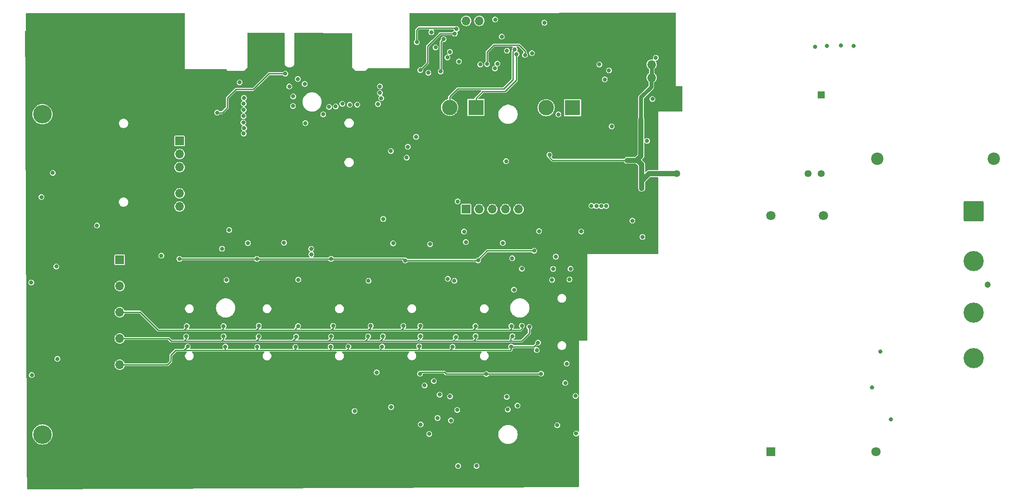
<source format=gbr>
%TF.GenerationSoftware,KiCad,Pcbnew,8.0.5*%
%TF.CreationDate,2024-11-08T09:24:58+00:00*%
%TF.ProjectId,Main_V44,4d61696e-5f56-4343-942e-6b696361645f,rev?*%
%TF.SameCoordinates,Original*%
%TF.FileFunction,Copper,L2,Inr*%
%TF.FilePolarity,Positive*%
%FSLAX46Y46*%
G04 Gerber Fmt 4.6, Leading zero omitted, Abs format (unit mm)*
G04 Created by KiCad (PCBNEW 8.0.5) date 2024-11-08 09:24:58*
%MOMM*%
%LPD*%
G01*
G04 APERTURE LIST*
G04 Aperture macros list*
%AMRoundRect*
0 Rectangle with rounded corners*
0 $1 Rounding radius*
0 $2 $3 $4 $5 $6 $7 $8 $9 X,Y pos of 4 corners*
0 Add a 4 corners polygon primitive as box body*
4,1,4,$2,$3,$4,$5,$6,$7,$8,$9,$2,$3,0*
0 Add four circle primitives for the rounded corners*
1,1,$1+$1,$2,$3*
1,1,$1+$1,$4,$5*
1,1,$1+$1,$6,$7*
1,1,$1+$1,$8,$9*
0 Add four rect primitives between the rounded corners*
20,1,$1+$1,$2,$3,$4,$5,0*
20,1,$1+$1,$4,$5,$6,$7,0*
20,1,$1+$1,$6,$7,$8,$9,0*
20,1,$1+$1,$8,$9,$2,$3,0*%
G04 Aperture macros list end*
%TA.AperFunction,ComponentPad*%
%ADD10R,3.000000X3.000000*%
%TD*%
%TA.AperFunction,ComponentPad*%
%ADD11C,3.000000*%
%TD*%
%TA.AperFunction,ComponentPad*%
%ADD12C,3.600000*%
%TD*%
%TA.AperFunction,ComponentPad*%
%ADD13RoundRect,0.250002X-1.699998X-1.699998X1.699998X-1.699998X1.699998X1.699998X-1.699998X1.699998X0*%
%TD*%
%TA.AperFunction,ComponentPad*%
%ADD14C,3.900000*%
%TD*%
%TA.AperFunction,ComponentPad*%
%ADD15R,1.700000X1.700000*%
%TD*%
%TA.AperFunction,ComponentPad*%
%ADD16O,1.700000X1.700000*%
%TD*%
%TA.AperFunction,ComponentPad*%
%ADD17C,2.400000*%
%TD*%
%TA.AperFunction,ComponentPad*%
%ADD18R,1.350000X1.350000*%
%TD*%
%TA.AperFunction,ComponentPad*%
%ADD19C,1.350000*%
%TD*%
%TA.AperFunction,ComponentPad*%
%ADD20R,1.800000X1.800000*%
%TD*%
%TA.AperFunction,ComponentPad*%
%ADD21C,1.800000*%
%TD*%
%TA.AperFunction,ViaPad*%
%ADD22C,0.800000*%
%TD*%
%TA.AperFunction,ViaPad*%
%ADD23C,1.200000*%
%TD*%
%TA.AperFunction,Conductor*%
%ADD24C,0.250000*%
%TD*%
%TA.AperFunction,Conductor*%
%ADD25C,0.200000*%
%TD*%
%TA.AperFunction,Conductor*%
%ADD26C,0.750000*%
%TD*%
%TA.AperFunction,Conductor*%
%ADD27C,1.000000*%
%TD*%
G04 APERTURE END LIST*
D10*
%TO.N,Net-(J27-Pin_1)*%
%TO.C,J27*%
X87800000Y-2667000D03*
D11*
%TO.N,Net-(J27-Pin_2)*%
X82720000Y-2667000D03*
%TD*%
D12*
%TO.N,N/C*%
%TO.C,H1*%
X4000000Y-4000000D03*
%TD*%
D13*
%TO.N,/UR*%
%TO.C,J23*%
X184000000Y-22800000D03*
%TD*%
D14*
%TO.N,GNDS*%
%TO.C,J26*%
X184000000Y-51260000D03*
%TD*%
D15*
%TO.N,GND*%
%TO.C,J5*%
X116680000Y3085000D03*
D16*
X116680000Y5625000D03*
X119220000Y3085000D03*
X119220000Y5625000D03*
%TO.N,/+5V*%
X121760000Y3085000D03*
X121760000Y5625000D03*
%TD*%
D10*
%TO.N,Net-(J28-Pin_1)*%
%TO.C,J28*%
X106451400Y-2717800D03*
D11*
%TO.N,Net-(J28-Pin_2)*%
X101371400Y-2717800D03*
%TD*%
D17*
%TO.N,/UCC*%
%TO.C,C52*%
X187881600Y-12598400D03*
%TO.N,GNDS*%
X165381600Y-12598400D03*
%TD*%
D18*
%TO.N,/U5V_Iso*%
%TO.C,PS2*%
X154510000Y-250000D03*
D19*
%TO.N,GND*%
X126570000Y-250000D03*
%TO.N,/+5V*%
X126570000Y-15490000D03*
%TO.N,unconnected-(PS2-NC1-Pad23)*%
X151970000Y-15490000D03*
%TO.N,GND1*%
X154510000Y-15490000D03*
%TD*%
D15*
%TO.N,+3V3*%
%TO.C,J13*%
X85877000Y-22377800D03*
D16*
%TO.N,/BT_TxD*%
X88417000Y-22377800D03*
%TO.N,/BT_RxD*%
X90957000Y-22377800D03*
%TO.N,unconnected-(J13-Pin_4-Pad4)*%
X93497000Y-22377800D03*
%TO.N,unconnected-(J13-Pin_5-Pad5)*%
X96037000Y-22377800D03*
%TO.N,GND*%
X98577000Y-22377800D03*
%TD*%
D12*
%TO.N,N/C*%
%TO.C,H6*%
X4000000Y-66000000D03*
%TD*%
D20*
%TO.N,GNDS*%
%TO.C,PS1*%
X144830000Y-69327500D03*
D21*
%TO.N,/UCC*%
X165150000Y-69327500D03*
%TO.N,GND1*%
X154990000Y-23607500D03*
%TO.N,/U5V_Iso*%
X144830000Y-23607500D03*
%TD*%
D14*
%TO.N,/US*%
%TO.C,J24*%
X184000000Y-32400000D03*
%TD*%
D15*
%TO.N,Net-(J2-Pin_13)*%
%TO.C,J4*%
X30505400Y-9169400D03*
D16*
%TO.N,Net-(J2-Pin_12)*%
X30505400Y-11709400D03*
%TO.N,Net-(J2-Pin_11)*%
X30505400Y-14249400D03*
%TO.N,GND*%
X30505400Y-16789400D03*
%TO.N,Net-(J2-Pin_10)*%
X30505400Y-19329400D03*
%TO.N,Net-(J2-Pin_9)*%
X30505400Y-21869400D03*
%TD*%
D14*
%TO.N,/UT*%
%TO.C,J25*%
X184000000Y-42400000D03*
%TD*%
D15*
%TO.N,+3V3*%
%TO.C,J15*%
X18925000Y-32180000D03*
D16*
%TO.N,GND*%
X18925000Y-34720000D03*
%TO.N,unconnected-(J15-Pin_3-Pad3)*%
X18925000Y-37260000D03*
%TO.N,GND*%
X18925000Y-39800000D03*
%TO.N,/UR+*%
X18925000Y-42340000D03*
%TO.N,GND*%
X18925000Y-44880000D03*
%TO.N,/US+*%
X18925000Y-47420000D03*
%TO.N,GND*%
X18925000Y-49960000D03*
%TO.N,/UT+*%
X18925000Y-52500000D03*
%TD*%
D15*
%TO.N,GND*%
%TO.C,J21*%
X83352400Y14071600D03*
D16*
%TO.N,Net-(J21-Pin_2)*%
X85892400Y14071600D03*
%TO.N,Net-(J21-Pin_3)*%
X88432400Y14071600D03*
%TD*%
D22*
%TO.N,GND*%
X33036300Y-18370000D03*
X50816300Y-59010000D03*
X104156300Y-43770000D03*
X111776300Y14650000D03*
X68596300Y-64090000D03*
X2556300Y-43770000D03*
X38116300Y-5670000D03*
X10176300Y-56470000D03*
X50816300Y-64090000D03*
X83836300Y-28530000D03*
X109236300Y-3130000D03*
X50816300Y-53930000D03*
X17796300Y-61550000D03*
X7636300Y-61550000D03*
X38116300Y-66630000D03*
X22876300Y-43770000D03*
X35576300Y-71710000D03*
X101616300Y-71710000D03*
X17796300Y-10750000D03*
X22876300Y-10750000D03*
X30496300Y-69170000D03*
X25416300Y-41230000D03*
X35576300Y-20910000D03*
X96536300Y-64090000D03*
X35576300Y1950000D03*
X10176300Y-66630000D03*
X55896300Y-36150000D03*
X7636300Y-20910000D03*
X20336300Y-23450000D03*
X22876300Y1950000D03*
X116382800Y-4521200D03*
X40656300Y-18370000D03*
X114316300Y14650000D03*
X35576300Y-18370000D03*
X85800000Y-41600000D03*
X2556300Y-46310000D03*
X91456300Y-66630000D03*
X17796300Y14650000D03*
X99076300Y-38690000D03*
X60976300Y-71710000D03*
X68596300Y-74250000D03*
X2556300Y-13290000D03*
X71136300Y-71710000D03*
X43196300Y-53930000D03*
X12716300Y14650000D03*
X58436300Y-69170000D03*
X33036300Y-71710000D03*
X25416300Y-46310000D03*
X20336300Y-15830000D03*
X15256300Y-66630000D03*
X55896300Y-56470000D03*
X76216300Y-66630000D03*
X35576300Y-53930000D03*
X2556300Y7030000D03*
X99076300Y-71710000D03*
X50816300Y-66630000D03*
X114316300Y-25990000D03*
X22876300Y-61550000D03*
X33036300Y-56470000D03*
X25416300Y-71710000D03*
X96536300Y-5670000D03*
X35576300Y-51390000D03*
X55896300Y-71710000D03*
X104156300Y-74250000D03*
X12716300Y-64090000D03*
X33036300Y-13290000D03*
X43196300Y-56470000D03*
X43196300Y-61550000D03*
X7636300Y-69170000D03*
X22876300Y-48850000D03*
X121936300Y-28530000D03*
X30496300Y-5670000D03*
X116856300Y-590000D03*
X27956300Y9570000D03*
X66056300Y-66630000D03*
X25416300Y-61550000D03*
X91456300Y-74250000D03*
X76216300Y-69170000D03*
X53356300Y-64090000D03*
X125806200Y3505200D03*
X17796300Y-13290000D03*
X38116300Y-61550000D03*
X15256300Y-74250000D03*
X27956300Y-23450000D03*
X17796300Y7030000D03*
X86376300Y-74250000D03*
X55896300Y-10750000D03*
X15256300Y-64090000D03*
X81296300Y-74250000D03*
X101616300Y-15830000D03*
X38116300Y-51390000D03*
X5096300Y4490000D03*
X91456300Y-64090000D03*
X12716300Y-56470000D03*
X91456300Y-5670000D03*
X99745800Y787400D03*
X91456300Y-41230000D03*
X60976300Y-74250000D03*
X20336300Y-53930000D03*
X99076300Y-66630000D03*
X7636300Y-56470000D03*
X48276300Y-69170000D03*
X27956300Y-71710000D03*
X60976300Y-69170000D03*
X12716300Y-31070000D03*
X48276300Y-56470000D03*
X17796300Y-56470000D03*
X53356300Y-51390000D03*
X63516300Y-23450000D03*
X33036300Y-8210000D03*
X106696300Y-8210000D03*
X15256300Y-69170000D03*
X22876300Y-28530000D03*
X7636300Y14650000D03*
X48276300Y-23450000D03*
X50816300Y-69170000D03*
X111776300Y-5670000D03*
X53356300Y-53930000D03*
X83836300Y-74250000D03*
X7636300Y-13290000D03*
X27956300Y-25990000D03*
X55896300Y-51390000D03*
X22876300Y-5670000D03*
X106696300Y12110000D03*
X22876300Y-74250000D03*
X5096300Y7030000D03*
X53356300Y-25990000D03*
X33036300Y-10750000D03*
X99076300Y-74250000D03*
X25416300Y14650000D03*
X2556300Y-48850000D03*
X40656300Y-20910000D03*
X55896300Y-53930000D03*
X7636300Y1950000D03*
X55896300Y-74250000D03*
X81889600Y-72186800D03*
X5096300Y9570000D03*
X27956300Y-41230000D03*
X45736300Y-74250000D03*
X55896300Y-43770000D03*
X27956300Y-53930000D03*
X114071400Y-3378200D03*
X104156300Y-36150000D03*
X5096300Y-23450000D03*
X7636300Y-36150000D03*
X7636300Y-28530000D03*
X55896300Y-25990000D03*
X68525000Y-14100000D03*
X27956300Y-5670000D03*
X86376300Y-5670000D03*
X2556300Y-28530000D03*
X17796300Y-69170000D03*
X43196300Y-69170000D03*
X116856300Y14650000D03*
X10176300Y-71710000D03*
X73676300Y-69170000D03*
X38675000Y-22925000D03*
X30496300Y-43770000D03*
X12716300Y1950000D03*
X2556300Y1950000D03*
X20336300Y4490000D03*
X53356300Y-59010000D03*
X50816300Y-25990000D03*
X2556300Y-74250000D03*
X68596300Y-71710000D03*
X66056300Y-56470000D03*
X78756300Y-74250000D03*
X40656300Y-74250000D03*
X93996300Y-25990000D03*
X109236300Y-8210000D03*
X71136300Y-66630000D03*
X91456300Y-3130000D03*
X106696300Y-74250000D03*
X40656300Y-28530000D03*
X68625000Y-11875000D03*
X45736300Y-13290000D03*
X125679200Y1524000D03*
X20336300Y-25990000D03*
X91456300Y-10750000D03*
X30496300Y-74250000D03*
X111776300Y-590000D03*
X78756300Y-590000D03*
X96536300Y-3130000D03*
X78756300Y-25990000D03*
X12716300Y-25990000D03*
X71136300Y-25990000D03*
X22876300Y-41230000D03*
X78756300Y-69170000D03*
X5096300Y-13290000D03*
X22876300Y-59010000D03*
X58436300Y-66630000D03*
X33036300Y-69170000D03*
X22876300Y-33610000D03*
X60976300Y-18370000D03*
X7636300Y-10750000D03*
X58436300Y-71710000D03*
X91456300Y-71710000D03*
X25416300Y-64090000D03*
X96536300Y-74250000D03*
X33036300Y-5670000D03*
X7636300Y-23450000D03*
X2556300Y-56470000D03*
X38116300Y-53930000D03*
X81296300Y-18370000D03*
X96536300Y-15830000D03*
X25450800Y-7112000D03*
X63516300Y-74250000D03*
X7636300Y-46310000D03*
X68575000Y-9125000D03*
X22876300Y-53930000D03*
X5096300Y-25990000D03*
X40656300Y-69170000D03*
X65075000Y-41450000D03*
X17796300Y-59010000D03*
X50950000Y-41375000D03*
X40656300Y-43770000D03*
X22876300Y-13290000D03*
X25416300Y-18370000D03*
X38116300Y-25990000D03*
X25416300Y-48850000D03*
X60976300Y-64090000D03*
X87147400Y-64465200D03*
X20336300Y-43770000D03*
X53356300Y-69170000D03*
X43196300Y-25990000D03*
X17796300Y-25990000D03*
X22876300Y14650000D03*
X27956300Y-74250000D03*
X55896300Y-69170000D03*
X17796300Y12110000D03*
X17796300Y-18370000D03*
X25704800Y-9575800D03*
X20336300Y-71710000D03*
X5096300Y-56470000D03*
X5096300Y14650000D03*
X38116300Y-13290000D03*
X118440200Y-2616200D03*
X25416300Y-28530000D03*
X43196300Y-66630000D03*
X45736300Y-64090000D03*
X2556300Y-41230000D03*
X109236300Y14650000D03*
X38116300Y-10750000D03*
X15256300Y-13290000D03*
X22876300Y-8210000D03*
X5096300Y-10750000D03*
X45736300Y-41230000D03*
X116856300Y9570000D03*
X7636300Y-5670000D03*
X53356300Y-56470000D03*
X118567200Y14884400D03*
X63516300Y-71710000D03*
X20336300Y-61550000D03*
X25416300Y-33610000D03*
X7636300Y-41230000D03*
X73676300Y-23450000D03*
X33036300Y-74250000D03*
X10176300Y-61550000D03*
X53356300Y-31070000D03*
X22876300Y-31070000D03*
X73676300Y-66630000D03*
X40656300Y-15830000D03*
X96536300Y-10750000D03*
X17796300Y1950000D03*
X71136300Y-74250000D03*
X5096300Y12110000D03*
X40656300Y-31070000D03*
X15256300Y-53930000D03*
X63516300Y-64090000D03*
X5096300Y1950000D03*
X40656300Y-10750000D03*
X40656300Y-61550000D03*
X48276300Y-61550000D03*
X10176300Y-53930000D03*
X122072400Y-2895600D03*
X25416300Y-31070000D03*
X10176300Y-64090000D03*
X35576300Y-15830000D03*
X30496300Y7030000D03*
X10176300Y-74250000D03*
X20336300Y14650000D03*
X7636300Y-590000D03*
X109236300Y12110000D03*
X78756300Y-71710000D03*
X40656300Y-64090000D03*
X73676300Y-74250000D03*
X33036300Y-64090000D03*
X10176300Y-69170000D03*
X71136300Y-64090000D03*
X38116300Y-28530000D03*
X73676300Y-8210000D03*
X76216300Y-61550000D03*
X63516300Y-66630000D03*
X45736300Y-59010000D03*
X63516300Y-18370000D03*
X68596300Y-66630000D03*
X20336300Y-41230000D03*
X66056300Y-53930000D03*
X43196300Y-71710000D03*
X93996300Y-51390000D03*
X27956300Y-18370000D03*
X73676300Y-71710000D03*
X45736300Y-15830000D03*
X114316300Y-590000D03*
X81296300Y-41230000D03*
X20336300Y-56470000D03*
X40656300Y-66630000D03*
X7636300Y12110000D03*
X35576300Y-5670000D03*
X25416300Y-69170000D03*
X15256300Y-56470000D03*
X7636300Y4490000D03*
X35576300Y-74250000D03*
X99076300Y-33610000D03*
X118618000Y1295400D03*
X112014000Y-16433800D03*
X7636300Y7030000D03*
X38116300Y-20910000D03*
X33036300Y1950000D03*
X99076300Y-41230000D03*
X38116300Y-59010000D03*
X60976300Y-23450000D03*
X12716300Y-23450000D03*
X17796300Y-53930000D03*
X20336300Y-74250000D03*
X27956300Y-20910000D03*
X20336300Y-66630000D03*
X2556300Y-71710000D03*
X27956300Y-56470000D03*
X83836300Y-23450000D03*
X115163600Y-16459200D03*
X48276300Y-48850000D03*
X25416300Y-66630000D03*
X15256300Y1950000D03*
X33036300Y-61550000D03*
X76216300Y-56470000D03*
X106696300Y9570000D03*
X48276300Y-20910000D03*
X99076300Y-3130000D03*
X22876300Y-66630000D03*
X40656300Y-56470000D03*
X55896300Y-48850000D03*
X57799999Y-41349999D03*
X66056300Y-71710000D03*
X50816300Y-61550000D03*
X10176300Y-51390000D03*
X63516300Y-8210000D03*
X68596300Y-36150000D03*
X114316300Y-28530000D03*
X20336300Y-46310000D03*
X17796300Y-20910000D03*
X7636300Y-64090000D03*
X99076300Y-15830000D03*
X68596300Y-59010000D03*
X30496300Y9570000D03*
X60976300Y-56470000D03*
X25416300Y-23450000D03*
X30496300Y-71710000D03*
X59740800Y-61468000D03*
X20336300Y-59010000D03*
X48276300Y-66630000D03*
X109236300Y9570000D03*
X20336300Y-69170000D03*
X76216300Y-23450000D03*
X50816300Y-51390000D03*
X121936300Y-18370000D03*
X71136300Y-8210000D03*
X109236300Y1950000D03*
X106696300Y7030000D03*
X88916300Y-69170000D03*
X17796300Y-5670000D03*
X25416300Y-25990000D03*
X93996300Y-10750000D03*
X25416300Y9570000D03*
X20336300Y-18370000D03*
X12716300Y7030000D03*
X111776300Y-23450000D03*
X27956300Y-66630000D03*
X68596300Y-51390000D03*
X38116300Y-18370000D03*
X22876300Y-46310000D03*
X86376300Y-66630000D03*
X55896300Y-41230000D03*
X110058200Y-16484600D03*
X7636300Y-43770000D03*
X12716300Y-71710000D03*
X50816300Y-15830000D03*
X35576300Y-61550000D03*
X22876300Y-51390000D03*
X93996300Y-74250000D03*
X22876300Y-25990000D03*
X43196300Y-74250000D03*
X15256300Y-71710000D03*
X7636300Y-66630000D03*
X15256300Y14650000D03*
X111776300Y-10750000D03*
X53356300Y-8210000D03*
X5096300Y-48850000D03*
X43196300Y-15830000D03*
X25416300Y-59010000D03*
X15256300Y-23450000D03*
X96536300Y-66630000D03*
X7636300Y9570000D03*
X35576300Y-41230000D03*
X55896300Y-13290000D03*
X27956300Y14650000D03*
X27956300Y-69170000D03*
X2556300Y-61550000D03*
X27956300Y-64090000D03*
X15256300Y4490000D03*
X63516300Y-10750000D03*
X2556300Y-25990000D03*
X55896300Y-15830000D03*
X58436300Y-64090000D03*
X25416300Y-20910000D03*
X55896300Y-64090000D03*
X50816300Y-71710000D03*
X38116300Y-69170000D03*
X22876300Y-36150000D03*
X2556300Y9570000D03*
X78756300Y-23450000D03*
X25416300Y-13290000D03*
X2556300Y-59010000D03*
X85750400Y-72237600D03*
X121936300Y-13290000D03*
X117983000Y-14147800D03*
X88916300Y-66630000D03*
X40656300Y-51390000D03*
X20336300Y-36150000D03*
X5096300Y-8210000D03*
X63516300Y-69170000D03*
X73676300Y-41230000D03*
X58436300Y-74250000D03*
X116856300Y-28530000D03*
X20336300Y-13290000D03*
X40656300Y-59010000D03*
X40656300Y-71710000D03*
X12716300Y-74250000D03*
X22876300Y-71710000D03*
X109236300Y-23450000D03*
X30496300Y-64090000D03*
X68596300Y-56470000D03*
X17796300Y-23450000D03*
X121936300Y-20910000D03*
X104156300Y-71710000D03*
X15256300Y-59010000D03*
X43196300Y-64090000D03*
X2556300Y-10750000D03*
X12716300Y-61550000D03*
X25416300Y-51390000D03*
X7636300Y-8210000D03*
X30496300Y-59010000D03*
X15256300Y-61550000D03*
X45736300Y-18370000D03*
X55896300Y-8210000D03*
X96536300Y-25990000D03*
X99076300Y-36150000D03*
X22876300Y-64090000D03*
X43196300Y-23450000D03*
X123952000Y-2971800D03*
X33036300Y-15830000D03*
X43196300Y-20910000D03*
X99076300Y-69170000D03*
X53325000Y-24050000D03*
X12716300Y-66630000D03*
X35576300Y-66630000D03*
X68596300Y-28530000D03*
X55896300Y-66630000D03*
X35576300Y-13290000D03*
X111023400Y-16459200D03*
X15256300Y-8210000D03*
X17796300Y-71710000D03*
X30496300Y-41230000D03*
X2556300Y12110000D03*
X93000000Y-41400000D03*
X60976300Y-66630000D03*
X45736300Y-23450000D03*
X126669800Y-3022600D03*
X33036300Y-23450000D03*
X66056300Y-51390000D03*
X22876300Y-56470000D03*
X33036300Y-66630000D03*
X7636300Y-18370000D03*
X43196300Y-59010000D03*
X12716300Y-28530000D03*
X81296300Y-23450000D03*
X5096300Y-43770000D03*
X5096300Y-74250000D03*
X123012200Y14909800D03*
X53356300Y-74250000D03*
X50816300Y-8210000D03*
X43196300Y-51390000D03*
X2556300Y14650000D03*
X121936300Y-10750000D03*
X101616300Y-74250000D03*
X7636300Y-48850000D03*
X17796300Y-74250000D03*
X7636300Y-74250000D03*
X7636300Y-31070000D03*
X76216300Y-74250000D03*
X5096300Y-28530000D03*
X27956300Y-28530000D03*
X75742800Y13385800D03*
X112852200Y-3352800D03*
X20336300Y-8210000D03*
X109236300Y7030000D03*
X17796300Y-28530000D03*
X25416300Y7030000D03*
X27956300Y1950000D03*
X93996300Y-71710000D03*
X5096300Y-590000D03*
X25416300Y12110000D03*
X71136300Y-69170000D03*
X111776300Y12110000D03*
X15256300Y-10750000D03*
X2556300Y-23450000D03*
X33036300Y-59010000D03*
X5096300Y-61550000D03*
X113004600Y-16459200D03*
X68550000Y-4175000D03*
X30496300Y14650000D03*
X81296300Y-25990000D03*
X10176300Y14650000D03*
X106696300Y1950000D03*
X5096300Y-41230000D03*
X68596300Y-25990000D03*
X25416300Y-56470000D03*
X53356300Y-28530000D03*
X63516300Y-41230000D03*
X111776300Y-28530000D03*
X96536300Y-69170000D03*
X20336300Y-28530000D03*
X7636300Y-59010000D03*
X91456300Y-69170000D03*
X25416300Y-38690000D03*
X7636300Y-3130000D03*
X53356300Y-41230000D03*
X43196300Y-18370000D03*
X20336300Y-64090000D03*
X17796300Y-66630000D03*
X53356300Y-66630000D03*
X81296300Y-28530000D03*
X109236300Y-590000D03*
X22876300Y-69170000D03*
X7636300Y-71710000D03*
X17796300Y-64090000D03*
X20336300Y-48850000D03*
X20336300Y7030000D03*
X15256300Y-48850000D03*
X30496300Y1950000D03*
X93996300Y-590000D03*
X14625000Y-31850000D03*
X35576300Y-64090000D03*
X20336300Y1950000D03*
X50816300Y-23450000D03*
X50816300Y-56470000D03*
X20336300Y12110000D03*
X15256300Y-15830000D03*
X106696300Y14650000D03*
X40656300Y-53930000D03*
X55896300Y-28530000D03*
X2556300Y-38690000D03*
X25416300Y-53930000D03*
X110972600Y-3352800D03*
X71850000Y-41575000D03*
X35576300Y-59010000D03*
X100203000Y8864600D03*
X83836300Y-43770000D03*
X5096300Y-46310000D03*
X50816300Y-74250000D03*
X120650000Y14909800D03*
X116408200Y-5664200D03*
X99076300Y-64090000D03*
X96536300Y-71710000D03*
X17796300Y-15830000D03*
X27956300Y-61550000D03*
X10176300Y-59010000D03*
X106696300Y-18370000D03*
X35576300Y-8210000D03*
X121437400Y-22453600D03*
X33036300Y-20910000D03*
X43850000Y-41300000D03*
X35576300Y-69170000D03*
X35576300Y-23450000D03*
X25250000Y-4650000D03*
X20336300Y-51390000D03*
X116205000Y-16433800D03*
X76216300Y14650000D03*
X30496300Y12110000D03*
X25416300Y-74250000D03*
X17796300Y4490000D03*
X106696300Y-71710000D03*
X115214400Y-3378200D03*
X71136300Y-5670000D03*
X111861600Y-3352800D03*
X111776300Y-25990000D03*
X50816300Y-10750000D03*
X20336300Y-38690000D03*
X104156300Y-41230000D03*
X45736300Y-66630000D03*
X76216300Y-71710000D03*
X55896300Y-61550000D03*
X48276300Y-59010000D03*
X66056300Y-69170000D03*
X45736300Y-20910000D03*
X25416300Y-36150000D03*
X15256300Y-18370000D03*
X110109000Y-17500600D03*
X27956300Y-59010000D03*
X119396300Y9570000D03*
X88916300Y-5670000D03*
X7636300Y-25990000D03*
X2556300Y-31070000D03*
X27956300Y-8210000D03*
X91456300Y-590000D03*
X55896300Y-18370000D03*
X40656300Y1950000D03*
X48276300Y-43770000D03*
X53356300Y-71710000D03*
X88916300Y-74250000D03*
X53356300Y-61550000D03*
X35576300Y-10750000D03*
X109236300Y-10750000D03*
X45736300Y-61550000D03*
X48276300Y-74250000D03*
X68596300Y-69170000D03*
X22876300Y-38690000D03*
X88916300Y-64090000D03*
X5096300Y-59010000D03*
X22876300Y-20910000D03*
X22876300Y-18370000D03*
X79000000Y-41450000D03*
X96536300Y-590000D03*
X114316300Y1950000D03*
X50816300Y-13290000D03*
X30496300Y-56470000D03*
X66056300Y-74250000D03*
X68596300Y-41230000D03*
X40656300Y-13290000D03*
X2556300Y4490000D03*
X38116300Y-64090000D03*
X30496300Y-23450000D03*
X2556300Y-590000D03*
X30496300Y-61550000D03*
X5096300Y-31070000D03*
X7636300Y-53930000D03*
X48276300Y-64090000D03*
X38116300Y-8210000D03*
X124476300Y-590000D03*
X38116300Y-15830000D03*
X45736300Y-71710000D03*
X116382800Y-17475200D03*
X94919800Y-27889200D03*
X104156300Y7030000D03*
X99076300Y-5670000D03*
X38116300Y-74250000D03*
X48276300Y-71710000D03*
X121936300Y-5670000D03*
X15256300Y12110000D03*
X83836300Y-5670000D03*
X15256300Y7030000D03*
X93996300Y-69170000D03*
X114046000Y-16408400D03*
X43196300Y-10750000D03*
X60976300Y-59010000D03*
X68475000Y-6675000D03*
X38116300Y-71710000D03*
X2556300Y-8210000D03*
X5096300Y-71710000D03*
X5096300Y-38690000D03*
X30496300Y-66630000D03*
X88916300Y-10750000D03*
X116856300Y-25990000D03*
X45736300Y-56470000D03*
X12716300Y-69170000D03*
X7636300Y-38690000D03*
X22876300Y-23450000D03*
X20336300Y-10750000D03*
X35576300Y-56470000D03*
X12716300Y4490000D03*
X106696300Y-10750000D03*
X45736300Y-69170000D03*
X121936300Y-25990000D03*
X38116300Y1950000D03*
X38116300Y-56470000D03*
X116357400Y-18567400D03*
X17796300Y-8210000D03*
X25416300Y1950000D03*
X15256300Y-20910000D03*
X15256300Y-43770000D03*
X118516400Y12852400D03*
X81296300Y-69170000D03*
%TO.N,/SDAT7*%
X60680600Y-2489200D03*
X74625200Y-10287000D03*
%TO.N,+3V3*%
X3810000Y-20040600D03*
X78765400Y-65887600D03*
X43713400Y-28956000D03*
X74396600Y-12395200D03*
X121920000Y-1041400D03*
X55956200Y-30048200D03*
X107162600Y-65811400D03*
X71399400Y-60706000D03*
X71780400Y-28981400D03*
X98628200Y7823200D03*
X85852000Y-28752800D03*
X112979200Y-21767800D03*
X122555000Y6934200D03*
X38709600Y-30048200D03*
X14528800Y-25552400D03*
X1930400Y-54508400D03*
X107035600Y-58521600D03*
X101015800Y13716000D03*
X50673000Y-28879800D03*
X82780000Y-58610000D03*
X110109000Y-21717000D03*
X105333800Y-52298600D03*
X79171800Y11861800D03*
X99999800Y-26644600D03*
X111074200Y-21767800D03*
X108127800Y-26695400D03*
X119989600Y-27762200D03*
X112039400Y-21793200D03*
X84505800Y6223000D03*
X40081200Y-26416000D03*
X78917800Y-29159200D03*
X1828800Y-36576000D03*
X55981600Y-31140400D03*
X64338200Y-61468000D03*
X26974800Y-31369000D03*
X92989400Y-28930600D03*
X93750000Y-58710000D03*
%TO.N,/uDTR*%
X42950000Y-850000D03*
%TO.N,/uDCD*%
X42900000Y-1950000D03*
%TO.N,/uPWRKEY*%
X42875000Y-4350000D03*
%TO.N,/Alim*%
X42900000Y-7725000D03*
%TO.N,/uStatus*%
X42900000Y-3150000D03*
%TO.N,/RxD*%
X42975000Y-6675000D03*
%TO.N,/TxD*%
X42825000Y-5600000D03*
%TO.N,/SYN*%
X94800000Y-31900000D03*
X61976000Y-1981200D03*
%TO.N,/SCL*%
X96675000Y-33900000D03*
X64846200Y-2133600D03*
%TO.N,/SDAT2*%
X52451000Y-533400D03*
X39575000Y-36100000D03*
%TO.N,/SCS*%
X63398400Y-2159000D03*
X95150000Y-37975000D03*
%TO.N,/SDAT3*%
X53450000Y-36025000D03*
X52425600Y-2387600D03*
%TO.N,/SDAT4*%
X54813200Y-5715000D03*
X67025000Y-36250000D03*
%TO.N,/SDAT5*%
X58267600Y-4013200D03*
X82350000Y-35875000D03*
%TO.N,/SDAT6*%
X59410600Y-2565400D03*
X83625000Y-36250000D03*
D23*
%TO.N,/UCC*%
X186690000Y-36957000D03*
D22*
%TO.N,/UR*%
X165938200Y-49911000D03*
%TO.N,/US*%
X164375000Y-56875000D03*
%TO.N,/UT*%
X168000000Y-63075000D03*
%TO.N,/UR+*%
X96672400Y-44958000D03*
X67437000Y-44958000D03*
X77038200Y-44958000D03*
X87706200Y-45008800D03*
X94640400Y-45008800D03*
X53407400Y-45000000D03*
X38989000Y-45008800D03*
X73758200Y-44980000D03*
X31877000Y-45008800D03*
X60198000Y-44958000D03*
X45821600Y-44958000D03*
%TO.N,/US+*%
X66929000Y-46990000D03*
X45796200Y-47015400D03*
X69799200Y-46990000D03*
X87731600Y-46964600D03*
X94843600Y-46990000D03*
X31775400Y-47015400D03*
X77063600Y-46990000D03*
X83910000Y-47140000D03*
X59791600Y-47015400D03*
X53035200Y-47040800D03*
X38989000Y-46990000D03*
X98120200Y-45161200D03*
%TO.N,/RS485_RxD*%
X80010000Y8940800D03*
X78587600Y4038600D03*
%TO.N,/SCLK*%
X105867200Y-35991800D03*
X69215000Y152400D03*
%TO.N,/MISO*%
X69469000Y-889000D03*
X102489000Y-36068000D03*
%TO.N,/MOSI*%
X68859400Y-2032000D03*
X103230000Y-31580000D03*
%TO.N,/SS*%
X102717600Y-33959800D03*
X54701811Y1863989D03*
%TO.N,/RS485_TxD*%
X111640000Y5640000D03*
X83693000Y11607800D03*
X77038200Y4546600D03*
%TO.N,/RS485_DE*%
X112700000Y2730000D03*
%TO.N,/BT_RxD*%
X84251800Y-20878800D03*
%TO.N,/UT+*%
X83261200Y-49022000D03*
X69660000Y-49000000D03*
X99796600Y-48234600D03*
X63119000Y-48971200D03*
X32080200Y-48971200D03*
X76809600Y-48945800D03*
X94589600Y-48996600D03*
X52908200Y-49047400D03*
X59715400Y-49022000D03*
X45516800Y-49022000D03*
X39344600Y-48996600D03*
%TO.N,/ADE_Reset*%
X99060000Y-30429200D03*
X53365400Y2819400D03*
X30480000Y-32004000D03*
X88214200Y-32283400D03*
X59787600Y-32000000D03*
X74117200Y-32308800D03*
X45466000Y-32004000D03*
%TO.N,/Enable*%
X103733600Y-4038600D03*
X118033800Y-24612600D03*
%TO.N,/BT_RTS*%
X84048600Y12496800D03*
X76352400Y9956800D03*
X42113200Y2184400D03*
%TO.N,/InfoV*%
X69870000Y-24290000D03*
X85496400Y-26720800D03*
X80780000Y-58290000D03*
X80375000Y-62825000D03*
X51714400Y1371600D03*
%TO.N,/+5V*%
X119837200Y-18338800D03*
X119684800Y-5054600D03*
X117017800Y-12928600D03*
X102006400Y-11861800D03*
%TO.N,/+3V67*%
X76225400Y-8382000D03*
X120878600Y-9144000D03*
X114046000Y-6350000D03*
%TO.N,/L1*%
X87909400Y-72085200D03*
X95825000Y-60425000D03*
%TO.N,/L2*%
X82956400Y-63296800D03*
X84175600Y-61239400D03*
%TO.N,/L3*%
X77110000Y-64070000D03*
X84353400Y-72110600D03*
%TO.N,/Vin*%
X153339800Y9093200D03*
%TO.N,/IRQ1*%
X69215000Y1397000D03*
X106070400Y-33934400D03*
%TO.N,/iUR-*%
X99568000Y-49682400D03*
X105054400Y-56032400D03*
%TO.N,/iUS-*%
X103505000Y-64211200D03*
X93950000Y-61150000D03*
%TO.N,/iUT-*%
X79675000Y-55650000D03*
X77850000Y-56500000D03*
%TO.N,Earth*%
X160807400Y9245600D03*
%TO.N,/+3V3_UC*%
X50927000Y3860800D03*
X37769800Y-3683000D03*
%TO.N,Net-(LED1-Pad4)*%
X5969000Y-15341600D03*
%TO.N,Net-(LED2-Pad4)*%
X6680200Y-33477200D03*
%TO.N,Net-(LED3-Pad4)*%
X6883400Y-51358800D03*
%TO.N,/-3V3*%
X89790000Y-54290000D03*
X76980000Y-54250000D03*
X68605000Y-53985000D03*
X100370000Y-54240000D03*
%TO.N,Net-(K1-Pad1)*%
X93625400Y-13080000D03*
X71348600Y-11125200D03*
%TO.N,/B-*%
X155625800Y9194800D03*
%TO.N,/A+*%
X158343600Y9296400D03*
%TO.N,Net-(J27-Pin_2)*%
X95300800Y8585200D03*
%TO.N,Net-(J27-Pin_1)*%
X95631000Y7645400D03*
%TO.N,/SDIx*%
X91465400Y4876800D03*
X93776800Y8305800D03*
%TO.N,/SCLKx*%
X91948000Y5791200D03*
X92786200Y11023600D03*
%TO.N,/RDY1*%
X89941400Y5740400D03*
X97282000Y7467600D03*
%TO.N,/RDY2*%
X88646000Y5638800D03*
X91516200Y14351000D03*
%TO.N,/ISO_Txd*%
X113512600Y4495800D03*
X80975200Y4292600D03*
X81559400Y10566400D03*
%TO.N,Net-(J21-Pin_2)*%
X82296000Y7010400D03*
%TO.N,Net-(J21-Pin_3)*%
X82753200Y8077200D03*
%TD*%
D24*
%TO.N,GND*%
X76942400Y-590000D02*
X78756300Y-590000D01*
X75895200Y457200D02*
X76942400Y-590000D01*
X76936600Y6934200D02*
X75895200Y5892800D01*
X77180200Y6934200D02*
X76936600Y6934200D01*
X75895200Y5892800D02*
X75895200Y457200D01*
%TO.N,/UR+*%
X52959000Y-45448400D02*
X52959000Y-45796200D01*
X22860000Y-42291000D02*
X18974000Y-42291000D01*
X52959000Y-45796200D02*
X45313600Y-45796200D01*
X96393000Y-45796200D02*
X96672400Y-45516800D01*
X77038200Y-45288200D02*
X76530200Y-45796200D01*
X38989000Y-45415200D02*
X38608000Y-45796200D01*
X96672400Y-45516800D02*
X96672400Y-44958000D01*
X31369000Y-45796200D02*
X26365200Y-45796200D01*
X38989000Y-45008800D02*
X38989000Y-45415200D01*
X67437000Y-45389800D02*
X67030600Y-45796200D01*
X45313600Y-45796200D02*
X38608000Y-45796200D01*
X38608000Y-45796200D02*
X31369000Y-45796200D01*
X60198000Y-44958000D02*
X60198000Y-45364400D01*
X53407400Y-45000000D02*
X52959000Y-45448400D01*
X87706200Y-45008800D02*
X87706200Y-45288200D01*
X77038200Y-44958000D02*
X77038200Y-45288200D01*
X87198200Y-45796200D02*
X76530200Y-45796200D01*
X94005400Y-45796200D02*
X87198200Y-45796200D01*
X94640400Y-45466000D02*
X94310200Y-45796200D01*
X73355200Y-45796200D02*
X67030600Y-45796200D01*
X87706200Y-45288200D02*
X87198200Y-45796200D01*
X59766200Y-45796200D02*
X52959000Y-45796200D01*
X73758200Y-45393200D02*
X73355200Y-45796200D01*
X67437000Y-44958000D02*
X67437000Y-45389800D01*
X31877000Y-45008800D02*
X31877000Y-45288200D01*
X94640400Y-45008800D02*
X94640400Y-45466000D01*
X73758200Y-44980000D02*
X73758200Y-45393200D01*
X31877000Y-45288200D02*
X31369000Y-45796200D01*
X45821600Y-45288200D02*
X45313600Y-45796200D01*
X94310200Y-45796200D02*
X94005400Y-45796200D01*
X94005400Y-45796200D02*
X96393000Y-45796200D01*
X76530200Y-45796200D02*
X73355200Y-45796200D01*
X67030600Y-45796200D02*
X59766200Y-45796200D01*
X60198000Y-45364400D02*
X59766200Y-45796200D01*
X45821600Y-44958000D02*
X45821600Y-45288200D01*
X18974000Y-42291000D02*
X18925000Y-42340000D01*
X26365200Y-45796200D02*
X22860000Y-42291000D01*
%TO.N,/US+*%
X38608000Y-47904400D02*
X45288200Y-47904400D01*
X66929000Y-46990000D02*
X66929000Y-47345600D01*
X94538800Y-47294800D02*
X94843600Y-46990000D01*
D25*
X77063600Y-46990000D02*
X77063600Y-47396400D01*
D24*
X96596200Y-47904400D02*
X98120200Y-46380400D01*
X59524900Y-47688500D02*
X59791600Y-47421800D01*
X18925000Y-47420000D02*
X28420800Y-47420000D01*
X45796200Y-47396400D02*
X45288200Y-47904400D01*
X59807000Y-47406400D02*
X59524900Y-47688500D01*
D25*
X83910000Y-47382600D02*
X83388200Y-47904400D01*
X83910000Y-47140000D02*
X83910000Y-47382600D01*
D24*
X53035200Y-47040800D02*
X53035200Y-47218600D01*
X66370200Y-47904400D02*
X69316600Y-47904400D01*
X87731600Y-47498000D02*
X87325200Y-47904400D01*
X87731600Y-46964600D02*
X87731600Y-47498000D01*
X45288200Y-47904400D02*
X52349400Y-47904400D01*
X28420800Y-47420000D02*
X28905200Y-47904400D01*
X31343600Y-47904400D02*
X38608000Y-47904400D01*
X52349400Y-47904400D02*
X59309000Y-47904400D01*
X53035200Y-47218600D02*
X52349400Y-47904400D01*
X59524900Y-47688500D02*
X59309000Y-47904400D01*
X59309000Y-47904400D02*
X66370200Y-47904400D01*
X69799200Y-47421800D02*
X69316600Y-47904400D01*
X38989000Y-46990000D02*
X38989000Y-47523400D01*
X38989000Y-47523400D02*
X38608000Y-47904400D01*
X69316600Y-47904400D02*
X76555600Y-47904400D01*
X31775400Y-47472600D02*
X31343600Y-47904400D01*
X83388200Y-47904400D02*
X87325200Y-47904400D01*
X94538800Y-47904400D02*
X94538800Y-47294800D01*
X45796200Y-47015400D02*
X45796200Y-47396400D01*
X31775400Y-47015400D02*
X31775400Y-47472600D01*
X28905200Y-47904400D02*
X31343600Y-47904400D01*
X76555600Y-47904400D02*
X83388200Y-47904400D01*
X69799200Y-46990000D02*
X69799200Y-47421800D01*
X66929000Y-47345600D02*
X66370200Y-47904400D01*
D25*
X77063600Y-47396400D02*
X76555600Y-47904400D01*
D24*
X94538800Y-47904400D02*
X96596200Y-47904400D01*
X98120200Y-46380400D02*
X98120200Y-45161200D01*
X59791600Y-47421800D02*
X59791600Y-47015400D01*
X87325200Y-47904400D02*
X94538800Y-47904400D01*
%TO.N,/RS485_TxD*%
X80899000Y11607800D02*
X78435200Y9144000D01*
X78435200Y5943600D02*
X77038200Y4546600D01*
X83693000Y11607800D02*
X80899000Y11607800D01*
X78435200Y9144000D02*
X78435200Y5943600D01*
%TO.N,/UT+*%
X63119000Y-49403000D02*
X62814200Y-49707800D01*
X31343600Y-49707800D02*
X30886400Y-49707800D01*
X29743400Y-49707800D02*
X28829000Y-50622200D01*
X32080200Y-48971200D02*
X31343600Y-49707800D01*
X94589600Y-48996600D02*
X99034600Y-48996600D01*
X28829000Y-51790600D02*
X28119600Y-52500000D01*
X45516800Y-49022000D02*
X45516800Y-49530000D01*
X94437200Y-49707800D02*
X30886400Y-49707800D01*
X30886400Y-49707800D02*
X29743400Y-49707800D01*
X45516800Y-49530000D02*
X45339000Y-49707800D01*
X39344600Y-49555400D02*
X39192200Y-49707800D01*
X99034600Y-48996600D02*
X99796600Y-48234600D01*
X76809600Y-49403000D02*
X76504800Y-49707800D01*
X52908200Y-49047400D02*
X52908200Y-49403000D01*
X83261200Y-49225200D02*
X82778600Y-49707800D01*
X59715400Y-49530000D02*
X59537600Y-49707800D01*
X28119600Y-52500000D02*
X18925000Y-52500000D01*
D25*
X69660000Y-49237400D02*
X69189600Y-49707800D01*
D24*
X39344600Y-48996600D02*
X39344600Y-49555400D01*
X94589600Y-49555400D02*
X94437200Y-49707800D01*
D25*
X69660000Y-49000000D02*
X69660000Y-49237400D01*
D24*
X28829000Y-50622200D02*
X28829000Y-51790600D01*
X83261200Y-49022000D02*
X83261200Y-49225200D01*
X94589600Y-48996600D02*
X94589600Y-49555400D01*
X76809600Y-48945800D02*
X76809600Y-49403000D01*
X63119000Y-48971200D02*
X63119000Y-49403000D01*
X59715400Y-49022000D02*
X59715400Y-49530000D01*
X52908200Y-49403000D02*
X52603400Y-49707800D01*
%TO.N,/ADE_Reset*%
X59787600Y-32000000D02*
X73808400Y-32000000D01*
X73808400Y-32000000D02*
X74117200Y-32308800D01*
X74117200Y-32308800D02*
X88188800Y-32308800D01*
X59783600Y-32004000D02*
X59787600Y-32000000D01*
X30480000Y-32004000D02*
X45466000Y-32004000D01*
X89941400Y-30429200D02*
X99060000Y-30429200D01*
X45466000Y-32004000D02*
X59783600Y-32004000D01*
X88214200Y-32156400D02*
X89941400Y-30429200D01*
X88188800Y-32308800D02*
X88214200Y-32283400D01*
X88214200Y-32283400D02*
X88214200Y-32156400D01*
%TO.N,/BT_RTS*%
X76733400Y12725400D02*
X76301600Y12293600D01*
X76301600Y9982200D02*
X76327000Y9956800D01*
X83820000Y12725400D02*
X76733400Y12725400D01*
X76301600Y12293600D02*
X76301600Y9982200D01*
X84048600Y12496800D02*
X83820000Y12725400D01*
X76327000Y9956800D02*
X76352400Y9956800D01*
D26*
%TO.N,/+5V*%
X119684800Y-711200D02*
X121691400Y1295400D01*
D27*
X119837200Y-13741400D02*
X119024400Y-12928600D01*
D24*
X117017800Y-12928600D02*
X102590600Y-12928600D01*
D27*
X118338600Y-12928600D02*
X117017800Y-12928600D01*
D26*
X121760000Y3085000D02*
X121760000Y5625000D01*
D27*
X118338600Y-12928600D02*
X118821200Y-12928600D01*
D26*
X121691400Y1295400D02*
X121691400Y3016400D01*
D27*
X121238200Y-15490000D02*
X126570000Y-15490000D01*
X118821200Y-12928600D02*
X119684800Y-12065000D01*
X119837200Y-13741400D02*
X119837200Y-16891000D01*
D26*
X121691400Y3016400D02*
X121760000Y3085000D01*
X119684800Y-5054600D02*
X119684800Y-711200D01*
D27*
X119837200Y-16891000D02*
X119837200Y-18338800D01*
D24*
X102590600Y-12928600D02*
X102006400Y-12344400D01*
D27*
X119024400Y-12928600D02*
X118338600Y-12928600D01*
X121238200Y-15490000D02*
X119837200Y-16891000D01*
X119684800Y-12065000D02*
X119684800Y-5054600D01*
D24*
X102006400Y-12344400D02*
X102006400Y-11861800D01*
%TO.N,/+3V3_UC*%
X39725600Y-2717800D02*
X38760400Y-3683000D01*
X39725600Y-863600D02*
X39725600Y-2717800D01*
X47752000Y3860800D02*
X44704000Y812800D01*
X50927000Y3860800D02*
X47752000Y3860800D01*
X44704000Y812800D02*
X41402000Y812800D01*
X41402000Y812800D02*
X39725600Y-863600D01*
X38760400Y-3683000D02*
X37769800Y-3683000D01*
%TO.N,/-3V3*%
X89790000Y-54290000D02*
X100320000Y-54290000D01*
X77280400Y-53949600D02*
X76980000Y-54250000D01*
X89790000Y-54290000D02*
X82026800Y-54290000D01*
X82026800Y-54290000D02*
X81686400Y-53949600D01*
X81686400Y-53949600D02*
X77280400Y-53949600D01*
X100320000Y-54290000D02*
X100370000Y-54240000D01*
%TO.N,Net-(J27-Pin_2)*%
X82720000Y-2667000D02*
X82720000Y-617400D01*
X84251800Y914400D02*
X93141800Y914400D01*
X94919800Y8204200D02*
X95300800Y8585200D01*
X94919800Y2692400D02*
X94919800Y8204200D01*
X93141800Y914400D02*
X94919800Y2692400D01*
X82720000Y-617400D02*
X84251800Y914400D01*
%TO.N,Net-(J27-Pin_1)*%
X93446600Y406400D02*
X89128600Y406400D01*
X95631000Y2590800D02*
X93446600Y406400D01*
X95631000Y7645400D02*
X95631000Y2590800D01*
X87800000Y-922200D02*
X87800000Y-2667000D01*
X89128600Y406400D02*
X87800000Y-922200D01*
%TO.N,/RDY1*%
X97282000Y8255000D02*
X96139000Y9398000D01*
X89941400Y8077200D02*
X89941400Y5740400D01*
X96139000Y9398000D02*
X91262200Y9398000D01*
X91262200Y9398000D02*
X89941400Y8077200D01*
X97282000Y7467600D02*
X97282000Y8255000D01*
%TO.N,/ISO_Txd*%
X81051400Y10058400D02*
X81559400Y10566400D01*
X81051400Y4368800D02*
X81051400Y10058400D01*
X80975200Y4292600D02*
X81051400Y4368800D01*
%TD*%
%TA.AperFunction,Conductor*%
%TO.N,GND*%
G36*
X105950000Y1219200D02*
G01*
X94649015Y1219200D01*
X95864557Y2434741D01*
X95876841Y2464399D01*
X95906500Y2536000D01*
X95906500Y7100772D01*
X95926502Y7168893D01*
X95955796Y7200734D01*
X96023621Y7252778D01*
X96111862Y7367775D01*
X96153209Y7467600D01*
X96167330Y7501691D01*
X96186250Y7645400D01*
X96167330Y7789109D01*
X96116886Y7910894D01*
X96111862Y7923024D01*
X96023621Y8038021D01*
X96016039Y8043839D01*
X95908625Y8126261D01*
X95852560Y8149483D01*
X95797280Y8194029D01*
X95774857Y8261392D01*
X95784368Y8314109D01*
X95817830Y8394897D01*
X95837130Y8441491D01*
X95856050Y8585200D01*
X95837130Y8728909D01*
X95796816Y8826238D01*
X95781662Y8862824D01*
X95737946Y8919796D01*
X95712345Y8986016D01*
X95726610Y9055565D01*
X95776211Y9106361D01*
X95837908Y9122500D01*
X95972695Y9122500D01*
X96040816Y9102498D01*
X96061785Y9085599D01*
X96969597Y8177786D01*
X97003621Y8115477D01*
X97006500Y8088694D01*
X97006500Y8012227D01*
X96986498Y7944106D01*
X96957207Y7912268D01*
X96889379Y7860221D01*
X96889377Y7860219D01*
X96889376Y7860218D01*
X96801137Y7745224D01*
X96745670Y7611309D01*
X96726750Y7467600D01*
X96726750Y7467599D01*
X96745670Y7323890D01*
X96801137Y7189975D01*
X96889378Y7074978D01*
X97004375Y6986737D01*
X97138290Y6931270D01*
X97282000Y6912350D01*
X97425709Y6931270D01*
X97559624Y6986737D01*
X97674621Y7074978D01*
X97762862Y7189975D01*
X97797839Y7274421D01*
X97818330Y7323891D01*
X97837250Y7467600D01*
X97818330Y7611309D01*
X97783351Y7695755D01*
X97762862Y7745224D01*
X97703028Y7823200D01*
X98072950Y7823200D01*
X98072950Y7823199D01*
X98091870Y7679490D01*
X98147337Y7545575D01*
X98235578Y7430578D01*
X98350575Y7342337D01*
X98484490Y7286870D01*
X98628200Y7267950D01*
X98771909Y7286870D01*
X98774695Y7288024D01*
X98905824Y7342337D01*
X99020821Y7430578D01*
X99109062Y7545575D01*
X99150409Y7645400D01*
X99164530Y7679491D01*
X99183450Y7823200D01*
X99164530Y7966909D01*
X99114086Y8088694D01*
X99109062Y8100824D01*
X99020821Y8215821D01*
X98905824Y8304062D01*
X98856355Y8324551D01*
X98771909Y8359530D01*
X98628200Y8378450D01*
X98484491Y8359530D01*
X98435021Y8339039D01*
X98350575Y8304062D01*
X98235578Y8215821D01*
X98147337Y8100824D01*
X98091870Y7966909D01*
X98072950Y7823200D01*
X97703028Y7823200D01*
X97674621Y7860221D01*
X97606793Y7912266D01*
X97564929Y7969602D01*
X97557500Y8012227D01*
X97557500Y8309800D01*
X97515557Y8411059D01*
X97515556Y8411060D01*
X96295059Y9631556D01*
X96295058Y9631557D01*
X96193800Y9673500D01*
X91207400Y9673500D01*
X91135800Y9643841D01*
X91135798Y9643841D01*
X91106141Y9631557D01*
X89785342Y8310757D01*
X89707844Y8233259D01*
X89707841Y8233255D01*
X89665900Y8132000D01*
X89665900Y6285027D01*
X89645898Y6216906D01*
X89616607Y6185068D01*
X89548779Y6133021D01*
X89548777Y6133019D01*
X89548776Y6133018D01*
X89460537Y6018024D01*
X89405069Y5884107D01*
X89405069Y5884106D01*
X89402576Y5865175D01*
X89373852Y5800249D01*
X89314585Y5761160D01*
X89243594Y5760317D01*
X89183416Y5797990D01*
X89161249Y5833403D01*
X89126861Y5916425D01*
X89038621Y6031421D01*
X88989877Y6068824D01*
X88923624Y6119662D01*
X88874155Y6140151D01*
X88789709Y6175130D01*
X88646000Y6194050D01*
X88502291Y6175130D01*
X88452821Y6154639D01*
X88368375Y6119662D01*
X88253378Y6031421D01*
X88165137Y5916424D01*
X88109670Y5782509D01*
X88090750Y5638800D01*
X88090750Y5638799D01*
X88109670Y5495090D01*
X88165137Y5361175D01*
X88253378Y5246178D01*
X88368375Y5157937D01*
X88502290Y5102470D01*
X88646000Y5083550D01*
X88789709Y5102470D01*
X88923624Y5157937D01*
X89038621Y5246178D01*
X89126862Y5361175D01*
X89168944Y5462775D01*
X89182330Y5495091D01*
X89184822Y5514020D01*
X89213545Y5578947D01*
X89272810Y5618038D01*
X89343802Y5618883D01*
X89403980Y5581212D01*
X89426153Y5545790D01*
X89460537Y5462775D01*
X89548778Y5347778D01*
X89663775Y5259537D01*
X89797690Y5204070D01*
X89941400Y5185150D01*
X90085109Y5204070D01*
X90219024Y5259537D01*
X90334021Y5347778D01*
X90422262Y5462775D01*
X90471318Y5581212D01*
X90477730Y5596691D01*
X90496650Y5740400D01*
X90477730Y5884109D01*
X90442751Y5968555D01*
X90422262Y6018024D01*
X90375250Y6079291D01*
X90334021Y6133021D01*
X90266193Y6185066D01*
X90224329Y6242402D01*
X90216900Y6285027D01*
X90216900Y7910894D01*
X90236902Y7979015D01*
X90253805Y7999989D01*
X90559616Y8305800D01*
X93221550Y8305800D01*
X93221550Y8305799D01*
X93240470Y8162090D01*
X93295937Y8028175D01*
X93384178Y7913178D01*
X93499175Y7824937D01*
X93633090Y7769470D01*
X93776800Y7750550D01*
X93920509Y7769470D01*
X94054424Y7824937D01*
X94169421Y7913178D01*
X94257662Y8028175D01*
X94307907Y8149482D01*
X94313130Y8162091D01*
X94332050Y8305800D01*
X94313130Y8449509D01*
X94268167Y8558062D01*
X94257662Y8583424D01*
X94169421Y8698421D01*
X94054424Y8786662D01*
X94004955Y8807151D01*
X93920509Y8842130D01*
X93776800Y8861050D01*
X93633091Y8842130D01*
X93594724Y8826238D01*
X93499175Y8786662D01*
X93384178Y8698421D01*
X93295937Y8583424D01*
X93240470Y8449509D01*
X93221550Y8305800D01*
X90559616Y8305800D01*
X91339411Y9085595D01*
X91401723Y9119621D01*
X91428506Y9122500D01*
X94763692Y9122500D01*
X94831813Y9102498D01*
X94878306Y9048842D01*
X94888410Y8978568D01*
X94863654Y8919796D01*
X94819937Y8862824D01*
X94764470Y8728909D01*
X94745550Y8585200D01*
X94745550Y8585198D01*
X94756709Y8500438D01*
X94745770Y8430290D01*
X94720882Y8394897D01*
X94686244Y8360259D01*
X94686241Y8360255D01*
X94644300Y8259000D01*
X94644300Y2858705D01*
X94624298Y2790584D01*
X94607395Y2769610D01*
X93064590Y1226805D01*
X93050663Y1219200D01*
X69737209Y1219200D01*
X69751330Y1253291D01*
X69770250Y1397000D01*
X69751330Y1540709D01*
X69716351Y1625155D01*
X69695862Y1674624D01*
X69607621Y1789621D01*
X69492624Y1877862D01*
X69443155Y1898351D01*
X69358709Y1933330D01*
X69215000Y1952250D01*
X69071291Y1933330D01*
X69021821Y1912839D01*
X68937375Y1877862D01*
X68822378Y1789621D01*
X68734137Y1674624D01*
X68678670Y1540709D01*
X68659750Y1397000D01*
X68659750Y1396999D01*
X68678670Y1253290D01*
X68692790Y1219200D01*
X65230000Y1219200D01*
X65230000Y4430000D01*
X66450000Y4430000D01*
X66883096Y4863096D01*
X66945407Y4897120D01*
X66972190Y4900000D01*
X74920000Y4900000D01*
X74920000Y9956800D01*
X75797150Y9956800D01*
X75797150Y9956799D01*
X75816070Y9813090D01*
X75871537Y9679175D01*
X75959778Y9564178D01*
X76074775Y9475937D01*
X76208690Y9420470D01*
X76352400Y9401550D01*
X76496109Y9420470D01*
X76498987Y9421662D01*
X76630024Y9475937D01*
X76745021Y9564178D01*
X76833262Y9679175D01*
X76868239Y9763621D01*
X76888730Y9813091D01*
X76907650Y9956800D01*
X76888730Y10100509D01*
X76841533Y10214455D01*
X76833262Y10234424D01*
X76745021Y10349421D01*
X76626396Y10440446D01*
X76584529Y10497784D01*
X76577100Y10540408D01*
X76577100Y12127294D01*
X76597102Y12195415D01*
X76614005Y12216389D01*
X76810611Y12412995D01*
X76872923Y12447021D01*
X76899706Y12449900D01*
X78673672Y12449900D01*
X78741793Y12429898D01*
X78788286Y12376242D01*
X78798390Y12305968D01*
X78773635Y12247196D01*
X78690936Y12139421D01*
X78635470Y12005509D01*
X78616550Y11861800D01*
X78616550Y11861799D01*
X78635470Y11718090D01*
X78690937Y11584175D01*
X78779178Y11469178D01*
X78894175Y11380937D01*
X79028090Y11325470D01*
X79171800Y11306550D01*
X79315509Y11325470D01*
X79326868Y11330175D01*
X79449424Y11380937D01*
X79564421Y11469178D01*
X79652662Y11584175D01*
X79687639Y11668621D01*
X79708130Y11718091D01*
X79727050Y11861800D01*
X79708130Y12005509D01*
X79652661Y12139425D01*
X79569965Y12247196D01*
X79544365Y12313416D01*
X79558630Y12382965D01*
X79608231Y12433761D01*
X79669928Y12449900D01*
X83389647Y12449900D01*
X83457768Y12429898D01*
X83504261Y12376242D01*
X83511353Y12356513D01*
X83512269Y12353094D01*
X83512269Y12353091D01*
X83512270Y12353091D01*
X83514213Y12348400D01*
X83543352Y12278049D01*
X83550940Y12207459D01*
X83519159Y12143972D01*
X83475160Y12113424D01*
X83415375Y12088661D01*
X83415374Y12088660D01*
X83300381Y12000423D01*
X83300380Y12000421D01*
X83300379Y12000421D01*
X83248333Y11932593D01*
X83190998Y11890729D01*
X83148373Y11883300D01*
X80844200Y11883300D01*
X80773186Y11853885D01*
X80773165Y11853875D01*
X80773134Y11853863D01*
X80742941Y11841357D01*
X80742939Y11841356D01*
X80742937Y11841354D01*
X78279142Y9377557D01*
X78201644Y9300059D01*
X78201641Y9300055D01*
X78159700Y9198800D01*
X78159700Y6109905D01*
X78139698Y6041784D01*
X78122795Y6020810D01*
X77228502Y5126517D01*
X77166190Y5092491D01*
X77122965Y5090690D01*
X77038200Y5101850D01*
X76894491Y5082930D01*
X76845021Y5062439D01*
X76760575Y5027462D01*
X76645578Y4939221D01*
X76557337Y4824224D01*
X76501870Y4690309D01*
X76482950Y4546600D01*
X76482950Y4546599D01*
X76501870Y4402890D01*
X76557337Y4268975D01*
X76645578Y4153978D01*
X76760575Y4065737D01*
X76894490Y4010270D01*
X77038200Y3991350D01*
X77181909Y4010270D01*
X77193268Y4014975D01*
X77250306Y4038600D01*
X78032350Y4038600D01*
X78032350Y4038599D01*
X78051270Y3894890D01*
X78106737Y3760975D01*
X78194978Y3645978D01*
X78309975Y3557737D01*
X78443890Y3502270D01*
X78587600Y3483350D01*
X78731309Y3502270D01*
X78865224Y3557737D01*
X78980221Y3645978D01*
X79068462Y3760975D01*
X79103439Y3845421D01*
X79123930Y3894891D01*
X79142850Y4038600D01*
X79123930Y4182309D01*
X79078247Y4292600D01*
X79068462Y4316224D01*
X78980221Y4431221D01*
X78865224Y4519462D01*
X78799707Y4546599D01*
X78731309Y4574930D01*
X78587600Y4593850D01*
X78443891Y4574930D01*
X78394421Y4554439D01*
X78309975Y4519462D01*
X78194978Y4431221D01*
X78106737Y4316224D01*
X78051270Y4182309D01*
X78032350Y4038600D01*
X77250306Y4038600D01*
X77315824Y4065737D01*
X77430821Y4153978D01*
X77519062Y4268975D01*
X77554039Y4353421D01*
X77574530Y4402891D01*
X77593450Y4546600D01*
X77582290Y4631362D01*
X77593229Y4701508D01*
X77618114Y4736899D01*
X78668757Y5787541D01*
X78686501Y5830379D01*
X78710700Y5888799D01*
X78710700Y8977694D01*
X78730702Y9045815D01*
X78747605Y9066789D01*
X80976211Y11295395D01*
X81038523Y11329421D01*
X81065306Y11332300D01*
X81336477Y11332300D01*
X81404598Y11312298D01*
X81451091Y11258642D01*
X81461195Y11188368D01*
X81431701Y11123788D01*
X81384694Y11089891D01*
X81281775Y11047262D01*
X81166778Y10959021D01*
X81078537Y10844024D01*
X81023070Y10710109D01*
X81004150Y10566400D01*
X81004150Y10566398D01*
X81015309Y10481638D01*
X81004370Y10411490D01*
X80979482Y10376097D01*
X80817844Y10214459D01*
X80817841Y10214455D01*
X80775900Y10113200D01*
X80775900Y9163723D01*
X80755898Y9095602D01*
X80702242Y9049109D01*
X80631968Y9039005D01*
X80567388Y9068499D01*
X80533491Y9115506D01*
X80490862Y9218424D01*
X80402621Y9333421D01*
X80287624Y9421662D01*
X80238155Y9442151D01*
X80153709Y9477130D01*
X80010000Y9496050D01*
X79866291Y9477130D01*
X79816821Y9456639D01*
X79732375Y9421662D01*
X79617378Y9333421D01*
X79529137Y9218424D01*
X79473670Y9084509D01*
X79454750Y8940800D01*
X79454750Y8940799D01*
X79473670Y8797090D01*
X79529137Y8663175D01*
X79617378Y8548178D01*
X79732375Y8459937D01*
X79866290Y8404470D01*
X80010000Y8385550D01*
X80153709Y8404470D01*
X80287624Y8459937D01*
X80402621Y8548178D01*
X80490862Y8663175D01*
X80533491Y8766093D01*
X80578039Y8821375D01*
X80645402Y8843796D01*
X80714193Y8826238D01*
X80762572Y8774277D01*
X80775900Y8717876D01*
X80775900Y4890094D01*
X80755898Y4821973D01*
X80704711Y4777619D01*
X80704728Y4777591D01*
X80704578Y4777504D01*
X80702242Y4775480D01*
X80698171Y4773707D01*
X80697575Y4773461D01*
X80697570Y4773457D01*
X80582578Y4685221D01*
X80494337Y4570224D01*
X80438870Y4436309D01*
X80419950Y4292600D01*
X80419950Y4292599D01*
X80438870Y4148890D01*
X80494337Y4014975D01*
X80582578Y3899978D01*
X80697575Y3811737D01*
X80831490Y3756270D01*
X80975200Y3737350D01*
X81118909Y3756270D01*
X81130268Y3760975D01*
X81252824Y3811737D01*
X81367821Y3899978D01*
X81456062Y4014975D01*
X81491039Y4099421D01*
X81511530Y4148891D01*
X81530450Y4292600D01*
X81511530Y4436309D01*
X81465847Y4546600D01*
X81456062Y4570224D01*
X81367820Y4685222D01*
X81363805Y4689238D01*
X81329779Y4751550D01*
X81326900Y4778333D01*
X81326900Y4876800D01*
X90910150Y4876800D01*
X90910150Y4876799D01*
X90929070Y4733090D01*
X90984537Y4599175D01*
X91072778Y4484178D01*
X91187775Y4395937D01*
X91321690Y4340470D01*
X91465400Y4321550D01*
X91609109Y4340470D01*
X91743024Y4395937D01*
X91858021Y4484178D01*
X91946262Y4599175D01*
X91984009Y4690309D01*
X92001730Y4733091D01*
X92020650Y4876800D01*
X92001730Y5020509D01*
X91977165Y5079813D01*
X91969577Y5150399D01*
X92001356Y5213886D01*
X92062414Y5250114D01*
X92077126Y5252950D01*
X92091710Y5254870D01*
X92225624Y5310337D01*
X92340621Y5398578D01*
X92428862Y5513575D01*
X92472480Y5618883D01*
X92484330Y5647491D01*
X92503250Y5791200D01*
X92484330Y5934909D01*
X92433463Y6057715D01*
X92428862Y6068824D01*
X92340621Y6183821D01*
X92225624Y6272062D01*
X92176155Y6292551D01*
X92091709Y6327530D01*
X91948000Y6346450D01*
X91804291Y6327530D01*
X91754821Y6307039D01*
X91670375Y6272062D01*
X91555378Y6183821D01*
X91467137Y6068824D01*
X91411670Y5934909D01*
X91392750Y5791200D01*
X91392750Y5791199D01*
X91411669Y5647492D01*
X91436234Y5588187D01*
X91443822Y5517597D01*
X91412041Y5454111D01*
X91350983Y5417884D01*
X91336273Y5415049D01*
X91321691Y5413130D01*
X91286559Y5398578D01*
X91187775Y5357662D01*
X91072778Y5269421D01*
X90984537Y5154424D01*
X90929070Y5020509D01*
X90910150Y4876800D01*
X81326900Y4876800D01*
X81326900Y6223000D01*
X83950550Y6223000D01*
X83950550Y6222999D01*
X83969470Y6079290D01*
X84024937Y5945375D01*
X84113178Y5830379D01*
X84113177Y5830379D01*
X84228175Y5742137D01*
X84362090Y5686670D01*
X84505800Y5667750D01*
X84649509Y5686670D01*
X84783424Y5742137D01*
X84898422Y5830379D01*
X84986662Y5945375D01*
X85037794Y6068824D01*
X85042130Y6079291D01*
X85061050Y6223000D01*
X85042130Y6366709D01*
X85005497Y6455150D01*
X84986662Y6500624D01*
X84898421Y6615621D01*
X84783424Y6703862D01*
X84713619Y6732775D01*
X84649509Y6759330D01*
X84505800Y6778250D01*
X84362091Y6759330D01*
X84312621Y6738839D01*
X84228175Y6703862D01*
X84113178Y6615621D01*
X84024937Y6500624D01*
X83969470Y6366709D01*
X83950550Y6223000D01*
X81326900Y6223000D01*
X81326900Y7010400D01*
X81740750Y7010400D01*
X81740750Y7010399D01*
X81759670Y6866690D01*
X81815137Y6732775D01*
X81903378Y6617778D01*
X82018375Y6529537D01*
X82152290Y6474070D01*
X82296000Y6455150D01*
X82439709Y6474070D01*
X82573624Y6529537D01*
X82688621Y6617778D01*
X82776862Y6732775D01*
X82811839Y6817221D01*
X82832330Y6866691D01*
X82851250Y7010400D01*
X82832330Y7154109D01*
X82785176Y7267950D01*
X82776863Y7288021D01*
X82776861Y7288024D01*
X82776861Y7288025D01*
X82744515Y7330177D01*
X82718916Y7396395D01*
X82733180Y7465944D01*
X82782781Y7516740D01*
X82828032Y7531802D01*
X82896909Y7540870D01*
X83030824Y7596337D01*
X83145821Y7684578D01*
X83234062Y7799575D01*
X83280170Y7910894D01*
X83289530Y7933491D01*
X83308450Y8077200D01*
X83289530Y8220909D01*
X83250926Y8314109D01*
X83234062Y8354824D01*
X83145821Y8469821D01*
X83030824Y8558062D01*
X82969590Y8583425D01*
X82896909Y8613530D01*
X82753200Y8632450D01*
X82609491Y8613530D01*
X82560021Y8593039D01*
X82475575Y8558062D01*
X82360578Y8469821D01*
X82272337Y8354824D01*
X82216870Y8220909D01*
X82197950Y8077200D01*
X82197950Y8077199D01*
X82216870Y7933490D01*
X82272337Y7799576D01*
X82304683Y7757422D01*
X82330283Y7691201D01*
X82316018Y7621653D01*
X82266416Y7570857D01*
X82221167Y7555797D01*
X82164642Y7548356D01*
X82152290Y7546730D01*
X82018375Y7491262D01*
X81903378Y7403021D01*
X81815137Y7288024D01*
X81759670Y7154109D01*
X81740750Y7010400D01*
X81326900Y7010400D01*
X81326900Y9892093D01*
X81346902Y9960214D01*
X81363796Y9981180D01*
X81366195Y9983580D01*
X81369090Y9986474D01*
X81431398Y10020505D01*
X81474640Y10022309D01*
X81559400Y10011150D01*
X81703109Y10030070D01*
X81705234Y10030950D01*
X81837024Y10085537D01*
X81952021Y10173778D01*
X82040262Y10288775D01*
X82094849Y10420565D01*
X82095730Y10422691D01*
X82114650Y10566400D01*
X82095730Y10710109D01*
X82060751Y10794555D01*
X82040262Y10844024D01*
X81952021Y10959021D01*
X81867861Y11023600D01*
X92230950Y11023600D01*
X92230950Y11023599D01*
X92249870Y10879890D01*
X92305337Y10745975D01*
X92393578Y10630978D01*
X92508575Y10542737D01*
X92642490Y10487270D01*
X92786200Y10468350D01*
X92929909Y10487270D01*
X93063824Y10542737D01*
X93178821Y10630978D01*
X93267062Y10745975D01*
X93302039Y10830421D01*
X93322530Y10879891D01*
X93341450Y11023600D01*
X93322530Y11167309D01*
X93279749Y11270593D01*
X93267062Y11301224D01*
X93178821Y11416221D01*
X93063824Y11504462D01*
X93014355Y11524951D01*
X92929909Y11559930D01*
X92786200Y11578850D01*
X92642491Y11559930D01*
X92593021Y11539439D01*
X92508575Y11504462D01*
X92393578Y11416221D01*
X92305337Y11301224D01*
X92249870Y11167309D01*
X92230950Y11023600D01*
X81867861Y11023600D01*
X81837024Y11047262D01*
X81734106Y11089891D01*
X81678825Y11134438D01*
X81656403Y11201801D01*
X81673961Y11270593D01*
X81725922Y11318972D01*
X81782323Y11332300D01*
X83148373Y11332300D01*
X83216494Y11312298D01*
X83248331Y11283007D01*
X83290105Y11228567D01*
X83300381Y11215176D01*
X83415375Y11126937D01*
X83549290Y11071470D01*
X83693000Y11052550D01*
X83836709Y11071470D01*
X83970624Y11126937D01*
X84085621Y11215178D01*
X84173862Y11330175D01*
X84209502Y11416221D01*
X84229330Y11464091D01*
X84248250Y11607800D01*
X84229330Y11751509D01*
X84198246Y11826552D01*
X84190658Y11897137D01*
X84222437Y11960624D01*
X84266439Y11991175D01*
X84326224Y12015937D01*
X84441221Y12104178D01*
X84529462Y12219175D01*
X84568496Y12313416D01*
X84584930Y12353091D01*
X84603850Y12496800D01*
X84584930Y12640509D01*
X84549951Y12724955D01*
X84529462Y12774424D01*
X84441221Y12889421D01*
X84326224Y12977662D01*
X84270120Y13000900D01*
X84192309Y13033130D01*
X84048600Y13052050D01*
X83904891Y13033130D01*
X83872728Y13019808D01*
X83850234Y13010491D01*
X83802017Y13000900D01*
X76678600Y13000900D01*
X76622522Y12977672D01*
X76622500Y12977662D01*
X76622497Y12977661D01*
X76577341Y12958957D01*
X76577340Y12958956D01*
X76145542Y12527157D01*
X76068044Y12449659D01*
X76068041Y12449655D01*
X76026100Y12348400D01*
X76026100Y10462447D01*
X76006098Y10394326D01*
X75976803Y10362484D01*
X75959778Y10349420D01*
X75871537Y10234424D01*
X75816070Y10100509D01*
X75797150Y9956800D01*
X74920000Y9956800D01*
X74920000Y14071603D01*
X84887059Y14071603D01*
X84887059Y14071596D01*
X84906374Y13875475D01*
X84906374Y13875473D01*
X84963586Y13686871D01*
X85056490Y13513061D01*
X85181517Y13360717D01*
X85333861Y13235690D01*
X85507671Y13142786D01*
X85696274Y13085574D01*
X85892397Y13066259D01*
X85892400Y13066259D01*
X85892403Y13066259D01*
X86088524Y13085574D01*
X86088526Y13085574D01*
X86277128Y13142786D01*
X86450938Y13235690D01*
X86603283Y13360717D01*
X86728310Y13513062D01*
X86821214Y13686873D01*
X86878424Y13875468D01*
X86878424Y13875470D01*
X86878425Y13875473D01*
X86878425Y13875475D01*
X86897741Y14071596D01*
X86897741Y14071603D01*
X87427059Y14071603D01*
X87427059Y14071596D01*
X87446374Y13875475D01*
X87446374Y13875473D01*
X87503586Y13686871D01*
X87596490Y13513061D01*
X87721517Y13360717D01*
X87873861Y13235690D01*
X88047671Y13142786D01*
X88236274Y13085574D01*
X88432397Y13066259D01*
X88432400Y13066259D01*
X88432403Y13066259D01*
X88628524Y13085574D01*
X88628526Y13085574D01*
X88817128Y13142786D01*
X88990938Y13235690D01*
X89143283Y13360717D01*
X89268310Y13513062D01*
X89361214Y13686873D01*
X89370050Y13716000D01*
X100460550Y13716000D01*
X100460550Y13715999D01*
X100479470Y13572290D01*
X100534937Y13438375D01*
X100623178Y13323378D01*
X100738175Y13235137D01*
X100872090Y13179670D01*
X101015800Y13160750D01*
X101159509Y13179670D01*
X101293424Y13235137D01*
X101408421Y13323378D01*
X101496662Y13438375D01*
X101531639Y13522821D01*
X101552130Y13572291D01*
X101571050Y13716000D01*
X101552130Y13859709D01*
X101511260Y13958379D01*
X101496662Y13993624D01*
X101408421Y14108621D01*
X101293424Y14196862D01*
X101243955Y14217351D01*
X101159509Y14252330D01*
X101015800Y14271250D01*
X100872091Y14252330D01*
X100822621Y14231839D01*
X100738175Y14196862D01*
X100623178Y14108621D01*
X100534937Y13993624D01*
X100479470Y13859709D01*
X100460550Y13716000D01*
X89370050Y13716000D01*
X89418424Y13875468D01*
X89418424Y13875470D01*
X89418425Y13875473D01*
X89418425Y13875475D01*
X89437741Y14071596D01*
X89437741Y14071603D01*
X89418425Y14267724D01*
X89418425Y14267726D01*
X89418424Y14267727D01*
X89418424Y14267732D01*
X89393165Y14351000D01*
X90960950Y14351000D01*
X90960950Y14350999D01*
X90979870Y14207290D01*
X91035337Y14073375D01*
X91123578Y13958378D01*
X91238575Y13870137D01*
X91372490Y13814670D01*
X91516200Y13795750D01*
X91659909Y13814670D01*
X91793824Y13870137D01*
X91908821Y13958378D01*
X91997062Y14073375D01*
X92032039Y14157821D01*
X92052530Y14207291D01*
X92071450Y14351000D01*
X92052530Y14494709D01*
X92017551Y14579155D01*
X91997062Y14628624D01*
X91908821Y14743621D01*
X91793824Y14831862D01*
X91744355Y14852351D01*
X91659909Y14887330D01*
X91516200Y14906250D01*
X91372491Y14887330D01*
X91323021Y14866839D01*
X91238575Y14831862D01*
X91123578Y14743621D01*
X91035337Y14628624D01*
X90979870Y14494709D01*
X90960950Y14351000D01*
X89393165Y14351000D01*
X89361214Y14456327D01*
X89268310Y14630138D01*
X89143283Y14782483D01*
X88990938Y14907510D01*
X88817127Y15000414D01*
X88628532Y15057624D01*
X88628526Y15057624D01*
X88628525Y15057625D01*
X88432403Y15076941D01*
X88432397Y15076941D01*
X88236275Y15057625D01*
X88236273Y15057625D01*
X88236270Y15057624D01*
X88236268Y15057624D01*
X88047673Y15000414D01*
X87873862Y14907510D01*
X87721517Y14782483D01*
X87689624Y14743621D01*
X87596490Y14630138D01*
X87503586Y14456328D01*
X87446374Y14267726D01*
X87446374Y14267724D01*
X87427059Y14071603D01*
X86897741Y14071603D01*
X86878425Y14267724D01*
X86878425Y14267726D01*
X86878424Y14267727D01*
X86878424Y14267732D01*
X86821214Y14456327D01*
X86728310Y14630138D01*
X86603283Y14782483D01*
X86450938Y14907510D01*
X86277127Y15000414D01*
X86088532Y15057624D01*
X86088526Y15057624D01*
X86088525Y15057625D01*
X85892403Y15076941D01*
X85892397Y15076941D01*
X85696275Y15057625D01*
X85696273Y15057625D01*
X85696270Y15057624D01*
X85696268Y15057624D01*
X85507673Y15000414D01*
X85333862Y14907510D01*
X85181517Y14782483D01*
X85149624Y14743621D01*
X85056490Y14630138D01*
X84963586Y14456328D01*
X84906374Y14267726D01*
X84906374Y14267724D01*
X84887059Y14071603D01*
X74920000Y14071603D01*
X74920000Y15442000D01*
X74940002Y15510121D01*
X74993658Y15556614D01*
X75046000Y15568000D01*
X103902800Y15568000D01*
X105950000Y15568000D01*
X105950000Y1219200D01*
G37*
%TD.AperFunction*%
%TD*%
%TA.AperFunction,Conductor*%
%TO.N,GND*%
G36*
X703468Y12146694D02*
G01*
X787400Y12146033D01*
X31550000Y11903913D01*
X31550000Y4710000D01*
X39519348Y4710000D01*
X39571674Y4688326D01*
X39830000Y4430000D01*
X42980000Y4430000D01*
X43600000Y5050000D01*
X43600000Y11734486D01*
X43621674Y11786812D01*
X43674000Y11808486D01*
X43674582Y11808484D01*
X50726582Y11752981D01*
X50778736Y11730895D01*
X50800000Y11678983D01*
X50800000Y6000009D01*
X50802602Y5900420D01*
X50844007Y5705624D01*
X50844008Y5705623D01*
X50925009Y5523692D01*
X50925013Y5523685D01*
X51042065Y5362577D01*
X51190065Y5229317D01*
X51362538Y5129740D01*
X51551935Y5068201D01*
X51551937Y5068200D01*
X51551940Y5068200D01*
X51750000Y5047384D01*
X51948060Y5068200D01*
X51948062Y5068200D01*
X51948064Y5068201D01*
X52137461Y5129740D01*
X52309934Y5229317D01*
X52457934Y5362577D01*
X52574986Y5523685D01*
X52574990Y5523692D01*
X52607491Y5596691D01*
X52655992Y5705625D01*
X52697398Y5900424D01*
X52700000Y6000000D01*
X52700000Y11662864D01*
X52721674Y11715190D01*
X52774000Y11736864D01*
X52774582Y11736862D01*
X63826582Y11649876D01*
X63878736Y11627790D01*
X63900000Y11575878D01*
X63900000Y5050000D01*
X64520000Y4430000D01*
X66450000Y4430000D01*
X66898326Y4878326D01*
X66950652Y4900000D01*
X74920000Y4900000D01*
X74920000Y11562566D01*
X76026100Y11553860D01*
X76026100Y10436803D01*
X76004426Y10384477D01*
X75997159Y10378104D01*
X75959779Y10349421D01*
X75871539Y10234425D01*
X75871538Y10234423D01*
X75816069Y10100508D01*
X75797150Y9956800D01*
X75816069Y9813091D01*
X75871538Y9679176D01*
X75959779Y9564179D01*
X76074776Y9475938D01*
X76208691Y9420469D01*
X76352400Y9401550D01*
X76496108Y9420469D01*
X76630023Y9475938D01*
X76630025Y9475939D01*
X76745021Y9564179D01*
X76833261Y9679175D01*
X76888730Y9813091D01*
X76907650Y9956800D01*
X76888730Y10100509D01*
X76833261Y10234425D01*
X76745021Y10349421D01*
X76630025Y10437661D01*
X76622782Y10440660D01*
X76582733Y10480708D01*
X76577100Y10509028D01*
X76577100Y11549523D01*
X78730532Y11532574D01*
X78779179Y11469179D01*
X78894176Y11380938D01*
X79028091Y11325469D01*
X79171800Y11306550D01*
X79315508Y11325469D01*
X79449423Y11380938D01*
X79449425Y11380939D01*
X79564421Y11469179D01*
X79607768Y11525670D01*
X80420854Y11519270D01*
X79342245Y10440660D01*
X78279142Y9377557D01*
X78201643Y9300058D01*
X78167829Y9218423D01*
X78159700Y9198799D01*
X78159700Y6088367D01*
X78138026Y6036041D01*
X77210369Y5108384D01*
X77158043Y5086710D01*
X77148395Y5087342D01*
X77038200Y5101850D01*
X76894491Y5082930D01*
X76760575Y5027461D01*
X76645579Y4939221D01*
X76557339Y4824225D01*
X76557338Y4824223D01*
X76501869Y4690308D01*
X76482950Y4546600D01*
X76501869Y4402891D01*
X76557338Y4268976D01*
X76645579Y4153979D01*
X76760576Y4065738D01*
X76894491Y4010269D01*
X77038200Y3991350D01*
X77181908Y4010269D01*
X77250306Y4038600D01*
X78032350Y4038600D01*
X78051269Y3894891D01*
X78106738Y3760976D01*
X78194979Y3645979D01*
X78309976Y3557738D01*
X78443891Y3502269D01*
X78587600Y3483350D01*
X78731308Y3502269D01*
X78865223Y3557738D01*
X78865225Y3557739D01*
X78980221Y3645979D01*
X79068461Y3760975D01*
X79123930Y3894891D01*
X79142850Y4038600D01*
X79123930Y4182309D01*
X79078247Y4292600D01*
X80419950Y4292600D01*
X80438869Y4148891D01*
X80494338Y4014976D01*
X80582579Y3899979D01*
X80697576Y3811738D01*
X80831491Y3756269D01*
X80975200Y3737350D01*
X81118908Y3756269D01*
X81252823Y3811738D01*
X81252825Y3811739D01*
X81367821Y3899979D01*
X81456061Y4014975D01*
X81511530Y4148891D01*
X81530450Y4292600D01*
X81511530Y4436309D01*
X81456061Y4570225D01*
X81367821Y4685221D01*
X81355853Y4694403D01*
X81327533Y4743452D01*
X81326900Y4753113D01*
X81326900Y4876800D01*
X90910150Y4876800D01*
X90929069Y4733091D01*
X90984538Y4599176D01*
X91072779Y4484179D01*
X91187776Y4395938D01*
X91321691Y4340469D01*
X91465400Y4321550D01*
X91609108Y4340469D01*
X91743023Y4395938D01*
X91743025Y4395939D01*
X91858021Y4484179D01*
X91946261Y4599175D01*
X92001730Y4733091D01*
X92020650Y4876800D01*
X92001730Y5020509D01*
X91951233Y5142421D01*
X91951233Y5199056D01*
X91991281Y5239104D01*
X92009940Y5244104D01*
X92091708Y5254869D01*
X92225623Y5310338D01*
X92225625Y5310339D01*
X92340621Y5398579D01*
X92428861Y5513575D01*
X92484330Y5647491D01*
X92503250Y5791200D01*
X92484330Y5934909D01*
X92428861Y6068825D01*
X92340621Y6183821D01*
X92225625Y6272061D01*
X92091709Y6327530D01*
X91948000Y6346450D01*
X91804291Y6327530D01*
X91670375Y6272061D01*
X91555379Y6183821D01*
X91467139Y6068825D01*
X91467138Y6068823D01*
X91411669Y5934908D01*
X91392750Y5791200D01*
X91411669Y5647491D01*
X91462166Y5525580D01*
X91462166Y5468943D01*
X91422117Y5428895D01*
X91403458Y5423895D01*
X91321691Y5413130D01*
X91187775Y5357661D01*
X91072779Y5269421D01*
X90984539Y5154425D01*
X90984538Y5154423D01*
X90929069Y5020508D01*
X90910150Y4876800D01*
X81326900Y4876800D01*
X81326900Y5638800D01*
X88090750Y5638800D01*
X88109669Y5495091D01*
X88165138Y5361176D01*
X88253379Y5246179D01*
X88368376Y5157938D01*
X88502291Y5102469D01*
X88646000Y5083550D01*
X88789708Y5102469D01*
X88923623Y5157938D01*
X88923625Y5157939D01*
X89038621Y5246179D01*
X89126861Y5361175D01*
X89182330Y5495091D01*
X89201250Y5638800D01*
X89182330Y5782509D01*
X89126861Y5916425D01*
X89038621Y6031421D01*
X88923625Y6119661D01*
X88789709Y6175130D01*
X88646000Y6194050D01*
X88502291Y6175130D01*
X88368375Y6119661D01*
X88253379Y6031421D01*
X88165139Y5916425D01*
X88165138Y5916423D01*
X88109669Y5782508D01*
X88090750Y5638800D01*
X81326900Y5638800D01*
X81326900Y6223000D01*
X83950550Y6223000D01*
X83969469Y6079291D01*
X84024938Y5945376D01*
X84113179Y5830379D01*
X84228176Y5742138D01*
X84362091Y5686669D01*
X84505800Y5667750D01*
X84649508Y5686669D01*
X84783423Y5742138D01*
X84783425Y5742139D01*
X84898421Y5830379D01*
X84986661Y5945375D01*
X85042130Y6079291D01*
X85061050Y6223000D01*
X85042130Y6366709D01*
X84986661Y6500625D01*
X84898421Y6615621D01*
X84783425Y6703861D01*
X84649509Y6759330D01*
X84505800Y6778250D01*
X84362091Y6759330D01*
X84228175Y6703861D01*
X84113179Y6615621D01*
X84024939Y6500625D01*
X84024938Y6500623D01*
X83969469Y6366708D01*
X83950550Y6223000D01*
X81326900Y6223000D01*
X81326900Y7010400D01*
X81740750Y7010400D01*
X81759669Y6866691D01*
X81815138Y6732776D01*
X81903379Y6617779D01*
X82018376Y6529538D01*
X82152291Y6474069D01*
X82296000Y6455150D01*
X82439708Y6474069D01*
X82573623Y6529538D01*
X82573625Y6529539D01*
X82688621Y6617779D01*
X82776861Y6732775D01*
X82832330Y6866691D01*
X82851250Y7010400D01*
X82832330Y7154109D01*
X82776861Y7288025D01*
X82688621Y7403021D01*
X82688616Y7403024D01*
X82688607Y7403037D01*
X82673948Y7457744D01*
X82702266Y7506794D01*
X82748350Y7519147D01*
X82748350Y7521950D01*
X82753199Y7521950D01*
X82753200Y7521950D01*
X82772119Y7524440D01*
X82896908Y7540869D01*
X83030823Y7596338D01*
X83030825Y7596339D01*
X83145821Y7684579D01*
X83234061Y7799575D01*
X83289530Y7933491D01*
X83308450Y8077200D01*
X83289530Y8220909D01*
X83234061Y8354825D01*
X83145821Y8469821D01*
X83030825Y8558061D01*
X82896909Y8613530D01*
X82753200Y8632450D01*
X82609491Y8613530D01*
X82475575Y8558061D01*
X82360579Y8469821D01*
X82272339Y8354825D01*
X82272338Y8354823D01*
X82216869Y8220908D01*
X82197950Y8077200D01*
X82216869Y7933491D01*
X82272338Y7799576D01*
X82272340Y7799572D01*
X82360592Y7684561D01*
X82375251Y7629854D01*
X82346932Y7580805D01*
X82300850Y7568457D01*
X82300850Y7565650D01*
X82296001Y7565650D01*
X82296000Y7565649D01*
X82296000Y7565650D01*
X82152291Y7546730D01*
X82018375Y7491261D01*
X81903379Y7403021D01*
X81815139Y7288025D01*
X81815138Y7288023D01*
X81759669Y7154108D01*
X81740750Y7010400D01*
X81326900Y7010400D01*
X81326900Y9913632D01*
X81348574Y9965958D01*
X81387231Y10004615D01*
X81439557Y10026289D01*
X81449216Y10025656D01*
X81559399Y10011150D01*
X81559400Y10011150D01*
X81578319Y10013640D01*
X81703108Y10030069D01*
X81837023Y10085538D01*
X81837025Y10085539D01*
X81952021Y10173779D01*
X82040261Y10288775D01*
X82095730Y10422691D01*
X82114650Y10566400D01*
X82095730Y10710109D01*
X82040261Y10844025D01*
X81952021Y10959021D01*
X81837025Y11047261D01*
X81703109Y11102730D01*
X81559400Y11121650D01*
X81415691Y11102730D01*
X81281775Y11047261D01*
X81166779Y10959021D01*
X81078539Y10844025D01*
X81078538Y10844023D01*
X81023069Y10710108D01*
X81004150Y10566399D01*
X81018656Y10456215D01*
X81003997Y10401508D01*
X80997615Y10394230D01*
X80895342Y10291957D01*
X80817843Y10214458D01*
X80817842Y10214456D01*
X80775900Y10113199D01*
X80775900Y4855348D01*
X80754226Y4803022D01*
X80730221Y4786983D01*
X80697575Y4773461D01*
X80582579Y4685221D01*
X80494339Y4570225D01*
X80494338Y4570223D01*
X80438869Y4436308D01*
X80419950Y4292600D01*
X79078247Y4292600D01*
X79068461Y4316225D01*
X78980221Y4431221D01*
X78865225Y4519461D01*
X78731309Y4574930D01*
X78587600Y4593850D01*
X78443891Y4574930D01*
X78309975Y4519461D01*
X78194979Y4431221D01*
X78106739Y4316225D01*
X78106738Y4316223D01*
X78051269Y4182308D01*
X78032350Y4038600D01*
X77250306Y4038600D01*
X77315823Y4065738D01*
X77315825Y4065739D01*
X77430821Y4153979D01*
X77519061Y4268975D01*
X77574530Y4402891D01*
X77593450Y4546600D01*
X77578943Y4656785D01*
X77593602Y4711491D01*
X77599984Y4718769D01*
X78125320Y5244104D01*
X78668757Y5787541D01*
X78686501Y5830379D01*
X78710700Y5888800D01*
X78710700Y8940800D01*
X79454750Y8940800D01*
X79473669Y8797091D01*
X79529138Y8663176D01*
X79617379Y8548179D01*
X79732376Y8459938D01*
X79866291Y8404469D01*
X80010000Y8385550D01*
X80153708Y8404469D01*
X80287623Y8459938D01*
X80287625Y8459939D01*
X80402621Y8548179D01*
X80490861Y8663175D01*
X80546330Y8797091D01*
X80565250Y8940800D01*
X80546330Y9084509D01*
X80490861Y9218425D01*
X80402621Y9333421D01*
X80287625Y9421661D01*
X80153709Y9477130D01*
X80010000Y9496050D01*
X79866291Y9477130D01*
X79732375Y9421661D01*
X79617379Y9333421D01*
X79529139Y9218425D01*
X79529138Y9218423D01*
X79473669Y9084508D01*
X79454750Y8940800D01*
X78710700Y8940800D01*
X78710700Y8999232D01*
X78732374Y9051558D01*
X80991442Y11310626D01*
X81043768Y11332300D01*
X83174016Y11332300D01*
X83226342Y11310626D01*
X83232719Y11303354D01*
X83234355Y11301223D01*
X83300379Y11215179D01*
X83415376Y11126938D01*
X83549291Y11071469D01*
X83693000Y11052550D01*
X83836708Y11071469D01*
X83970623Y11126938D01*
X83970625Y11126939D01*
X84085621Y11215179D01*
X84173861Y11330175D01*
X84229330Y11464091D01*
X84232644Y11489268D01*
X92404952Y11424948D01*
X92393579Y11416221D01*
X92305339Y11301225D01*
X92305338Y11301223D01*
X92249869Y11167308D01*
X92230950Y11023600D01*
X92249869Y10879891D01*
X92305338Y10745976D01*
X92393579Y10630979D01*
X92508576Y10542738D01*
X92642491Y10487269D01*
X92786200Y10468350D01*
X92929908Y10487269D01*
X93063823Y10542738D01*
X93063825Y10542739D01*
X93178821Y10630979D01*
X93267061Y10745975D01*
X93322530Y10879891D01*
X93341450Y11023600D01*
X93322530Y11167309D01*
X93267061Y11301225D01*
X93178821Y11416221D01*
X93175349Y11418884D01*
X107899200Y11303000D01*
X107869223Y-1067300D01*
X104936580Y-1067300D01*
X104924364Y-1069730D01*
X104892677Y-1076033D01*
X104842896Y-1109295D01*
X104842895Y-1109296D01*
X104809633Y-1159077D01*
X104809633Y-1159078D01*
X104800900Y-1202980D01*
X104800900Y-4232620D01*
X104809633Y-4276522D01*
X104840423Y-4322604D01*
X104842896Y-4326304D01*
X104892678Y-4359567D01*
X104936580Y-4368300D01*
X104936581Y-4368300D01*
X107861224Y-4368300D01*
X107841148Y-12653100D01*
X102735368Y-12653100D01*
X102683042Y-12631426D01*
X102404538Y-12352922D01*
X102382864Y-12300596D01*
X102398156Y-12255547D01*
X102399018Y-12254422D01*
X102399021Y-12254421D01*
X102487261Y-12139425D01*
X102542730Y-12005509D01*
X102561650Y-11861800D01*
X102542730Y-11718091D01*
X102487261Y-11584175D01*
X102399021Y-11469179D01*
X102284025Y-11380939D01*
X102284023Y-11380938D01*
X102150108Y-11325469D01*
X102006400Y-11306550D01*
X101862691Y-11325469D01*
X101728776Y-11380938D01*
X101613779Y-11469179D01*
X101525538Y-11584176D01*
X101470069Y-11718091D01*
X101451150Y-11861800D01*
X101470069Y-12005508D01*
X101516489Y-12117576D01*
X101525539Y-12139425D01*
X101613779Y-12254421D01*
X101701949Y-12322077D01*
X101730267Y-12371125D01*
X101730900Y-12380784D01*
X101730900Y-12399199D01*
X101772842Y-12500457D01*
X101772843Y-12500458D01*
X102434542Y-13162158D01*
X102535800Y-13204100D01*
X102535801Y-13204100D01*
X107839813Y-13204100D01*
X107808206Y-26246742D01*
X107735179Y-26302779D01*
X107646938Y-26417776D01*
X107591469Y-26551691D01*
X107572550Y-26695400D01*
X107591469Y-26839108D01*
X107615391Y-26896861D01*
X107646939Y-26973025D01*
X107735179Y-27088021D01*
X107806035Y-27142391D01*
X107755909Y-47828200D01*
X107730167Y-58450976D01*
X107708366Y-58503250D01*
X107659926Y-58523176D01*
X107665475Y-58521690D01*
X107714525Y-58550008D01*
X107729817Y-58595236D01*
X107713310Y-65406988D01*
X107691509Y-65459262D01*
X107639131Y-65480809D01*
X107586857Y-65459008D01*
X107580608Y-65451864D01*
X107555221Y-65418779D01*
X107440225Y-65330539D01*
X107440223Y-65330538D01*
X107306308Y-65275069D01*
X107162600Y-65256150D01*
X107018891Y-65275069D01*
X106884976Y-65330538D01*
X106769979Y-65418779D01*
X106681738Y-65533776D01*
X106626269Y-65667691D01*
X106607350Y-65811400D01*
X106626269Y-65955108D01*
X106681738Y-66089023D01*
X106681739Y-66089025D01*
X106769979Y-66204021D01*
X106884975Y-66292261D01*
X107018891Y-66347730D01*
X107162600Y-66366650D01*
X107306309Y-66347730D01*
X107440225Y-66292261D01*
X107555221Y-66204021D01*
X107578635Y-66173506D01*
X107627684Y-66145188D01*
X107682391Y-66159847D01*
X107710710Y-66208896D01*
X107711343Y-66218734D01*
X107687404Y-76097728D01*
X107665603Y-76150002D01*
X107613728Y-76171548D01*
X1078805Y-76637419D01*
X1026384Y-76615974D01*
X1004482Y-76563744D01*
X1004482Y-76563734D01*
X985612Y-72110600D01*
X83798150Y-72110600D01*
X83817069Y-72254308D01*
X83862017Y-72362823D01*
X83872539Y-72388225D01*
X83960779Y-72503221D01*
X84075775Y-72591461D01*
X84209691Y-72646930D01*
X84353400Y-72665850D01*
X84497109Y-72646930D01*
X84631025Y-72591461D01*
X84746021Y-72503221D01*
X84834261Y-72388225D01*
X84889730Y-72254309D01*
X84908650Y-72110600D01*
X84905306Y-72085200D01*
X87354150Y-72085200D01*
X87373069Y-72228908D01*
X87428538Y-72362823D01*
X87428539Y-72362825D01*
X87516779Y-72477821D01*
X87631775Y-72566061D01*
X87765691Y-72621530D01*
X87909400Y-72640450D01*
X88053109Y-72621530D01*
X88187025Y-72566061D01*
X88302021Y-72477821D01*
X88390261Y-72362825D01*
X88445730Y-72228909D01*
X88464650Y-72085200D01*
X88445730Y-71941491D01*
X88390261Y-71807575D01*
X88302021Y-71692579D01*
X88187025Y-71604339D01*
X88187023Y-71604338D01*
X88053108Y-71548869D01*
X87909400Y-71529950D01*
X87765691Y-71548869D01*
X87631776Y-71604338D01*
X87516779Y-71692579D01*
X87428538Y-71807576D01*
X87373069Y-71941491D01*
X87354150Y-72085200D01*
X84905306Y-72085200D01*
X84889730Y-71966891D01*
X84834261Y-71832975D01*
X84746021Y-71717979D01*
X84631025Y-71629739D01*
X84631023Y-71629738D01*
X84497108Y-71574269D01*
X84353400Y-71555350D01*
X84209691Y-71574269D01*
X84075776Y-71629738D01*
X83960779Y-71717979D01*
X83872538Y-71832976D01*
X83817069Y-71966891D01*
X83798150Y-72110600D01*
X985612Y-72110600D01*
X959718Y-65999993D01*
X2044518Y-65999993D01*
X2044518Y-66000006D01*
X2064421Y-66278291D01*
X2123728Y-66550918D01*
X2123733Y-66550937D01*
X2221228Y-66812333D01*
X2354942Y-67057211D01*
X2438544Y-67168890D01*
X2522145Y-67280568D01*
X2719432Y-67477855D01*
X2886948Y-67603255D01*
X2942788Y-67645057D01*
X3187666Y-67778771D01*
X3449062Y-67876266D01*
X3449067Y-67876267D01*
X3449077Y-67876271D01*
X3721706Y-67935578D01*
X3783549Y-67940001D01*
X3999993Y-67955482D01*
X4000000Y-67955482D01*
X4000007Y-67955482D01*
X4194805Y-67941549D01*
X4278294Y-67935578D01*
X4550923Y-67876271D01*
X4550934Y-67876266D01*
X4550937Y-67876266D01*
X4812333Y-67778771D01*
X5057211Y-67645057D01*
X5057210Y-67645057D01*
X5057213Y-67645056D01*
X5280568Y-67477855D01*
X5477855Y-67280568D01*
X5645056Y-67057213D01*
X5778769Y-66812337D01*
X5778769Y-66812335D01*
X5778771Y-66812333D01*
X5876266Y-66550937D01*
X5876266Y-66550934D01*
X5876271Y-66550923D01*
X5935578Y-66278294D01*
X5946807Y-66121288D01*
X5955482Y-66000006D01*
X5955482Y-65999993D01*
X5947443Y-65887600D01*
X78210150Y-65887600D01*
X78229069Y-66031308D01*
X78282311Y-66159847D01*
X78284539Y-66165225D01*
X78372779Y-66280221D01*
X78487775Y-66368461D01*
X78621691Y-66423930D01*
X78765400Y-66442850D01*
X78909109Y-66423930D01*
X79043025Y-66368461D01*
X79158021Y-66280221D01*
X79246261Y-66165225D01*
X79301730Y-66031309D01*
X79320650Y-65887600D01*
X79319480Y-65878712D01*
X92149500Y-65878712D01*
X92149500Y-66121288D01*
X92154576Y-66159847D01*
X92181160Y-66361782D01*
X92181162Y-66361791D01*
X92243945Y-66596099D01*
X92336772Y-66820203D01*
X92336775Y-66820211D01*
X92458061Y-67030285D01*
X92458065Y-67030291D01*
X92478723Y-67057213D01*
X92605735Y-67222738D01*
X92777262Y-67394265D01*
X92969711Y-67541936D01*
X93179788Y-67663224D01*
X93403900Y-67756054D01*
X93638211Y-67818838D01*
X93638214Y-67818838D01*
X93638217Y-67818839D01*
X93744951Y-67832890D01*
X93878712Y-67850500D01*
X93878714Y-67850500D01*
X94121286Y-67850500D01*
X94121288Y-67850500D01*
X94306575Y-67826106D01*
X94361782Y-67818839D01*
X94361782Y-67818838D01*
X94361789Y-67818838D01*
X94596100Y-67756054D01*
X94820212Y-67663224D01*
X95030289Y-67541936D01*
X95222738Y-67394265D01*
X95394265Y-67222738D01*
X95541936Y-67030289D01*
X95663224Y-66820212D01*
X95756054Y-66596100D01*
X95818838Y-66361789D01*
X95850500Y-66121288D01*
X95850500Y-65878712D01*
X95818838Y-65638211D01*
X95756054Y-65403900D01*
X95663224Y-65179788D01*
X95541936Y-64969711D01*
X95521277Y-64942788D01*
X95394264Y-64777261D01*
X95222738Y-64605735D01*
X95030291Y-64458065D01*
X95030285Y-64458061D01*
X94820211Y-64336775D01*
X94820203Y-64336772D01*
X94596099Y-64243945D01*
X94473894Y-64211200D01*
X102949750Y-64211200D01*
X102968669Y-64354908D01*
X103013285Y-64462621D01*
X103024139Y-64488825D01*
X103112379Y-64603821D01*
X103227375Y-64692061D01*
X103361291Y-64747530D01*
X103505000Y-64766450D01*
X103648709Y-64747530D01*
X103782625Y-64692061D01*
X103897621Y-64603821D01*
X103985861Y-64488825D01*
X104041330Y-64354909D01*
X104060250Y-64211200D01*
X104041330Y-64067491D01*
X103985861Y-63933575D01*
X103897621Y-63818579D01*
X103782625Y-63730339D01*
X103782623Y-63730338D01*
X103648708Y-63674869D01*
X103505000Y-63655950D01*
X103361291Y-63674869D01*
X103227376Y-63730338D01*
X103112379Y-63818579D01*
X103024138Y-63933576D01*
X102968669Y-64067491D01*
X102949750Y-64211200D01*
X94473894Y-64211200D01*
X94361791Y-64181162D01*
X94361782Y-64181160D01*
X94168480Y-64155712D01*
X94121288Y-64149500D01*
X93878712Y-64149500D01*
X93835736Y-64155157D01*
X93638217Y-64181160D01*
X93638208Y-64181162D01*
X93403900Y-64243945D01*
X93179796Y-64336772D01*
X93179788Y-64336775D01*
X92969714Y-64458061D01*
X92969708Y-64458065D01*
X92777261Y-64605735D01*
X92605735Y-64777261D01*
X92458065Y-64969708D01*
X92458061Y-64969714D01*
X92336775Y-65179788D01*
X92336772Y-65179796D01*
X92243945Y-65403900D01*
X92181162Y-65638208D01*
X92181160Y-65638217D01*
X92152606Y-65855115D01*
X92149500Y-65878712D01*
X79319480Y-65878712D01*
X79301730Y-65743891D01*
X79246261Y-65609975D01*
X79158021Y-65494979D01*
X79043025Y-65406739D01*
X79036171Y-65403900D01*
X78909108Y-65351269D01*
X78765400Y-65332350D01*
X78621691Y-65351269D01*
X78487776Y-65406738D01*
X78372779Y-65494979D01*
X78284538Y-65609976D01*
X78229069Y-65743891D01*
X78210150Y-65887600D01*
X5947443Y-65887600D01*
X5935578Y-65721708D01*
X5935578Y-65721706D01*
X5876271Y-65449077D01*
X5876267Y-65449067D01*
X5876266Y-65449062D01*
X5778771Y-65187666D01*
X5645057Y-64942788D01*
X5603255Y-64886948D01*
X5477855Y-64719432D01*
X5280568Y-64522145D01*
X5168890Y-64438544D01*
X5057211Y-64354942D01*
X4812333Y-64221228D01*
X4550937Y-64123733D01*
X4550925Y-64123730D01*
X4550923Y-64123729D01*
X4495971Y-64111775D01*
X4303937Y-64070000D01*
X76554750Y-64070000D01*
X76573669Y-64213708D01*
X76624645Y-64336775D01*
X76629139Y-64347625D01*
X76717379Y-64462621D01*
X76832375Y-64550861D01*
X76966291Y-64606330D01*
X77110000Y-64625250D01*
X77253709Y-64606330D01*
X77387625Y-64550861D01*
X77502621Y-64462621D01*
X77590861Y-64347625D01*
X77646330Y-64213709D01*
X77665250Y-64070000D01*
X77646330Y-63926291D01*
X77590861Y-63792375D01*
X77502621Y-63677379D01*
X77387625Y-63589139D01*
X77352102Y-63574425D01*
X77253708Y-63533669D01*
X77110000Y-63514750D01*
X76966291Y-63533669D01*
X76832376Y-63589138D01*
X76717379Y-63677379D01*
X76629138Y-63792376D01*
X76573669Y-63926291D01*
X76554750Y-64070000D01*
X4303937Y-64070000D01*
X4278291Y-64064421D01*
X4000007Y-64044518D01*
X3999993Y-64044518D01*
X3721708Y-64064421D01*
X3449081Y-64123728D01*
X3449062Y-64123733D01*
X3187666Y-64221228D01*
X2942788Y-64354942D01*
X2719429Y-64522147D01*
X2522147Y-64719429D01*
X2354942Y-64942788D01*
X2221228Y-65187666D01*
X2123733Y-65449062D01*
X2123728Y-65449081D01*
X2064421Y-65721708D01*
X2044518Y-65999993D01*
X959718Y-65999993D01*
X946264Y-62825000D01*
X79819750Y-62825000D01*
X79838669Y-62968708D01*
X79894138Y-63102623D01*
X79894139Y-63102625D01*
X79982379Y-63217621D01*
X80097375Y-63305861D01*
X80231291Y-63361330D01*
X80375000Y-63380250D01*
X80518709Y-63361330D01*
X80652625Y-63305861D01*
X80664433Y-63296800D01*
X82401150Y-63296800D01*
X82420069Y-63440508D01*
X82458658Y-63533670D01*
X82475539Y-63574425D01*
X82563779Y-63689421D01*
X82678775Y-63777661D01*
X82812691Y-63833130D01*
X82956400Y-63852050D01*
X83100109Y-63833130D01*
X83234025Y-63777661D01*
X83349021Y-63689421D01*
X83437261Y-63574425D01*
X83492730Y-63440509D01*
X83511650Y-63296800D01*
X83492730Y-63153091D01*
X83437261Y-63019175D01*
X83349021Y-62904179D01*
X83234025Y-62815939D01*
X83234023Y-62815938D01*
X83100108Y-62760469D01*
X82956400Y-62741550D01*
X82812691Y-62760469D01*
X82678776Y-62815938D01*
X82563779Y-62904179D01*
X82475538Y-63019176D01*
X82420069Y-63153091D01*
X82401150Y-63296800D01*
X80664433Y-63296800D01*
X80767621Y-63217621D01*
X80855861Y-63102625D01*
X80911330Y-62968709D01*
X80930250Y-62825000D01*
X80911330Y-62681291D01*
X80855861Y-62547375D01*
X80767621Y-62432379D01*
X80652625Y-62344139D01*
X80652623Y-62344138D01*
X80518708Y-62288669D01*
X80375000Y-62269750D01*
X80231291Y-62288669D01*
X80097376Y-62344138D01*
X79982379Y-62432379D01*
X79894138Y-62547376D01*
X79838669Y-62681291D01*
X79819750Y-62825000D01*
X946264Y-62825000D01*
X940514Y-61468000D01*
X63782950Y-61468000D01*
X63801869Y-61611708D01*
X63840615Y-61705249D01*
X63857339Y-61745625D01*
X63945579Y-61860621D01*
X64060575Y-61948861D01*
X64194491Y-62004330D01*
X64338200Y-62023250D01*
X64481909Y-62004330D01*
X64615825Y-61948861D01*
X64730821Y-61860621D01*
X64819061Y-61745625D01*
X64874530Y-61611709D01*
X64893450Y-61468000D01*
X64874530Y-61324291D01*
X64819061Y-61190375D01*
X64730821Y-61075379D01*
X64615825Y-60987139D01*
X64615823Y-60987138D01*
X64481908Y-60931669D01*
X64338200Y-60912750D01*
X64194491Y-60931669D01*
X64060576Y-60987138D01*
X63945579Y-61075379D01*
X63857338Y-61190376D01*
X63801869Y-61324291D01*
X63782950Y-61468000D01*
X940514Y-61468000D01*
X937285Y-60706000D01*
X70844150Y-60706000D01*
X70863069Y-60849708D01*
X70917141Y-60980250D01*
X70918539Y-60983625D01*
X71006779Y-61098621D01*
X71121775Y-61186861D01*
X71255691Y-61242330D01*
X71399400Y-61261250D01*
X71543109Y-61242330D01*
X71550183Y-61239400D01*
X83620350Y-61239400D01*
X83639269Y-61383108D01*
X83674432Y-61468000D01*
X83694739Y-61517025D01*
X83782979Y-61632021D01*
X83897975Y-61720261D01*
X84031891Y-61775730D01*
X84175600Y-61794650D01*
X84319309Y-61775730D01*
X84453225Y-61720261D01*
X84568221Y-61632021D01*
X84656461Y-61517025D01*
X84711930Y-61383109D01*
X84730850Y-61239400D01*
X84719080Y-61150000D01*
X93394750Y-61150000D01*
X93413669Y-61293708D01*
X93450700Y-61383109D01*
X93469139Y-61427625D01*
X93557379Y-61542621D01*
X93672375Y-61630861D01*
X93806291Y-61686330D01*
X93950000Y-61705250D01*
X94093709Y-61686330D01*
X94227625Y-61630861D01*
X94342621Y-61542621D01*
X94430861Y-61427625D01*
X94486330Y-61293709D01*
X94505250Y-61150000D01*
X94486330Y-61006291D01*
X94430861Y-60872375D01*
X94342621Y-60757379D01*
X94227625Y-60669139D01*
X94227623Y-60669138D01*
X94093708Y-60613669D01*
X93950000Y-60594750D01*
X93806291Y-60613669D01*
X93672376Y-60669138D01*
X93557379Y-60757379D01*
X93469138Y-60872376D01*
X93413669Y-61006291D01*
X93394750Y-61150000D01*
X84719080Y-61150000D01*
X84711930Y-61095691D01*
X84656461Y-60961775D01*
X84568221Y-60846779D01*
X84453225Y-60758539D01*
X84453223Y-60758538D01*
X84319308Y-60703069D01*
X84175600Y-60684150D01*
X84031891Y-60703069D01*
X83897976Y-60758538D01*
X83782979Y-60846779D01*
X83694738Y-60961776D01*
X83639269Y-61095691D01*
X83620350Y-61239400D01*
X71550183Y-61239400D01*
X71677025Y-61186861D01*
X71792021Y-61098621D01*
X71880261Y-60983625D01*
X71935730Y-60849709D01*
X71954650Y-60706000D01*
X71935730Y-60562291D01*
X71880261Y-60428375D01*
X71877671Y-60425000D01*
X95269750Y-60425000D01*
X95288669Y-60568708D01*
X95344138Y-60702623D01*
X95344139Y-60702625D01*
X95432379Y-60817621D01*
X95547375Y-60905861D01*
X95681291Y-60961330D01*
X95825000Y-60980250D01*
X95968709Y-60961330D01*
X96102625Y-60905861D01*
X96217621Y-60817621D01*
X96305861Y-60702625D01*
X96361330Y-60568709D01*
X96380250Y-60425000D01*
X96361330Y-60281291D01*
X96305861Y-60147375D01*
X96217621Y-60032379D01*
X96102625Y-59944139D01*
X96102623Y-59944138D01*
X95968708Y-59888669D01*
X95825000Y-59869750D01*
X95681291Y-59888669D01*
X95547376Y-59944138D01*
X95432379Y-60032379D01*
X95344138Y-60147376D01*
X95288669Y-60281291D01*
X95269750Y-60425000D01*
X71877671Y-60425000D01*
X71792021Y-60313379D01*
X71677025Y-60225139D01*
X71677023Y-60225138D01*
X71543108Y-60169669D01*
X71399400Y-60150750D01*
X71255691Y-60169669D01*
X71121776Y-60225138D01*
X71006779Y-60313379D01*
X70918538Y-60428376D01*
X70863069Y-60562291D01*
X70844150Y-60706000D01*
X937285Y-60706000D01*
X927047Y-58290000D01*
X80224750Y-58290000D01*
X80243669Y-58433708D01*
X80272369Y-58502996D01*
X80299139Y-58567625D01*
X80387379Y-58682621D01*
X80502375Y-58770861D01*
X80636291Y-58826330D01*
X80780000Y-58845250D01*
X80923709Y-58826330D01*
X81057625Y-58770861D01*
X81172621Y-58682621D01*
X81228345Y-58610000D01*
X82224750Y-58610000D01*
X82243669Y-58753708D01*
X82299138Y-58887623D01*
X82299139Y-58887625D01*
X82387379Y-59002621D01*
X82502375Y-59090861D01*
X82636291Y-59146330D01*
X82780000Y-59165250D01*
X82923709Y-59146330D01*
X83057625Y-59090861D01*
X83172621Y-59002621D01*
X83260861Y-58887625D01*
X83316330Y-58753709D01*
X83322085Y-58710000D01*
X93194750Y-58710000D01*
X93213669Y-58853708D01*
X93269138Y-58987623D01*
X93269139Y-58987625D01*
X93357379Y-59102621D01*
X93472375Y-59190861D01*
X93606291Y-59246330D01*
X93750000Y-59265250D01*
X93893709Y-59246330D01*
X94027625Y-59190861D01*
X94142621Y-59102621D01*
X94230861Y-58987625D01*
X94286330Y-58853709D01*
X94305250Y-58710000D01*
X94286330Y-58566291D01*
X94267819Y-58521600D01*
X106480350Y-58521600D01*
X106499269Y-58665308D01*
X106535886Y-58753709D01*
X106554739Y-58799225D01*
X106642979Y-58914221D01*
X106757975Y-59002461D01*
X106891891Y-59057930D01*
X107035600Y-59076850D01*
X107179309Y-59057930D01*
X107313225Y-59002461D01*
X107428221Y-58914221D01*
X107516461Y-58799225D01*
X107571930Y-58665309D01*
X107582450Y-58585397D01*
X107610768Y-58536349D01*
X107655163Y-58524453D01*
X107603714Y-58502996D01*
X107582800Y-58460456D01*
X107571930Y-58377891D01*
X107516461Y-58243976D01*
X107516461Y-58243975D01*
X107428221Y-58128979D01*
X107313225Y-58040739D01*
X107313223Y-58040738D01*
X107179308Y-57985269D01*
X107035600Y-57966350D01*
X106891891Y-57985269D01*
X106757976Y-58040738D01*
X106642979Y-58128979D01*
X106554738Y-58243976D01*
X106499269Y-58377891D01*
X106480350Y-58521600D01*
X94267819Y-58521600D01*
X94230861Y-58432375D01*
X94142621Y-58317379D01*
X94027625Y-58229139D01*
X94027623Y-58229138D01*
X93893708Y-58173669D01*
X93750000Y-58154750D01*
X93606291Y-58173669D01*
X93472376Y-58229138D01*
X93357379Y-58317379D01*
X93269138Y-58432376D01*
X93213669Y-58566291D01*
X93194750Y-58710000D01*
X83322085Y-58710000D01*
X83335250Y-58610000D01*
X83316330Y-58466291D01*
X83260861Y-58332375D01*
X83172621Y-58217379D01*
X83057625Y-58129139D01*
X83057239Y-58128979D01*
X82923708Y-58073669D01*
X82780000Y-58054750D01*
X82636291Y-58073669D01*
X82502376Y-58129138D01*
X82387379Y-58217379D01*
X82299138Y-58332376D01*
X82243669Y-58466291D01*
X82224750Y-58610000D01*
X81228345Y-58610000D01*
X81260861Y-58567625D01*
X81316330Y-58433709D01*
X81335250Y-58290000D01*
X81316330Y-58146291D01*
X81260861Y-58012375D01*
X81172621Y-57897379D01*
X81057625Y-57809139D01*
X81057623Y-57809138D01*
X80923708Y-57753669D01*
X80780000Y-57734750D01*
X80636291Y-57753669D01*
X80502376Y-57809138D01*
X80387379Y-57897379D01*
X80299138Y-58012376D01*
X80243669Y-58146291D01*
X80224750Y-58290000D01*
X927047Y-58290000D01*
X919462Y-56500000D01*
X77294750Y-56500000D01*
X77313669Y-56643708D01*
X77369138Y-56777623D01*
X77369139Y-56777625D01*
X77457379Y-56892621D01*
X77572375Y-56980861D01*
X77706291Y-57036330D01*
X77850000Y-57055250D01*
X77993709Y-57036330D01*
X78127625Y-56980861D01*
X78242621Y-56892621D01*
X78330861Y-56777625D01*
X78386330Y-56643709D01*
X78405250Y-56500000D01*
X78386330Y-56356291D01*
X78330861Y-56222375D01*
X78242621Y-56107379D01*
X78127625Y-56019139D01*
X78127623Y-56019138D01*
X77993708Y-55963669D01*
X77850000Y-55944750D01*
X77706291Y-55963669D01*
X77572376Y-56019138D01*
X77457379Y-56107379D01*
X77369138Y-56222376D01*
X77313669Y-56356291D01*
X77294750Y-56500000D01*
X919462Y-56500000D01*
X915860Y-55650000D01*
X79119750Y-55650000D01*
X79138669Y-55793708D01*
X79178012Y-55888691D01*
X79194139Y-55927625D01*
X79282379Y-56042621D01*
X79397375Y-56130861D01*
X79531291Y-56186330D01*
X79675000Y-56205250D01*
X79818709Y-56186330D01*
X79952625Y-56130861D01*
X80067621Y-56042621D01*
X80075464Y-56032400D01*
X104499150Y-56032400D01*
X104518069Y-56176108D01*
X104537234Y-56222376D01*
X104573539Y-56310025D01*
X104661779Y-56425021D01*
X104776775Y-56513261D01*
X104910691Y-56568730D01*
X105054400Y-56587650D01*
X105198109Y-56568730D01*
X105332025Y-56513261D01*
X105447021Y-56425021D01*
X105535261Y-56310025D01*
X105590730Y-56176109D01*
X105609650Y-56032400D01*
X105590730Y-55888691D01*
X105535261Y-55754775D01*
X105447021Y-55639779D01*
X105332025Y-55551539D01*
X105332023Y-55551538D01*
X105198108Y-55496069D01*
X105054400Y-55477150D01*
X104910691Y-55496069D01*
X104776776Y-55551538D01*
X104661779Y-55639779D01*
X104573538Y-55754776D01*
X104518069Y-55888691D01*
X104499150Y-56032400D01*
X80075464Y-56032400D01*
X80155861Y-55927625D01*
X80211330Y-55793709D01*
X80230250Y-55650000D01*
X80211330Y-55506291D01*
X80155861Y-55372375D01*
X80067621Y-55257379D01*
X79952625Y-55169139D01*
X79952623Y-55169138D01*
X79818708Y-55113669D01*
X79675000Y-55094750D01*
X79531291Y-55113669D01*
X79397376Y-55169138D01*
X79282379Y-55257379D01*
X79194138Y-55372376D01*
X79138669Y-55506291D01*
X79119750Y-55650000D01*
X915860Y-55650000D01*
X911023Y-54508400D01*
X1375150Y-54508400D01*
X1394069Y-54652108D01*
X1443258Y-54770861D01*
X1449539Y-54786025D01*
X1537779Y-54901021D01*
X1652775Y-54989261D01*
X1786691Y-55044730D01*
X1930400Y-55063650D01*
X2074109Y-55044730D01*
X2208025Y-54989261D01*
X2323021Y-54901021D01*
X2411261Y-54786025D01*
X2466730Y-54652109D01*
X2485650Y-54508400D01*
X2466730Y-54364691D01*
X2411261Y-54230775D01*
X2323021Y-54115779D01*
X2208025Y-54027539D01*
X2176546Y-54014500D01*
X2105326Y-53985000D01*
X68049750Y-53985000D01*
X68068669Y-54128708D01*
X68124138Y-54262623D01*
X68124139Y-54262625D01*
X68212379Y-54377621D01*
X68327375Y-54465861D01*
X68461291Y-54521330D01*
X68605000Y-54540250D01*
X68748709Y-54521330D01*
X68882625Y-54465861D01*
X68997621Y-54377621D01*
X69085861Y-54262625D01*
X69091090Y-54250000D01*
X76424750Y-54250000D01*
X76443669Y-54393708D01*
X76497454Y-54523557D01*
X76499139Y-54527625D01*
X76587379Y-54642621D01*
X76702375Y-54730861D01*
X76836291Y-54786330D01*
X76980000Y-54805250D01*
X77123709Y-54786330D01*
X77257625Y-54730861D01*
X77372621Y-54642621D01*
X77460861Y-54527625D01*
X77516330Y-54393709D01*
X77530057Y-54289440D01*
X77558376Y-54240392D01*
X77603424Y-54225100D01*
X81541633Y-54225100D01*
X81593958Y-54246773D01*
X81740892Y-54393708D01*
X81870741Y-54523557D01*
X81870740Y-54523557D01*
X81900399Y-54535841D01*
X81900401Y-54535842D01*
X81911043Y-54540250D01*
X81972000Y-54565500D01*
X89271016Y-54565500D01*
X89323342Y-54587174D01*
X89329719Y-54594445D01*
X89397379Y-54682621D01*
X89512375Y-54770861D01*
X89646291Y-54826330D01*
X89790000Y-54845250D01*
X89933709Y-54826330D01*
X90067625Y-54770861D01*
X90182621Y-54682621D01*
X90250277Y-54594450D01*
X90299325Y-54566133D01*
X90308984Y-54565500D01*
X99889383Y-54565500D01*
X99941709Y-54587174D01*
X99948082Y-54594441D01*
X99977379Y-54632621D01*
X100092375Y-54720861D01*
X100226291Y-54776330D01*
X100370000Y-54795250D01*
X100513709Y-54776330D01*
X100647625Y-54720861D01*
X100762621Y-54632621D01*
X100850861Y-54517625D01*
X100906330Y-54383709D01*
X100925250Y-54240000D01*
X100906330Y-54096291D01*
X100850861Y-53962375D01*
X100762621Y-53847379D01*
X100647625Y-53759139D01*
X100647623Y-53759138D01*
X100513708Y-53703669D01*
X100370000Y-53684750D01*
X100226291Y-53703669D01*
X100092376Y-53759138D01*
X99977379Y-53847379D01*
X99889139Y-53962373D01*
X99886471Y-53968817D01*
X99846423Y-54008866D01*
X99818103Y-54014500D01*
X90308984Y-54014500D01*
X90256658Y-53992826D01*
X90250280Y-53985554D01*
X90182621Y-53897379D01*
X90067625Y-53809139D01*
X90067623Y-53809138D01*
X89933708Y-53753669D01*
X89790000Y-53734750D01*
X89646291Y-53753669D01*
X89512376Y-53809138D01*
X89512375Y-53809139D01*
X89397379Y-53897379D01*
X89329722Y-53985549D01*
X89280675Y-54013867D01*
X89271016Y-54014500D01*
X82171568Y-54014500D01*
X82119242Y-53992826D01*
X81842459Y-53716044D01*
X81842458Y-53716043D01*
X81836729Y-53713670D01*
X81741200Y-53674100D01*
X77335200Y-53674100D01*
X77225600Y-53674100D01*
X77146853Y-53706717D01*
X77108876Y-53711717D01*
X76980000Y-53694750D01*
X76836291Y-53713669D01*
X76702376Y-53769138D01*
X76587379Y-53857379D01*
X76499138Y-53972376D01*
X76443669Y-54106291D01*
X76424750Y-54250000D01*
X69091090Y-54250000D01*
X69141330Y-54128709D01*
X69160250Y-53985000D01*
X69141330Y-53841291D01*
X69085861Y-53707375D01*
X68997621Y-53592379D01*
X68882625Y-53504139D01*
X68882623Y-53504138D01*
X68748708Y-53448669D01*
X68605000Y-53429750D01*
X68461291Y-53448669D01*
X68327376Y-53504138D01*
X68212379Y-53592379D01*
X68124138Y-53707376D01*
X68068669Y-53841291D01*
X68049750Y-53985000D01*
X2105326Y-53985000D01*
X2074108Y-53972069D01*
X1930400Y-53953150D01*
X1786691Y-53972069D01*
X1652776Y-54027538D01*
X1537779Y-54115779D01*
X1449538Y-54230776D01*
X1394069Y-54364691D01*
X1375150Y-54508400D01*
X911023Y-54508400D01*
X902512Y-52500000D01*
X17919659Y-52500000D01*
X17938976Y-52696133D01*
X17996187Y-52884731D01*
X18083776Y-53048597D01*
X18089090Y-53058538D01*
X18214117Y-53210883D01*
X18366462Y-53335910D01*
X18443426Y-53377048D01*
X18540268Y-53428812D01*
X18540270Y-53428812D01*
X18540273Y-53428814D01*
X18728868Y-53486024D01*
X18925000Y-53505341D01*
X19121132Y-53486024D01*
X19309727Y-53428814D01*
X19483538Y-53335910D01*
X19635883Y-53210883D01*
X19760910Y-53058538D01*
X19853814Y-52884727D01*
X19871017Y-52828018D01*
X19906947Y-52784238D01*
X19941830Y-52775500D01*
X28174398Y-52775500D01*
X28174400Y-52775500D01*
X28275658Y-52733557D01*
X28353157Y-52656058D01*
X28353156Y-52656058D01*
X28388117Y-52621097D01*
X28388116Y-52621097D01*
X28710614Y-52298600D01*
X104778550Y-52298600D01*
X104797469Y-52442308D01*
X104821366Y-52500000D01*
X104852939Y-52576225D01*
X104941179Y-52691221D01*
X105056175Y-52779461D01*
X105190091Y-52834930D01*
X105333800Y-52853850D01*
X105477509Y-52834930D01*
X105611425Y-52779461D01*
X105726421Y-52691221D01*
X105814661Y-52576225D01*
X105870130Y-52442309D01*
X105889050Y-52298600D01*
X105870130Y-52154891D01*
X105814661Y-52020975D01*
X105726421Y-51905979D01*
X105611425Y-51817739D01*
X105611423Y-51817738D01*
X105477508Y-51762269D01*
X105333800Y-51743350D01*
X105190091Y-51762269D01*
X105056176Y-51817738D01*
X104941179Y-51905979D01*
X104852938Y-52020976D01*
X104797469Y-52154891D01*
X104778550Y-52298600D01*
X28710614Y-52298600D01*
X29062557Y-51946659D01*
X29088264Y-51884596D01*
X29104500Y-51845400D01*
X29104500Y-50766967D01*
X29126174Y-50714641D01*
X29835841Y-50004974D01*
X29888167Y-49983300D01*
X30831600Y-49983300D01*
X31847474Y-49983300D01*
X31899800Y-50004974D01*
X31921474Y-50057300D01*
X31899800Y-50109626D01*
X31888587Y-50118827D01*
X31887770Y-50119374D01*
X31857841Y-50139371D01*
X31739371Y-50257841D01*
X31646296Y-50397137D01*
X31582184Y-50551917D01*
X31582182Y-50551924D01*
X31549500Y-50716233D01*
X31549500Y-50883766D01*
X31582182Y-51048075D01*
X31582184Y-51048082D01*
X31646296Y-51202862D01*
X31726010Y-51322162D01*
X31739374Y-51342162D01*
X31857838Y-51460626D01*
X31997137Y-51553703D01*
X32151918Y-51617816D01*
X32316233Y-51650500D01*
X32316234Y-51650500D01*
X32483766Y-51650500D01*
X32483767Y-51650500D01*
X32648082Y-51617816D01*
X32802863Y-51553703D01*
X32942162Y-51460626D01*
X33060626Y-51342162D01*
X33153703Y-51202863D01*
X33217816Y-51048082D01*
X33250500Y-50883767D01*
X33250500Y-50716233D01*
X33217816Y-50551918D01*
X33153703Y-50397137D01*
X33060626Y-50257838D01*
X32942162Y-50139374D01*
X32911413Y-50118828D01*
X32879948Y-50071737D01*
X32890997Y-50016188D01*
X32938089Y-49984722D01*
X32952526Y-49983300D01*
X46847474Y-49983300D01*
X46899800Y-50004974D01*
X46921474Y-50057300D01*
X46899800Y-50109626D01*
X46888587Y-50118827D01*
X46887770Y-50119374D01*
X46857841Y-50139371D01*
X46739371Y-50257841D01*
X46646296Y-50397137D01*
X46582184Y-50551917D01*
X46582182Y-50551924D01*
X46549500Y-50716233D01*
X46549500Y-50883766D01*
X46582182Y-51048075D01*
X46582184Y-51048082D01*
X46646296Y-51202862D01*
X46726010Y-51322162D01*
X46739374Y-51342162D01*
X46857838Y-51460626D01*
X46997137Y-51553703D01*
X47151918Y-51617816D01*
X47316233Y-51650500D01*
X47316234Y-51650500D01*
X47483766Y-51650500D01*
X47483767Y-51650500D01*
X47648082Y-51617816D01*
X47802863Y-51553703D01*
X47942162Y-51460626D01*
X48060626Y-51342162D01*
X48153703Y-51202863D01*
X48217816Y-51048082D01*
X48250500Y-50883767D01*
X48250500Y-50716233D01*
X48217816Y-50551918D01*
X48153703Y-50397137D01*
X48060626Y-50257838D01*
X47942162Y-50139374D01*
X47911413Y-50118828D01*
X47879948Y-50071737D01*
X47890997Y-50016188D01*
X47938089Y-49984722D01*
X47952526Y-49983300D01*
X60847474Y-49983300D01*
X60899800Y-50004974D01*
X60921474Y-50057300D01*
X60899800Y-50109626D01*
X60888587Y-50118827D01*
X60887770Y-50119374D01*
X60857841Y-50139371D01*
X60739371Y-50257841D01*
X60646296Y-50397137D01*
X60582184Y-50551917D01*
X60582182Y-50551924D01*
X60549500Y-50716233D01*
X60549500Y-50883766D01*
X60582182Y-51048075D01*
X60582184Y-51048082D01*
X60646296Y-51202862D01*
X60726010Y-51322162D01*
X60739374Y-51342162D01*
X60857838Y-51460626D01*
X60997137Y-51553703D01*
X61151918Y-51617816D01*
X61316233Y-51650500D01*
X61316234Y-51650500D01*
X61483766Y-51650500D01*
X61483767Y-51650500D01*
X61648082Y-51617816D01*
X61802863Y-51553703D01*
X61942162Y-51460626D01*
X62060626Y-51342162D01*
X62153703Y-51202863D01*
X62217816Y-51048082D01*
X62250500Y-50883767D01*
X62250500Y-50716233D01*
X62217816Y-50551918D01*
X62153703Y-50397137D01*
X62060626Y-50257838D01*
X61942162Y-50139374D01*
X61911413Y-50118828D01*
X61879948Y-50071737D01*
X61890997Y-50016188D01*
X61938089Y-49984722D01*
X61952526Y-49983300D01*
X74827542Y-49983300D01*
X74879868Y-50004974D01*
X74901542Y-50057300D01*
X74879868Y-50109626D01*
X74868656Y-50118826D01*
X74868139Y-50119172D01*
X74867839Y-50119373D01*
X74749371Y-50237841D01*
X74656296Y-50377137D01*
X74592184Y-50531917D01*
X74592182Y-50531924D01*
X74559500Y-50696233D01*
X74559500Y-50863766D01*
X74592182Y-51028075D01*
X74592184Y-51028082D01*
X74656296Y-51182862D01*
X74677831Y-51215091D01*
X74749374Y-51322162D01*
X74867838Y-51440626D01*
X75007137Y-51533703D01*
X75161918Y-51597816D01*
X75326233Y-51630500D01*
X75326234Y-51630500D01*
X75493766Y-51630500D01*
X75493767Y-51630500D01*
X75658082Y-51597816D01*
X75812863Y-51533703D01*
X75952162Y-51440626D01*
X76070626Y-51322162D01*
X76163703Y-51182863D01*
X76227816Y-51028082D01*
X76260500Y-50863767D01*
X76260500Y-50696233D01*
X76227816Y-50531918D01*
X76163703Y-50377137D01*
X76070626Y-50237838D01*
X75952162Y-50119374D01*
X75951346Y-50118828D01*
X75951162Y-50118554D01*
X75949347Y-50117064D01*
X75949798Y-50116513D01*
X75919880Y-50071738D01*
X75930928Y-50016189D01*
X75978020Y-49984722D01*
X75992458Y-49983300D01*
X88847474Y-49983300D01*
X88899800Y-50004974D01*
X88921474Y-50057300D01*
X88899800Y-50109626D01*
X88888587Y-50118827D01*
X88887770Y-50119374D01*
X88857841Y-50139371D01*
X88739371Y-50257841D01*
X88646296Y-50397137D01*
X88582184Y-50551917D01*
X88582182Y-50551924D01*
X88549500Y-50716233D01*
X88549500Y-50883766D01*
X88582182Y-51048075D01*
X88582184Y-51048082D01*
X88646296Y-51202862D01*
X88726010Y-51322162D01*
X88739374Y-51342162D01*
X88857838Y-51460626D01*
X88997137Y-51553703D01*
X89151918Y-51617816D01*
X89316233Y-51650500D01*
X89316234Y-51650500D01*
X89483766Y-51650500D01*
X89483767Y-51650500D01*
X89648082Y-51617816D01*
X89802863Y-51553703D01*
X89942162Y-51460626D01*
X90060626Y-51342162D01*
X90153703Y-51202863D01*
X90217816Y-51048082D01*
X90250500Y-50883767D01*
X90250500Y-50716233D01*
X90217816Y-50551918D01*
X90153703Y-50397137D01*
X90060626Y-50257838D01*
X89942162Y-50139374D01*
X89911413Y-50118828D01*
X89879948Y-50071737D01*
X89890997Y-50016188D01*
X89938089Y-49984722D01*
X89952526Y-49983300D01*
X94491998Y-49983300D01*
X94492000Y-49983300D01*
X94593258Y-49941357D01*
X94670757Y-49863858D01*
X94670756Y-49863858D01*
X94823157Y-49711459D01*
X94854182Y-49636557D01*
X94865100Y-49610200D01*
X94865100Y-49515584D01*
X94886774Y-49463258D01*
X94894045Y-49456880D01*
X94982221Y-49389221D01*
X95049877Y-49301050D01*
X95098925Y-49272733D01*
X95108584Y-49272100D01*
X99038887Y-49272100D01*
X99091213Y-49293774D01*
X99112887Y-49346100D01*
X99097595Y-49391148D01*
X99087140Y-49404772D01*
X99087138Y-49404776D01*
X99031669Y-49538691D01*
X99012750Y-49682400D01*
X99031669Y-49826108D01*
X99087138Y-49960023D01*
X99087139Y-49960025D01*
X99175379Y-50075021D01*
X99290375Y-50163261D01*
X99424291Y-50218730D01*
X99568000Y-50237650D01*
X99711709Y-50218730D01*
X99845625Y-50163261D01*
X99960621Y-50075021D01*
X100048861Y-49960025D01*
X100104330Y-49826109D01*
X100123250Y-49682400D01*
X100104330Y-49538691D01*
X100048861Y-49404775D01*
X99960621Y-49289779D01*
X99845625Y-49201539D01*
X99845623Y-49201538D01*
X99711708Y-49146069D01*
X99586919Y-49129640D01*
X99568000Y-49127150D01*
X99567999Y-49127150D01*
X99468202Y-49140288D01*
X99413495Y-49125629D01*
X99385177Y-49076579D01*
X99399836Y-49021872D01*
X99406210Y-49014603D01*
X99624430Y-48796383D01*
X99676755Y-48774710D01*
X99686406Y-48775342D01*
X99796600Y-48789850D01*
X99940309Y-48770930D01*
X100072361Y-48716233D01*
X103549500Y-48716233D01*
X103549500Y-48883766D01*
X103582182Y-49048075D01*
X103582184Y-49048082D01*
X103646296Y-49202862D01*
X103736874Y-49338421D01*
X103739374Y-49342162D01*
X103857838Y-49460626D01*
X103997137Y-49553703D01*
X104151918Y-49617816D01*
X104316233Y-49650500D01*
X104316234Y-49650500D01*
X104483766Y-49650500D01*
X104483767Y-49650500D01*
X104648082Y-49617816D01*
X104802863Y-49553703D01*
X104942162Y-49460626D01*
X105060626Y-49342162D01*
X105153703Y-49202863D01*
X105217816Y-49048082D01*
X105250500Y-48883767D01*
X105250500Y-48716233D01*
X105217816Y-48551918D01*
X105153703Y-48397137D01*
X105060626Y-48257838D01*
X104942162Y-48139374D01*
X104942158Y-48139371D01*
X104802862Y-48046296D01*
X104648082Y-47982184D01*
X104648075Y-47982182D01*
X104521347Y-47956975D01*
X104483767Y-47949500D01*
X104316233Y-47949500D01*
X104283728Y-47955965D01*
X104151924Y-47982182D01*
X104151917Y-47982184D01*
X103997137Y-48046296D01*
X103857841Y-48139371D01*
X103739371Y-48257841D01*
X103646296Y-48397137D01*
X103582184Y-48551917D01*
X103582182Y-48551924D01*
X103549500Y-48716233D01*
X100072361Y-48716233D01*
X100074225Y-48715461D01*
X100189221Y-48627221D01*
X100277461Y-48512225D01*
X100332930Y-48378309D01*
X100351850Y-48234600D01*
X100332930Y-48090891D01*
X100277461Y-47956975D01*
X100189221Y-47841979D01*
X100074225Y-47753739D01*
X100074223Y-47753738D01*
X99940308Y-47698269D01*
X99796600Y-47679350D01*
X99652891Y-47698269D01*
X99518976Y-47753738D01*
X99403979Y-47841979D01*
X99315738Y-47956976D01*
X99260269Y-48090891D01*
X99241350Y-48234600D01*
X99255856Y-48344783D01*
X99241197Y-48399490D01*
X99234815Y-48406768D01*
X98942159Y-48699426D01*
X98889833Y-48721100D01*
X95108584Y-48721100D01*
X95056258Y-48699426D01*
X95049880Y-48692154D01*
X94982221Y-48603979D01*
X94867225Y-48515739D01*
X94867223Y-48515738D01*
X94733308Y-48460269D01*
X94589600Y-48441350D01*
X94445891Y-48460269D01*
X94311976Y-48515738D01*
X94196979Y-48603979D01*
X94108738Y-48718976D01*
X94053269Y-48852891D01*
X94034350Y-48996600D01*
X94053269Y-49140308D01*
X94107859Y-49272100D01*
X94108739Y-49274225D01*
X94138686Y-49313252D01*
X94153345Y-49367958D01*
X94125027Y-49417008D01*
X94079978Y-49432300D01*
X83790313Y-49432300D01*
X83737987Y-49410626D01*
X83716313Y-49358300D01*
X83731605Y-49313252D01*
X83736564Y-49306787D01*
X83742061Y-49299625D01*
X83797530Y-49165709D01*
X83816450Y-49022000D01*
X83797530Y-48878291D01*
X83742061Y-48744375D01*
X83653821Y-48629379D01*
X83538825Y-48541139D01*
X83485712Y-48519139D01*
X83404908Y-48485669D01*
X83261200Y-48466750D01*
X83117491Y-48485669D01*
X82983576Y-48541138D01*
X82868579Y-48629379D01*
X82780338Y-48744376D01*
X82724869Y-48878291D01*
X82705950Y-49022000D01*
X82724869Y-49165708D01*
X82766343Y-49265837D01*
X82766343Y-49322474D01*
X82750303Y-49346480D01*
X82686160Y-49410625D01*
X82633834Y-49432300D01*
X77280242Y-49432300D01*
X77227916Y-49410626D01*
X77206242Y-49358300D01*
X77221533Y-49313252D01*
X77290461Y-49223425D01*
X77345930Y-49089509D01*
X77364850Y-48945800D01*
X77345930Y-48802091D01*
X77290461Y-48668175D01*
X77202221Y-48553179D01*
X77087225Y-48464939D01*
X77087223Y-48464938D01*
X76953308Y-48409469D01*
X76809600Y-48390550D01*
X76665891Y-48409469D01*
X76531976Y-48464938D01*
X76416979Y-48553179D01*
X76328738Y-48668176D01*
X76273269Y-48802091D01*
X76254350Y-48945800D01*
X76273269Y-49089508D01*
X76320222Y-49202863D01*
X76328739Y-49223425D01*
X76397666Y-49313252D01*
X76412325Y-49367959D01*
X76384007Y-49417008D01*
X76338958Y-49432300D01*
X70172231Y-49432300D01*
X70119905Y-49410626D01*
X70098231Y-49358300D01*
X70113523Y-49313252D01*
X70140861Y-49277625D01*
X70196330Y-49143709D01*
X70215250Y-49000000D01*
X70196330Y-48856291D01*
X70140861Y-48722375D01*
X70052621Y-48607379D01*
X69937625Y-48519139D01*
X69929417Y-48515739D01*
X69803708Y-48463669D01*
X69660000Y-48444750D01*
X69516291Y-48463669D01*
X69382376Y-48519138D01*
X69267379Y-48607379D01*
X69179138Y-48722376D01*
X69123669Y-48856291D01*
X69104750Y-49000000D01*
X69123669Y-49143708D01*
X69179138Y-49277623D01*
X69181565Y-49281827D01*
X69179314Y-49283126D01*
X69191789Y-49329743D01*
X69170752Y-49372385D01*
X69132514Y-49410625D01*
X69080189Y-49432300D01*
X63609132Y-49432300D01*
X63556806Y-49410626D01*
X63535132Y-49358300D01*
X63550424Y-49313252D01*
X63599861Y-49248825D01*
X63655330Y-49114909D01*
X63674250Y-48971200D01*
X63655330Y-48827491D01*
X63599861Y-48693575D01*
X63511621Y-48578579D01*
X63396625Y-48490339D01*
X63385353Y-48485670D01*
X63262708Y-48434869D01*
X63119000Y-48415950D01*
X62975291Y-48434869D01*
X62841376Y-48490338D01*
X62726379Y-48578579D01*
X62638138Y-48693576D01*
X62582669Y-48827491D01*
X62563750Y-48971200D01*
X62582669Y-49114908D01*
X62638138Y-49248823D01*
X62638140Y-49248827D01*
X62687575Y-49313252D01*
X62702234Y-49367959D01*
X62673915Y-49417008D01*
X62628867Y-49432300D01*
X60244513Y-49432300D01*
X60192187Y-49410626D01*
X60170513Y-49358300D01*
X60185805Y-49313252D01*
X60190764Y-49306787D01*
X60196261Y-49299625D01*
X60251730Y-49165709D01*
X60270650Y-49022000D01*
X60251730Y-48878291D01*
X60196261Y-48744375D01*
X60108021Y-48629379D01*
X59993025Y-48541139D01*
X59939912Y-48519139D01*
X59859108Y-48485669D01*
X59715400Y-48466750D01*
X59571691Y-48485669D01*
X59437776Y-48541138D01*
X59322779Y-48629379D01*
X59234538Y-48744376D01*
X59179069Y-48878291D01*
X59160150Y-49022000D01*
X59179069Y-49165708D01*
X59234538Y-49299623D01*
X59234540Y-49299627D01*
X59244995Y-49313252D01*
X59259654Y-49367959D01*
X59231335Y-49417008D01*
X59186287Y-49432300D01*
X53455297Y-49432300D01*
X53402971Y-49410626D01*
X53381297Y-49358300D01*
X53388835Y-49330181D01*
X53387205Y-49329506D01*
X53410103Y-49274225D01*
X53444530Y-49191109D01*
X53463450Y-49047400D01*
X53444530Y-48903691D01*
X53389061Y-48769775D01*
X53300821Y-48654779D01*
X53185825Y-48566539D01*
X53150541Y-48551924D01*
X53051908Y-48511069D01*
X52908200Y-48492150D01*
X52764491Y-48511069D01*
X52630576Y-48566538D01*
X52515579Y-48654779D01*
X52427338Y-48769776D01*
X52371869Y-48903691D01*
X52352950Y-49047400D01*
X52371869Y-49191108D01*
X52429195Y-49329506D01*
X52426415Y-49330657D01*
X52432587Y-49377432D01*
X52398121Y-49422375D01*
X52361103Y-49432300D01*
X46045913Y-49432300D01*
X45993587Y-49410626D01*
X45971913Y-49358300D01*
X45987205Y-49313252D01*
X45992164Y-49306787D01*
X45997661Y-49299625D01*
X46053130Y-49165709D01*
X46072050Y-49022000D01*
X46053130Y-48878291D01*
X45997661Y-48744375D01*
X45909421Y-48629379D01*
X45794425Y-48541139D01*
X45741312Y-48519139D01*
X45660508Y-48485669D01*
X45516800Y-48466750D01*
X45373091Y-48485669D01*
X45239176Y-48541138D01*
X45124179Y-48629379D01*
X45035938Y-48744376D01*
X44980469Y-48878291D01*
X44961550Y-49022000D01*
X44980469Y-49165708D01*
X45035938Y-49299623D01*
X45035940Y-49299627D01*
X45046395Y-49313252D01*
X45061054Y-49367959D01*
X45032735Y-49417008D01*
X44987687Y-49432300D01*
X39854222Y-49432300D01*
X39801896Y-49410626D01*
X39780222Y-49358300D01*
X39795514Y-49313252D01*
X39825461Y-49274225D01*
X39880930Y-49140309D01*
X39899850Y-48996600D01*
X39880930Y-48852891D01*
X39825461Y-48718975D01*
X39737221Y-48603979D01*
X39622225Y-48515739D01*
X39622223Y-48515738D01*
X39488308Y-48460269D01*
X39344600Y-48441350D01*
X39200891Y-48460269D01*
X39066976Y-48515738D01*
X38951979Y-48603979D01*
X38863738Y-48718976D01*
X38808269Y-48852891D01*
X38789350Y-48996600D01*
X38808269Y-49140308D01*
X38862859Y-49272100D01*
X38863739Y-49274225D01*
X38893686Y-49313252D01*
X38908345Y-49367958D01*
X38880027Y-49417008D01*
X38834978Y-49432300D01*
X32570332Y-49432300D01*
X32518006Y-49410626D01*
X32496332Y-49358300D01*
X32511624Y-49313252D01*
X32561061Y-49248825D01*
X32616530Y-49114909D01*
X32635450Y-48971200D01*
X32616530Y-48827491D01*
X32561061Y-48693575D01*
X32472821Y-48578579D01*
X32357825Y-48490339D01*
X32346553Y-48485670D01*
X32223908Y-48434869D01*
X32080200Y-48415950D01*
X31936491Y-48434869D01*
X31802576Y-48490338D01*
X31687579Y-48578579D01*
X31599338Y-48693576D01*
X31543869Y-48827491D01*
X31524950Y-48971200D01*
X31539456Y-49081383D01*
X31524797Y-49136090D01*
X31518415Y-49143368D01*
X31251159Y-49410626D01*
X31198833Y-49432300D01*
X30941200Y-49432300D01*
X29688600Y-49432300D01*
X29620216Y-49460626D01*
X29618338Y-49461404D01*
X29587343Y-49474242D01*
X28595442Y-50466143D01*
X28553500Y-50567400D01*
X28553500Y-51645832D01*
X28531826Y-51698158D01*
X28027159Y-52202826D01*
X27974833Y-52224500D01*
X19941830Y-52224500D01*
X19889504Y-52202826D01*
X19871017Y-52171982D01*
X19853814Y-52115273D01*
X19853812Y-52115270D01*
X19803411Y-52020976D01*
X19760910Y-51941462D01*
X19635883Y-51789117D01*
X19483538Y-51664090D01*
X19449380Y-51645832D01*
X19309731Y-51571187D01*
X19121133Y-51513976D01*
X18925000Y-51494659D01*
X18728866Y-51513976D01*
X18540268Y-51571187D01*
X18366463Y-51664089D01*
X18214117Y-51789117D01*
X18089089Y-51941463D01*
X17996187Y-52115268D01*
X17938976Y-52303866D01*
X17919659Y-52500000D01*
X902512Y-52500000D01*
X897676Y-51358800D01*
X6328150Y-51358800D01*
X6347069Y-51502508D01*
X6394831Y-51617816D01*
X6402539Y-51636425D01*
X6490779Y-51751421D01*
X6605775Y-51839661D01*
X6739691Y-51895130D01*
X6883400Y-51914050D01*
X7027109Y-51895130D01*
X7161025Y-51839661D01*
X7276021Y-51751421D01*
X7364261Y-51636425D01*
X7419730Y-51502509D01*
X7438650Y-51358800D01*
X7419730Y-51215091D01*
X7364261Y-51081175D01*
X7276021Y-50966179D01*
X7161025Y-50877939D01*
X7161023Y-50877938D01*
X7027108Y-50822469D01*
X6883400Y-50803550D01*
X6739691Y-50822469D01*
X6605776Y-50877938D01*
X6490779Y-50966179D01*
X6402538Y-51081176D01*
X6347069Y-51215091D01*
X6328150Y-51358800D01*
X897676Y-51358800D01*
X880985Y-47420000D01*
X17919659Y-47420000D01*
X17938976Y-47616133D01*
X17996187Y-47804731D01*
X18073569Y-47949500D01*
X18089090Y-47978538D01*
X18214117Y-48130883D01*
X18366462Y-48255910D01*
X18443426Y-48297048D01*
X18540268Y-48348812D01*
X18540270Y-48348812D01*
X18540273Y-48348814D01*
X18728868Y-48406024D01*
X18925000Y-48425341D01*
X19121132Y-48406024D01*
X19309727Y-48348814D01*
X19317269Y-48344783D01*
X19329608Y-48338187D01*
X19483538Y-48255910D01*
X19635883Y-48130883D01*
X19760910Y-47978538D01*
X19853814Y-47804727D01*
X19871017Y-47748018D01*
X19906947Y-47704238D01*
X19941830Y-47695500D01*
X28276033Y-47695500D01*
X28328359Y-47717174D01*
X28749141Y-48137957D01*
X28749140Y-48137957D01*
X28778799Y-48150241D01*
X28850400Y-48179900D01*
X96650998Y-48179900D01*
X96651000Y-48179900D01*
X96752258Y-48137957D01*
X96829757Y-48060458D01*
X96829756Y-48060458D01*
X96864717Y-48025497D01*
X96864716Y-48025497D01*
X98353757Y-46536459D01*
X98365073Y-46509139D01*
X98367007Y-46504471D01*
X98367007Y-46504470D01*
X98375594Y-46483739D01*
X98395700Y-46435200D01*
X98395700Y-45680184D01*
X98417374Y-45627858D01*
X98424645Y-45621480D01*
X98512821Y-45553821D01*
X98601061Y-45438825D01*
X98656530Y-45304909D01*
X98675450Y-45161200D01*
X98656530Y-45017491D01*
X98601061Y-44883575D01*
X98512821Y-44768579D01*
X98397825Y-44680339D01*
X98397823Y-44680338D01*
X98263908Y-44624869D01*
X98120200Y-44605950D01*
X97976491Y-44624869D01*
X97842576Y-44680338D01*
X97727579Y-44768579D01*
X97639338Y-44883576D01*
X97583869Y-45017491D01*
X97564950Y-45161200D01*
X97583869Y-45304908D01*
X97632269Y-45421757D01*
X97639339Y-45438825D01*
X97727579Y-45553821D01*
X97815749Y-45621477D01*
X97844067Y-45670525D01*
X97844700Y-45680184D01*
X97844700Y-46235632D01*
X97823026Y-46287958D01*
X96503759Y-47607226D01*
X96451433Y-47628900D01*
X95111707Y-47628900D01*
X95059381Y-47607226D01*
X95037707Y-47554900D01*
X95059381Y-47502574D01*
X95083389Y-47486533D01*
X95085656Y-47485594D01*
X95121225Y-47470861D01*
X95236221Y-47382621D01*
X95324461Y-47267625D01*
X95379930Y-47133709D01*
X95398850Y-46990000D01*
X95379930Y-46846291D01*
X95324461Y-46712375D01*
X95236221Y-46597379D01*
X95121225Y-46509139D01*
X95121223Y-46509138D01*
X94987308Y-46453669D01*
X94843600Y-46434750D01*
X94699891Y-46453669D01*
X94565976Y-46509138D01*
X94450979Y-46597379D01*
X94362738Y-46712376D01*
X94307269Y-46846291D01*
X94288350Y-46990000D01*
X94304695Y-47114156D01*
X94299695Y-47152133D01*
X94263300Y-47239998D01*
X94263300Y-47554900D01*
X94241626Y-47607226D01*
X94189300Y-47628900D01*
X88081100Y-47628900D01*
X88028774Y-47607226D01*
X88007100Y-47554900D01*
X88007100Y-47483584D01*
X88028774Y-47431258D01*
X88036045Y-47424880D01*
X88124221Y-47357221D01*
X88212461Y-47242225D01*
X88267930Y-47108309D01*
X88286850Y-46964600D01*
X88267930Y-46820891D01*
X88212461Y-46686975D01*
X88124221Y-46571979D01*
X88009225Y-46483739D01*
X87997953Y-46479070D01*
X87875308Y-46428269D01*
X87731600Y-46409350D01*
X87587891Y-46428269D01*
X87453976Y-46483738D01*
X87338979Y-46571979D01*
X87250738Y-46686976D01*
X87195269Y-46820891D01*
X87176350Y-46964600D01*
X87195269Y-47108308D01*
X87249817Y-47240000D01*
X87250739Y-47242225D01*
X87338979Y-47357221D01*
X87353393Y-47368281D01*
X87381710Y-47417331D01*
X87367050Y-47472038D01*
X87360669Y-47479313D01*
X87232759Y-47607225D01*
X87180434Y-47628900D01*
X84378800Y-47628900D01*
X84326474Y-47607226D01*
X84304800Y-47554900D01*
X84320091Y-47509853D01*
X84390861Y-47417625D01*
X84446330Y-47283709D01*
X84465250Y-47140000D01*
X84446330Y-46996291D01*
X84390861Y-46862375D01*
X84302621Y-46747379D01*
X84187625Y-46659139D01*
X84161165Y-46648179D01*
X84053708Y-46603669D01*
X83910000Y-46584750D01*
X83766291Y-46603669D01*
X83632376Y-46659138D01*
X83517379Y-46747379D01*
X83429138Y-46862376D01*
X83373669Y-46996291D01*
X83354750Y-47140000D01*
X83373669Y-47283708D01*
X83429138Y-47417623D01*
X83429140Y-47417626D01*
X83429392Y-47417955D01*
X83429446Y-47418156D01*
X83431565Y-47421827D01*
X83430581Y-47422394D01*
X83444050Y-47472662D01*
X83423009Y-47515327D01*
X83331113Y-47607225D01*
X83278788Y-47628900D01*
X77349184Y-47628900D01*
X77296858Y-47607226D01*
X77275184Y-47554900D01*
X77280812Y-47526594D01*
X77283438Y-47520251D01*
X77284431Y-47517853D01*
X77324468Y-47477801D01*
X77341225Y-47470861D01*
X77456221Y-47382621D01*
X77544461Y-47267625D01*
X77599930Y-47133709D01*
X77618850Y-46990000D01*
X77599930Y-46846291D01*
X77544461Y-46712375D01*
X77456221Y-46597379D01*
X77341225Y-46509139D01*
X77341223Y-46509138D01*
X77207308Y-46453669D01*
X77063600Y-46434750D01*
X76919891Y-46453669D01*
X76785976Y-46509138D01*
X76670979Y-46597379D01*
X76582738Y-46712376D01*
X76527269Y-46846291D01*
X76508350Y-46990000D01*
X76527269Y-47133708D01*
X76572217Y-47242223D01*
X76582739Y-47267625D01*
X76654109Y-47360636D01*
X76668768Y-47415343D01*
X76647727Y-47458010D01*
X76498513Y-47607226D01*
X76446187Y-47628900D01*
X70122364Y-47628900D01*
X70070038Y-47607226D01*
X70048364Y-47554900D01*
X70053997Y-47526582D01*
X70066556Y-47496261D01*
X70069606Y-47488896D01*
X70092922Y-47458508D01*
X70191821Y-47382621D01*
X70280061Y-47267625D01*
X70335530Y-47133709D01*
X70354450Y-46990000D01*
X70335530Y-46846291D01*
X70280061Y-46712375D01*
X70191821Y-46597379D01*
X70076825Y-46509139D01*
X70076823Y-46509138D01*
X69942908Y-46453669D01*
X69799200Y-46434750D01*
X69655491Y-46453669D01*
X69521576Y-46509138D01*
X69406579Y-46597379D01*
X69318338Y-46712376D01*
X69262869Y-46846291D01*
X69243950Y-46990000D01*
X69262869Y-47133708D01*
X69318338Y-47267623D01*
X69318340Y-47267627D01*
X69385387Y-47355004D01*
X69400046Y-47409711D01*
X69379005Y-47452378D01*
X69224159Y-47607226D01*
X69171833Y-47628900D01*
X67213968Y-47628900D01*
X67161642Y-47607226D01*
X67139968Y-47554900D01*
X67159289Y-47508252D01*
X67158503Y-47507727D01*
X67161147Y-47503767D01*
X67161642Y-47502574D01*
X67167713Y-47496503D01*
X67168549Y-47497339D01*
X67194890Y-47475721D01*
X67206625Y-47470861D01*
X67321621Y-47382621D01*
X67409861Y-47267625D01*
X67465330Y-47133709D01*
X67484250Y-46990000D01*
X67465330Y-46846291D01*
X67409861Y-46712375D01*
X67321621Y-46597379D01*
X67206625Y-46509139D01*
X67206623Y-46509138D01*
X67072708Y-46453669D01*
X66929000Y-46434750D01*
X66785291Y-46453669D01*
X66651376Y-46509138D01*
X66536379Y-46597379D01*
X66448138Y-46712376D01*
X66392669Y-46846291D01*
X66373750Y-46990000D01*
X66392669Y-47133708D01*
X66448138Y-47267623D01*
X66448140Y-47267627D01*
X66482103Y-47311888D01*
X66496762Y-47366595D01*
X66475721Y-47409262D01*
X66277759Y-47607226D01*
X66225433Y-47628900D01*
X60123785Y-47628900D01*
X60071459Y-47607226D01*
X60049785Y-47554900D01*
X60055416Y-47526586D01*
X60057456Y-47521661D01*
X60059807Y-47515985D01*
X60083126Y-47485594D01*
X60184221Y-47408021D01*
X60272461Y-47293025D01*
X60327930Y-47159109D01*
X60346850Y-47015400D01*
X60327930Y-46871691D01*
X60272461Y-46737775D01*
X60184221Y-46622779D01*
X60069225Y-46534539D01*
X60069223Y-46534538D01*
X59935308Y-46479069D01*
X59791600Y-46460150D01*
X59647891Y-46479069D01*
X59513976Y-46534538D01*
X59398979Y-46622779D01*
X59310738Y-46737776D01*
X59255269Y-46871691D01*
X59236350Y-47015400D01*
X59255269Y-47159108D01*
X59310738Y-47293023D01*
X59310740Y-47293027D01*
X59366759Y-47366032D01*
X59381418Y-47420739D01*
X59360377Y-47463406D01*
X59216559Y-47607226D01*
X59164234Y-47628900D01*
X53391065Y-47628900D01*
X53338739Y-47607226D01*
X53317065Y-47554900D01*
X53338739Y-47502574D01*
X53346011Y-47496196D01*
X53427821Y-47433421D01*
X53516061Y-47318425D01*
X53571530Y-47184509D01*
X53590450Y-47040800D01*
X53571530Y-46897091D01*
X53516061Y-46763175D01*
X53427821Y-46648179D01*
X53312825Y-46559939D01*
X53312823Y-46559938D01*
X53178908Y-46504469D01*
X53035200Y-46485550D01*
X52891491Y-46504469D01*
X52757576Y-46559938D01*
X52642579Y-46648179D01*
X52554338Y-46763176D01*
X52498869Y-46897091D01*
X52479950Y-47040800D01*
X52498869Y-47184508D01*
X52532904Y-47266676D01*
X52532904Y-47323313D01*
X52516863Y-47347320D01*
X52256959Y-47607226D01*
X52204633Y-47628900D01*
X46118963Y-47628900D01*
X46066637Y-47607226D01*
X46044963Y-47554900D01*
X46066637Y-47502574D01*
X46073907Y-47496197D01*
X46188821Y-47408021D01*
X46277061Y-47293025D01*
X46332530Y-47159109D01*
X46351450Y-47015400D01*
X46332530Y-46871691D01*
X46277061Y-46737775D01*
X46188821Y-46622779D01*
X46073825Y-46534539D01*
X46073823Y-46534538D01*
X45939908Y-46479069D01*
X45796200Y-46460150D01*
X45652491Y-46479069D01*
X45518576Y-46534538D01*
X45403579Y-46622779D01*
X45315338Y-46737776D01*
X45259869Y-46871691D01*
X45240950Y-47015400D01*
X45259869Y-47159108D01*
X45315338Y-47293023D01*
X45315340Y-47293027D01*
X45360331Y-47351660D01*
X45374990Y-47406367D01*
X45353949Y-47449034D01*
X45195759Y-47607226D01*
X45143433Y-47628900D01*
X39338500Y-47628900D01*
X39286174Y-47607226D01*
X39264500Y-47554900D01*
X39264500Y-47508984D01*
X39286174Y-47456658D01*
X39293445Y-47450280D01*
X39381621Y-47382621D01*
X39469861Y-47267625D01*
X39525330Y-47133709D01*
X39544250Y-46990000D01*
X39525330Y-46846291D01*
X39469861Y-46712375D01*
X39381621Y-46597379D01*
X39266625Y-46509139D01*
X39266623Y-46509138D01*
X39132708Y-46453669D01*
X38989000Y-46434750D01*
X38845291Y-46453669D01*
X38711376Y-46509138D01*
X38596379Y-46597379D01*
X38508138Y-46712376D01*
X38452669Y-46846291D01*
X38433750Y-46990000D01*
X38452669Y-47133708D01*
X38497617Y-47242223D01*
X38508139Y-47267625D01*
X38596379Y-47382621D01*
X38610793Y-47393681D01*
X38639110Y-47442731D01*
X38624450Y-47497438D01*
X38618069Y-47504713D01*
X38515559Y-47607225D01*
X38463234Y-47628900D01*
X32119606Y-47628900D01*
X32067280Y-47607226D01*
X32045606Y-47554900D01*
X32049647Y-47534580D01*
X32049478Y-47534547D01*
X32052322Y-47520251D01*
X32056416Y-47521065D01*
X32072574Y-47482058D01*
X32079845Y-47475680D01*
X32168021Y-47408021D01*
X32256261Y-47293025D01*
X32311730Y-47159109D01*
X32330650Y-47015400D01*
X32311730Y-46871691D01*
X32256261Y-46737775D01*
X32168021Y-46622779D01*
X32053025Y-46534539D01*
X32053023Y-46534538D01*
X31919108Y-46479069D01*
X31775400Y-46460150D01*
X31631691Y-46479069D01*
X31497776Y-46534538D01*
X31382779Y-46622779D01*
X31294538Y-46737776D01*
X31239069Y-46871691D01*
X31220150Y-47015400D01*
X31239069Y-47159108D01*
X31294538Y-47293023D01*
X31294540Y-47293027D01*
X31372615Y-47394776D01*
X31387274Y-47449483D01*
X31366233Y-47492149D01*
X31251159Y-47607225D01*
X31198834Y-47628900D01*
X29049968Y-47628900D01*
X28997642Y-47607226D01*
X28576859Y-47186444D01*
X28576858Y-47186443D01*
X28571047Y-47184036D01*
X28475600Y-47144500D01*
X28475599Y-47144500D01*
X19941830Y-47144500D01*
X19889504Y-47122826D01*
X19871017Y-47091982D01*
X19853814Y-47035273D01*
X19853812Y-47035270D01*
X19853811Y-47035268D01*
X19760910Y-46861462D01*
X19635883Y-46709117D01*
X19483538Y-46584090D01*
X19438353Y-46559938D01*
X19309731Y-46491187D01*
X19121133Y-46433976D01*
X18925000Y-46414659D01*
X18728866Y-46433976D01*
X18540268Y-46491187D01*
X18366463Y-46584089D01*
X18214117Y-46709117D01*
X18089089Y-46861463D01*
X17996187Y-47035268D01*
X17938976Y-47223866D01*
X17919659Y-47420000D01*
X880985Y-47420000D01*
X859459Y-42340000D01*
X17919659Y-42340000D01*
X17938976Y-42536133D01*
X17996187Y-42724731D01*
X18083776Y-42888597D01*
X18089090Y-42898538D01*
X18214117Y-43050883D01*
X18366462Y-43175910D01*
X18443426Y-43217048D01*
X18540268Y-43268812D01*
X18540270Y-43268812D01*
X18540273Y-43268814D01*
X18728868Y-43326024D01*
X18925000Y-43345341D01*
X19121132Y-43326024D01*
X19309727Y-43268814D01*
X19483538Y-43175910D01*
X19635883Y-43050883D01*
X19760910Y-42898538D01*
X19853814Y-42724727D01*
X19854357Y-42722938D01*
X19885881Y-42619019D01*
X19921811Y-42575238D01*
X19956694Y-42566500D01*
X22715233Y-42566500D01*
X22767559Y-42588174D01*
X26209141Y-46029757D01*
X26209140Y-46029757D01*
X26238799Y-46042041D01*
X26310400Y-46071700D01*
X96447798Y-46071700D01*
X96447800Y-46071700D01*
X96549058Y-46029757D01*
X96626557Y-45952258D01*
X96626556Y-45952258D01*
X96905957Y-45672859D01*
X96926999Y-45622058D01*
X96947900Y-45571600D01*
X96947900Y-45476984D01*
X96969574Y-45424658D01*
X96976845Y-45418280D01*
X97065021Y-45350621D01*
X97153261Y-45235625D01*
X97208730Y-45101709D01*
X97227650Y-44958000D01*
X97208730Y-44814291D01*
X97153261Y-44680375D01*
X97065021Y-44565379D01*
X96950025Y-44477139D01*
X96938753Y-44472470D01*
X96816108Y-44421669D01*
X96672400Y-44402750D01*
X96528691Y-44421669D01*
X96394776Y-44477138D01*
X96279779Y-44565379D01*
X96191538Y-44680376D01*
X96136069Y-44814291D01*
X96117150Y-44958000D01*
X96136069Y-45101708D01*
X96182931Y-45214843D01*
X96191539Y-45235625D01*
X96279779Y-45350621D01*
X96308564Y-45372709D01*
X96336883Y-45421757D01*
X96322224Y-45476464D01*
X96315845Y-45483738D01*
X96300563Y-45499022D01*
X96248239Y-45520700D01*
X95091551Y-45520700D01*
X95039225Y-45499026D01*
X95017551Y-45446700D01*
X95032843Y-45401651D01*
X95033017Y-45401423D01*
X95033021Y-45401421D01*
X95121261Y-45286425D01*
X95176730Y-45152509D01*
X95195650Y-45008800D01*
X95176730Y-44865091D01*
X95121261Y-44731175D01*
X95033021Y-44616179D01*
X94918025Y-44527939D01*
X94896780Y-44519139D01*
X94784108Y-44472469D01*
X94640400Y-44453550D01*
X94496691Y-44472469D01*
X94362776Y-44527938D01*
X94247779Y-44616179D01*
X94159538Y-44731176D01*
X94104069Y-44865091D01*
X94085150Y-45008800D01*
X94104069Y-45152508D01*
X94159538Y-45286423D01*
X94159540Y-45286427D01*
X94237615Y-45388177D01*
X94252274Y-45442884D01*
X94231236Y-45485547D01*
X94217761Y-45499023D01*
X94165439Y-45520700D01*
X88157351Y-45520700D01*
X88105025Y-45499026D01*
X88083351Y-45446700D01*
X88098643Y-45401651D01*
X88098817Y-45401423D01*
X88098821Y-45401421D01*
X88187061Y-45286425D01*
X88242530Y-45152509D01*
X88261450Y-45008800D01*
X88242530Y-44865091D01*
X88187061Y-44731175D01*
X88098821Y-44616179D01*
X87983825Y-44527939D01*
X87962580Y-44519139D01*
X87849908Y-44472469D01*
X87706200Y-44453550D01*
X87562491Y-44472469D01*
X87428576Y-44527938D01*
X87313579Y-44616179D01*
X87225338Y-44731176D01*
X87169869Y-44865091D01*
X87150950Y-45008800D01*
X87169869Y-45152508D01*
X87216678Y-45265515D01*
X87225339Y-45286425D01*
X87225341Y-45286427D01*
X87226218Y-45287570D01*
X87226406Y-45288274D01*
X87227765Y-45290627D01*
X87227134Y-45290990D01*
X87240878Y-45342277D01*
X87219837Y-45384945D01*
X87105759Y-45499025D01*
X87053434Y-45520700D01*
X77427166Y-45520700D01*
X77374840Y-45499026D01*
X77353166Y-45446700D01*
X77374840Y-45394374D01*
X77382118Y-45387992D01*
X77386089Y-45384945D01*
X77430821Y-45350621D01*
X77519061Y-45235625D01*
X77574530Y-45101709D01*
X77593450Y-44958000D01*
X77574530Y-44814291D01*
X77519061Y-44680375D01*
X77430821Y-44565379D01*
X77315825Y-44477139D01*
X77304553Y-44472470D01*
X77181908Y-44421669D01*
X77038200Y-44402750D01*
X76894491Y-44421669D01*
X76760576Y-44477138D01*
X76645579Y-44565379D01*
X76557338Y-44680376D01*
X76501869Y-44814291D01*
X76482950Y-44958000D01*
X76501869Y-45101708D01*
X76548731Y-45214843D01*
X76557339Y-45235625D01*
X76580275Y-45265516D01*
X76594934Y-45320223D01*
X76573893Y-45362890D01*
X76437759Y-45499026D01*
X76385434Y-45520700D01*
X74175837Y-45520700D01*
X74123511Y-45499026D01*
X74101837Y-45446700D01*
X74123511Y-45394374D01*
X74130779Y-45387999D01*
X74150821Y-45372621D01*
X74239061Y-45257625D01*
X74294530Y-45123709D01*
X74313450Y-44980000D01*
X74294530Y-44836291D01*
X74239061Y-44702375D01*
X74150821Y-44587379D01*
X74035825Y-44499139D01*
X73982712Y-44477139D01*
X73901908Y-44443669D01*
X73758200Y-44424750D01*
X73614491Y-44443669D01*
X73480576Y-44499138D01*
X73365579Y-44587379D01*
X73277338Y-44702376D01*
X73221869Y-44836291D01*
X73202950Y-44980000D01*
X73221869Y-45123708D01*
X73277338Y-45257623D01*
X73277340Y-45257627D01*
X73336311Y-45334479D01*
X73350970Y-45389186D01*
X73329930Y-45431852D01*
X73262760Y-45499025D01*
X73210435Y-45520700D01*
X67825966Y-45520700D01*
X67773640Y-45499026D01*
X67751966Y-45446700D01*
X67773640Y-45394374D01*
X67780918Y-45387992D01*
X67784889Y-45384945D01*
X67829621Y-45350621D01*
X67917861Y-45235625D01*
X67973330Y-45101709D01*
X67992250Y-44958000D01*
X67973330Y-44814291D01*
X67917861Y-44680375D01*
X67829621Y-44565379D01*
X67714625Y-44477139D01*
X67703353Y-44472470D01*
X67580708Y-44421669D01*
X67437000Y-44402750D01*
X67293291Y-44421669D01*
X67159376Y-44477138D01*
X67044379Y-44565379D01*
X66956138Y-44680376D01*
X66900669Y-44814291D01*
X66881750Y-44958000D01*
X66900669Y-45101708D01*
X66956138Y-45235623D01*
X66956140Y-45235627D01*
X67023187Y-45323004D01*
X67037846Y-45377711D01*
X67016806Y-45420377D01*
X66938160Y-45499025D01*
X66885834Y-45520700D01*
X60586966Y-45520700D01*
X60534640Y-45499026D01*
X60512966Y-45446700D01*
X60534640Y-45394374D01*
X60541918Y-45387992D01*
X60545889Y-45384945D01*
X60590621Y-45350621D01*
X60678861Y-45235625D01*
X60734330Y-45101709D01*
X60753250Y-44958000D01*
X60734330Y-44814291D01*
X60678861Y-44680375D01*
X60590621Y-44565379D01*
X60475625Y-44477139D01*
X60464353Y-44472470D01*
X60341708Y-44421669D01*
X60198000Y-44402750D01*
X60054291Y-44421669D01*
X59920376Y-44477138D01*
X59805379Y-44565379D01*
X59717138Y-44680376D01*
X59661669Y-44814291D01*
X59642750Y-44958000D01*
X59661669Y-45101708D01*
X59717138Y-45235623D01*
X59717140Y-45235627D01*
X59773159Y-45308632D01*
X59787818Y-45363339D01*
X59766777Y-45406005D01*
X59673759Y-45499025D01*
X59621434Y-45520700D01*
X53850593Y-45520700D01*
X53798267Y-45499026D01*
X53776593Y-45446700D01*
X53797319Y-45396661D01*
X53797068Y-45396468D01*
X53797788Y-45395528D01*
X53798267Y-45394374D01*
X53800012Y-45392627D01*
X53800021Y-45392621D01*
X53888261Y-45277625D01*
X53943730Y-45143709D01*
X53962650Y-45000000D01*
X53943730Y-44856291D01*
X53888261Y-44722375D01*
X53800021Y-44607379D01*
X53685025Y-44519139D01*
X53685023Y-44519138D01*
X53551108Y-44463669D01*
X53407400Y-44444750D01*
X53263691Y-44463669D01*
X53129776Y-44519138D01*
X53014779Y-44607379D01*
X52926538Y-44722376D01*
X52871069Y-44856291D01*
X52852150Y-45000000D01*
X52866656Y-45110183D01*
X52851997Y-45164890D01*
X52845616Y-45172167D01*
X52802943Y-45214842D01*
X52725442Y-45292343D01*
X52683500Y-45393600D01*
X52683500Y-45446700D01*
X52661826Y-45499026D01*
X52609500Y-45520700D01*
X46210566Y-45520700D01*
X46158240Y-45499026D01*
X46136566Y-45446700D01*
X46158240Y-45394374D01*
X46165518Y-45387992D01*
X46169489Y-45384945D01*
X46214221Y-45350621D01*
X46302461Y-45235625D01*
X46357930Y-45101709D01*
X46376850Y-44958000D01*
X46357930Y-44814291D01*
X46302461Y-44680375D01*
X46214221Y-44565379D01*
X46099225Y-44477139D01*
X46087953Y-44472470D01*
X45965308Y-44421669D01*
X45821600Y-44402750D01*
X45677891Y-44421669D01*
X45543976Y-44477138D01*
X45428979Y-44565379D01*
X45340738Y-44680376D01*
X45285269Y-44814291D01*
X45266350Y-44958000D01*
X45285269Y-45101708D01*
X45332131Y-45214843D01*
X45340739Y-45235625D01*
X45363675Y-45265516D01*
X45378334Y-45320223D01*
X45357293Y-45362890D01*
X45221159Y-45499026D01*
X45168834Y-45520700D01*
X39440151Y-45520700D01*
X39387825Y-45499026D01*
X39366151Y-45446700D01*
X39381443Y-45401651D01*
X39381617Y-45401423D01*
X39381621Y-45401421D01*
X39469861Y-45286425D01*
X39525330Y-45152509D01*
X39544250Y-45008800D01*
X39525330Y-44865091D01*
X39469861Y-44731175D01*
X39381621Y-44616179D01*
X39266625Y-44527939D01*
X39245380Y-44519139D01*
X39132708Y-44472469D01*
X38989000Y-44453550D01*
X38845291Y-44472469D01*
X38711376Y-44527938D01*
X38596379Y-44616179D01*
X38508138Y-44731176D01*
X38452669Y-44865091D01*
X38433750Y-45008800D01*
X38452669Y-45152508D01*
X38508138Y-45286423D01*
X38508140Y-45286427D01*
X38564159Y-45359432D01*
X38578818Y-45414139D01*
X38557778Y-45456805D01*
X38515560Y-45499025D01*
X38463235Y-45520700D01*
X32328151Y-45520700D01*
X32275825Y-45499026D01*
X32254151Y-45446700D01*
X32269443Y-45401651D01*
X32269617Y-45401423D01*
X32269621Y-45401421D01*
X32357861Y-45286425D01*
X32413330Y-45152509D01*
X32432250Y-45008800D01*
X32413330Y-44865091D01*
X32357861Y-44731175D01*
X32269621Y-44616179D01*
X32154625Y-44527939D01*
X32133380Y-44519139D01*
X32020708Y-44472469D01*
X31877000Y-44453550D01*
X31733291Y-44472469D01*
X31599376Y-44527938D01*
X31484379Y-44616179D01*
X31396138Y-44731176D01*
X31340669Y-44865091D01*
X31321750Y-45008800D01*
X31340669Y-45152508D01*
X31387478Y-45265515D01*
X31396139Y-45286425D01*
X31396141Y-45286427D01*
X31397018Y-45287570D01*
X31397206Y-45288274D01*
X31398565Y-45290627D01*
X31397934Y-45290990D01*
X31411678Y-45342277D01*
X31390637Y-45384945D01*
X31276559Y-45499025D01*
X31224234Y-45520700D01*
X26509968Y-45520700D01*
X26457642Y-45499026D01*
X23016059Y-42057444D01*
X23016058Y-42057443D01*
X23005001Y-42052863D01*
X22914800Y-42015500D01*
X22914799Y-42015500D01*
X19926966Y-42015500D01*
X19874640Y-41993826D01*
X19856153Y-41962984D01*
X19853814Y-41955273D01*
X19760910Y-41781462D01*
X19635883Y-41629117D01*
X19559259Y-41566233D01*
X31549500Y-41566233D01*
X31549500Y-41733766D01*
X31582182Y-41898075D01*
X31582184Y-41898082D01*
X31646296Y-42052862D01*
X31726010Y-42172162D01*
X31739374Y-42192162D01*
X31857838Y-42310626D01*
X31997137Y-42403703D01*
X32151918Y-42467816D01*
X32316233Y-42500500D01*
X32316234Y-42500500D01*
X32483766Y-42500500D01*
X32483767Y-42500500D01*
X32648082Y-42467816D01*
X32802863Y-42403703D01*
X32942162Y-42310626D01*
X33060626Y-42192162D01*
X33153703Y-42052863D01*
X33217816Y-41898082D01*
X33250500Y-41733767D01*
X33250500Y-41566233D01*
X33217816Y-41401918D01*
X33208287Y-41378912D01*
X37560900Y-41378912D01*
X37560900Y-41621488D01*
X37567112Y-41668680D01*
X37592560Y-41861982D01*
X37592562Y-41861991D01*
X37655345Y-42096299D01*
X37748172Y-42320403D01*
X37748175Y-42320411D01*
X37869461Y-42530485D01*
X37869465Y-42530491D01*
X37897096Y-42566500D01*
X38017135Y-42722938D01*
X38188662Y-42894465D01*
X38193970Y-42898538D01*
X38381108Y-43042134D01*
X38381114Y-43042138D01*
X38396261Y-43050883D01*
X38591188Y-43163424D01*
X38815300Y-43256254D01*
X39049611Y-43319038D01*
X39049614Y-43319038D01*
X39049617Y-43319039D01*
X39156351Y-43333090D01*
X39290112Y-43350700D01*
X39290114Y-43350700D01*
X39532686Y-43350700D01*
X39532688Y-43350700D01*
X39720132Y-43326023D01*
X39773182Y-43319039D01*
X39773182Y-43319038D01*
X39773189Y-43319038D01*
X40007500Y-43256254D01*
X40231612Y-43163424D01*
X40441689Y-43042136D01*
X40634138Y-42894465D01*
X40805665Y-42722938D01*
X40953336Y-42530489D01*
X41074624Y-42320412D01*
X41167454Y-42096300D01*
X41230238Y-41861989D01*
X41261900Y-41621488D01*
X41261900Y-41566233D01*
X46549500Y-41566233D01*
X46549500Y-41733766D01*
X46582182Y-41898075D01*
X46582184Y-41898082D01*
X46646296Y-42052862D01*
X46726010Y-42172162D01*
X46739374Y-42192162D01*
X46857838Y-42310626D01*
X46997137Y-42403703D01*
X47151918Y-42467816D01*
X47316233Y-42500500D01*
X47316234Y-42500500D01*
X47483766Y-42500500D01*
X47483767Y-42500500D01*
X47648082Y-42467816D01*
X47802863Y-42403703D01*
X47942162Y-42310626D01*
X48060626Y-42192162D01*
X48153703Y-42052863D01*
X48217816Y-41898082D01*
X48250500Y-41733767D01*
X48250500Y-41566233D01*
X60549500Y-41566233D01*
X60549500Y-41733766D01*
X60582182Y-41898075D01*
X60582184Y-41898082D01*
X60646296Y-42052862D01*
X60726010Y-42172162D01*
X60739374Y-42192162D01*
X60857838Y-42310626D01*
X60997137Y-42403703D01*
X61151918Y-42467816D01*
X61316233Y-42500500D01*
X61316234Y-42500500D01*
X61483766Y-42500500D01*
X61483767Y-42500500D01*
X61648082Y-42467816D01*
X61802863Y-42403703D01*
X61942162Y-42310626D01*
X62060626Y-42192162D01*
X62153703Y-42052863D01*
X62217816Y-41898082D01*
X62250500Y-41733767D01*
X62250500Y-41566233D01*
X62246522Y-41546233D01*
X74559500Y-41546233D01*
X74559500Y-41713766D01*
X74592182Y-41878075D01*
X74592184Y-41878082D01*
X74656296Y-42032862D01*
X74698684Y-42096300D01*
X74749374Y-42172162D01*
X74867838Y-42290626D01*
X75007137Y-42383703D01*
X75161918Y-42447816D01*
X75326233Y-42480500D01*
X75326234Y-42480500D01*
X75493766Y-42480500D01*
X75493767Y-42480500D01*
X75658082Y-42447816D01*
X75812863Y-42383703D01*
X75952162Y-42290626D01*
X76070626Y-42172162D01*
X76163703Y-42032863D01*
X76227816Y-41878082D01*
X76260500Y-41713767D01*
X76260500Y-41566233D01*
X88549500Y-41566233D01*
X88549500Y-41733766D01*
X88582182Y-41898075D01*
X88582184Y-41898082D01*
X88646296Y-42052862D01*
X88726010Y-42172162D01*
X88739374Y-42192162D01*
X88857838Y-42310626D01*
X88997137Y-42403703D01*
X89151918Y-42467816D01*
X89316233Y-42500500D01*
X89316234Y-42500500D01*
X89483766Y-42500500D01*
X89483767Y-42500500D01*
X89648082Y-42467816D01*
X89802863Y-42403703D01*
X89942162Y-42310626D01*
X90060626Y-42192162D01*
X90153703Y-42052863D01*
X90217816Y-41898082D01*
X90250500Y-41733767D01*
X90250500Y-41566233D01*
X90217816Y-41401918D01*
X90208287Y-41378912D01*
X94432500Y-41378912D01*
X94432500Y-41621488D01*
X94438712Y-41668680D01*
X94464160Y-41861982D01*
X94464162Y-41861991D01*
X94526945Y-42096299D01*
X94619772Y-42320403D01*
X94619775Y-42320411D01*
X94741061Y-42530485D01*
X94741065Y-42530491D01*
X94768696Y-42566500D01*
X94888735Y-42722938D01*
X95060262Y-42894465D01*
X95065570Y-42898538D01*
X95252708Y-43042134D01*
X95252714Y-43042138D01*
X95267861Y-43050883D01*
X95462788Y-43163424D01*
X95686900Y-43256254D01*
X95921211Y-43319038D01*
X95921214Y-43319038D01*
X95921217Y-43319039D01*
X96027951Y-43333090D01*
X96161712Y-43350700D01*
X96161714Y-43350700D01*
X96404286Y-43350700D01*
X96404288Y-43350700D01*
X96591732Y-43326023D01*
X96644782Y-43319039D01*
X96644782Y-43319038D01*
X96644789Y-43319038D01*
X96879100Y-43256254D01*
X97103212Y-43163424D01*
X97313289Y-43042136D01*
X97505738Y-42894465D01*
X97677265Y-42722938D01*
X97824936Y-42530489D01*
X97946224Y-42320412D01*
X98039054Y-42096300D01*
X98101838Y-41861989D01*
X98133500Y-41621488D01*
X98133500Y-41378912D01*
X98101838Y-41138411D01*
X98039054Y-40904100D01*
X97946224Y-40679988D01*
X97824936Y-40469911D01*
X97823329Y-40467817D01*
X97702714Y-40310628D01*
X97677265Y-40277462D01*
X97505738Y-40105935D01*
X97436572Y-40052862D01*
X97313291Y-39958265D01*
X97313285Y-39958261D01*
X97103211Y-39836975D01*
X97103203Y-39836972D01*
X96879099Y-39744145D01*
X96644791Y-39681362D01*
X96644782Y-39681360D01*
X96451480Y-39655912D01*
X96404288Y-39649700D01*
X96161712Y-39649700D01*
X96118736Y-39655357D01*
X95921217Y-39681360D01*
X95921208Y-39681362D01*
X95686900Y-39744145D01*
X95462796Y-39836972D01*
X95462788Y-39836975D01*
X95252714Y-39958261D01*
X95252708Y-39958265D01*
X95060261Y-40105935D01*
X94888735Y-40277461D01*
X94741065Y-40469908D01*
X94741061Y-40469914D01*
X94619775Y-40679988D01*
X94619772Y-40679996D01*
X94526945Y-40904100D01*
X94464162Y-41138408D01*
X94464160Y-41138417D01*
X94449848Y-41247137D01*
X94432500Y-41378912D01*
X90208287Y-41378912D01*
X90153703Y-41247137D01*
X90060626Y-41107838D01*
X89942162Y-40989374D01*
X89802863Y-40896297D01*
X89802864Y-40896297D01*
X89802862Y-40896296D01*
X89648082Y-40832184D01*
X89648075Y-40832182D01*
X89524288Y-40807560D01*
X89483767Y-40799500D01*
X89316233Y-40799500D01*
X89283728Y-40805965D01*
X89151924Y-40832182D01*
X89151917Y-40832184D01*
X88997137Y-40896296D01*
X88857841Y-40989371D01*
X88739371Y-41107841D01*
X88646296Y-41247137D01*
X88582184Y-41401917D01*
X88582182Y-41401924D01*
X88549500Y-41566233D01*
X76260500Y-41566233D01*
X76260500Y-41546233D01*
X76227816Y-41381918D01*
X76163703Y-41227137D01*
X76070626Y-41087838D01*
X75952162Y-40969374D01*
X75842795Y-40896297D01*
X75812862Y-40876296D01*
X75658082Y-40812184D01*
X75658075Y-40812182D01*
X75534288Y-40787560D01*
X75493767Y-40779500D01*
X75326233Y-40779500D01*
X75293728Y-40785965D01*
X75161924Y-40812182D01*
X75161917Y-40812184D01*
X75007137Y-40876296D01*
X74867841Y-40969371D01*
X74749371Y-41087841D01*
X74656296Y-41227137D01*
X74592184Y-41381917D01*
X74592182Y-41381924D01*
X74559500Y-41546233D01*
X62246522Y-41546233D01*
X62217816Y-41401918D01*
X62153703Y-41247137D01*
X62060626Y-41107838D01*
X61942162Y-40989374D01*
X61802863Y-40896297D01*
X61802864Y-40896297D01*
X61802862Y-40896296D01*
X61648082Y-40832184D01*
X61648075Y-40832182D01*
X61524288Y-40807560D01*
X61483767Y-40799500D01*
X61316233Y-40799500D01*
X61283728Y-40805965D01*
X61151924Y-40832182D01*
X61151917Y-40832184D01*
X60997137Y-40896296D01*
X60857841Y-40989371D01*
X60739371Y-41107841D01*
X60646296Y-41247137D01*
X60582184Y-41401917D01*
X60582182Y-41401924D01*
X60549500Y-41566233D01*
X48250500Y-41566233D01*
X48217816Y-41401918D01*
X48153703Y-41247137D01*
X48060626Y-41107838D01*
X47942162Y-40989374D01*
X47802863Y-40896297D01*
X47802864Y-40896297D01*
X47802862Y-40896296D01*
X47648082Y-40832184D01*
X47648075Y-40832182D01*
X47524288Y-40807560D01*
X47483767Y-40799500D01*
X47316233Y-40799500D01*
X47283728Y-40805965D01*
X47151924Y-40832182D01*
X47151917Y-40832184D01*
X46997137Y-40896296D01*
X46857841Y-40989371D01*
X46739371Y-41107841D01*
X46646296Y-41247137D01*
X46582184Y-41401917D01*
X46582182Y-41401924D01*
X46549500Y-41566233D01*
X41261900Y-41566233D01*
X41261900Y-41378912D01*
X41230238Y-41138411D01*
X41167454Y-40904100D01*
X41074624Y-40679988D01*
X40953336Y-40469911D01*
X40951729Y-40467817D01*
X40831114Y-40310628D01*
X40805665Y-40277462D01*
X40634138Y-40105935D01*
X40564972Y-40052862D01*
X40441691Y-39958265D01*
X40441685Y-39958261D01*
X40231611Y-39836975D01*
X40231603Y-39836972D01*
X40007499Y-39744145D01*
X39773191Y-39681362D01*
X39773182Y-39681360D01*
X39579880Y-39655912D01*
X39532688Y-39649700D01*
X39290112Y-39649700D01*
X39247136Y-39655357D01*
X39049617Y-39681360D01*
X39049608Y-39681362D01*
X38815300Y-39744145D01*
X38591196Y-39836972D01*
X38591188Y-39836975D01*
X38381114Y-39958261D01*
X38381108Y-39958265D01*
X38188661Y-40105935D01*
X38017135Y-40277461D01*
X37869465Y-40469908D01*
X37869461Y-40469914D01*
X37748175Y-40679988D01*
X37748172Y-40679996D01*
X37655345Y-40904100D01*
X37592562Y-41138408D01*
X37592560Y-41138417D01*
X37578248Y-41247137D01*
X37560900Y-41378912D01*
X33208287Y-41378912D01*
X33153703Y-41247137D01*
X33060626Y-41107838D01*
X32942162Y-40989374D01*
X32802863Y-40896297D01*
X32802864Y-40896297D01*
X32802862Y-40896296D01*
X32648082Y-40832184D01*
X32648075Y-40832182D01*
X32524288Y-40807560D01*
X32483767Y-40799500D01*
X32316233Y-40799500D01*
X32283728Y-40805965D01*
X32151924Y-40832182D01*
X32151917Y-40832184D01*
X31997137Y-40896296D01*
X31857841Y-40989371D01*
X31739371Y-41107841D01*
X31646296Y-41247137D01*
X31582184Y-41401917D01*
X31582182Y-41401924D01*
X31549500Y-41566233D01*
X19559259Y-41566233D01*
X19483538Y-41504090D01*
X19473597Y-41498776D01*
X19309731Y-41411187D01*
X19121133Y-41353976D01*
X18925000Y-41334659D01*
X18728866Y-41353976D01*
X18540268Y-41411187D01*
X18366463Y-41504089D01*
X18214117Y-41629117D01*
X18089089Y-41781463D01*
X17996187Y-41955268D01*
X17938976Y-42143866D01*
X17919659Y-42340000D01*
X859459Y-42340000D01*
X847705Y-39566233D01*
X103549500Y-39566233D01*
X103549500Y-39733767D01*
X103557560Y-39774288D01*
X103582182Y-39898075D01*
X103582184Y-39898081D01*
X103646296Y-40052862D01*
X103739371Y-40192158D01*
X103739374Y-40192162D01*
X103857838Y-40310626D01*
X103997137Y-40403703D01*
X104151918Y-40467816D01*
X104316233Y-40500500D01*
X104316234Y-40500500D01*
X104483766Y-40500500D01*
X104483767Y-40500500D01*
X104648082Y-40467816D01*
X104802863Y-40403703D01*
X104942162Y-40310626D01*
X105060626Y-40192162D01*
X105153703Y-40052863D01*
X105217816Y-39898082D01*
X105250500Y-39733767D01*
X105250500Y-39566233D01*
X105217816Y-39401918D01*
X105153703Y-39247137D01*
X105060626Y-39107838D01*
X104942162Y-38989374D01*
X104802863Y-38896297D01*
X104802864Y-38896297D01*
X104802862Y-38896296D01*
X104648082Y-38832184D01*
X104648075Y-38832182D01*
X104524288Y-38807560D01*
X104483767Y-38799500D01*
X104316233Y-38799500D01*
X104283728Y-38805965D01*
X104151924Y-38832182D01*
X104151917Y-38832184D01*
X103997137Y-38896296D01*
X103857841Y-38989371D01*
X103739371Y-39107841D01*
X103646296Y-39247137D01*
X103582184Y-39401917D01*
X103582182Y-39401924D01*
X103549500Y-39566233D01*
X847705Y-39566233D01*
X837932Y-37260000D01*
X17919659Y-37260000D01*
X17938976Y-37456133D01*
X17996187Y-37644731D01*
X18083776Y-37808597D01*
X18089090Y-37818538D01*
X18214117Y-37970883D01*
X18366462Y-38095910D01*
X18409114Y-38118708D01*
X18540268Y-38188812D01*
X18540270Y-38188812D01*
X18540273Y-38188814D01*
X18728868Y-38246024D01*
X18925000Y-38265341D01*
X19121132Y-38246024D01*
X19309727Y-38188814D01*
X19483538Y-38095910D01*
X19630866Y-37975000D01*
X94594750Y-37975000D01*
X94613669Y-38118708D01*
X94642707Y-38188812D01*
X94669139Y-38252625D01*
X94757379Y-38367621D01*
X94872375Y-38455861D01*
X95006291Y-38511330D01*
X95150000Y-38530250D01*
X95293709Y-38511330D01*
X95427625Y-38455861D01*
X95542621Y-38367621D01*
X95630861Y-38252625D01*
X95686330Y-38118709D01*
X95705250Y-37975000D01*
X95686330Y-37831291D01*
X95630861Y-37697375D01*
X95542621Y-37582379D01*
X95427625Y-37494139D01*
X95427623Y-37494138D01*
X95293708Y-37438669D01*
X95150000Y-37419750D01*
X95006291Y-37438669D01*
X94872376Y-37494138D01*
X94757379Y-37582379D01*
X94669138Y-37697376D01*
X94613669Y-37831291D01*
X94594750Y-37975000D01*
X19630866Y-37975000D01*
X19635883Y-37970883D01*
X19760910Y-37818538D01*
X19853814Y-37644727D01*
X19911024Y-37456132D01*
X19930341Y-37260000D01*
X19911024Y-37063868D01*
X19853814Y-36875273D01*
X19853812Y-36875270D01*
X19853812Y-36875268D01*
X19770663Y-36719709D01*
X19760910Y-36701462D01*
X19635883Y-36549117D01*
X19483538Y-36424090D01*
X19471435Y-36417621D01*
X19309731Y-36331187D01*
X19121133Y-36273976D01*
X18925000Y-36254659D01*
X18728866Y-36273976D01*
X18540268Y-36331187D01*
X18366463Y-36424089D01*
X18214117Y-36549117D01*
X18089089Y-36701463D01*
X17996187Y-36875268D01*
X17938976Y-37063866D01*
X17919659Y-37260000D01*
X837932Y-37260000D01*
X835034Y-36576000D01*
X1273550Y-36576000D01*
X1292469Y-36719708D01*
X1347938Y-36853623D01*
X1347939Y-36853625D01*
X1436179Y-36968621D01*
X1551175Y-37056861D01*
X1685091Y-37112330D01*
X1828800Y-37131250D01*
X1972509Y-37112330D01*
X2106425Y-37056861D01*
X2221421Y-36968621D01*
X2309661Y-36853625D01*
X2365130Y-36719709D01*
X2384050Y-36576000D01*
X2365130Y-36432291D01*
X2309661Y-36298375D01*
X2221421Y-36183379D01*
X2112760Y-36100000D01*
X39019750Y-36100000D01*
X39038669Y-36243708D01*
X39080884Y-36345625D01*
X39094139Y-36377625D01*
X39182379Y-36492621D01*
X39297375Y-36580861D01*
X39431291Y-36636330D01*
X39575000Y-36655250D01*
X39718709Y-36636330D01*
X39852625Y-36580861D01*
X39967621Y-36492621D01*
X40055861Y-36377625D01*
X40111330Y-36243709D01*
X40130250Y-36100000D01*
X40120376Y-36025000D01*
X52894750Y-36025000D01*
X52913669Y-36168708D01*
X52967379Y-36298376D01*
X52969139Y-36302625D01*
X53057379Y-36417621D01*
X53172375Y-36505861D01*
X53306291Y-36561330D01*
X53450000Y-36580250D01*
X53593709Y-36561330D01*
X53727625Y-36505861D01*
X53842621Y-36417621D01*
X53930861Y-36302625D01*
X53952659Y-36250000D01*
X66469750Y-36250000D01*
X66488669Y-36393708D01*
X66529640Y-36492621D01*
X66544139Y-36527625D01*
X66632379Y-36642621D01*
X66747375Y-36730861D01*
X66881291Y-36786330D01*
X67025000Y-36805250D01*
X67168709Y-36786330D01*
X67302625Y-36730861D01*
X67417621Y-36642621D01*
X67505861Y-36527625D01*
X67561330Y-36393709D01*
X67580250Y-36250000D01*
X67561330Y-36106291D01*
X67505861Y-35972375D01*
X67431142Y-35875000D01*
X81794750Y-35875000D01*
X81813669Y-36018708D01*
X81845327Y-36095138D01*
X81869139Y-36152625D01*
X81957379Y-36267621D01*
X82072375Y-36355861D01*
X82206291Y-36411330D01*
X82350000Y-36430250D01*
X82493709Y-36411330D01*
X82627625Y-36355861D01*
X82742621Y-36267621D01*
X82756142Y-36250000D01*
X83069750Y-36250000D01*
X83088669Y-36393708D01*
X83129640Y-36492621D01*
X83144139Y-36527625D01*
X83232379Y-36642621D01*
X83347375Y-36730861D01*
X83481291Y-36786330D01*
X83625000Y-36805250D01*
X83768709Y-36786330D01*
X83902625Y-36730861D01*
X84017621Y-36642621D01*
X84105861Y-36527625D01*
X84161330Y-36393709D01*
X84180250Y-36250000D01*
X84161330Y-36106291D01*
X84145470Y-36068000D01*
X101933750Y-36068000D01*
X101952669Y-36211708D01*
X102008138Y-36345623D01*
X102008139Y-36345625D01*
X102096379Y-36460621D01*
X102211375Y-36548861D01*
X102345291Y-36604330D01*
X102489000Y-36623250D01*
X102632709Y-36604330D01*
X102766625Y-36548861D01*
X102881621Y-36460621D01*
X102969861Y-36345625D01*
X103025330Y-36211709D01*
X103044250Y-36068000D01*
X103034218Y-35991800D01*
X105311950Y-35991800D01*
X105330869Y-36135508D01*
X105375687Y-36243708D01*
X105386339Y-36269425D01*
X105474579Y-36384421D01*
X105589575Y-36472661D01*
X105723491Y-36528130D01*
X105867200Y-36547050D01*
X106010909Y-36528130D01*
X106144825Y-36472661D01*
X106259821Y-36384421D01*
X106348061Y-36269425D01*
X106403530Y-36135509D01*
X106422450Y-35991800D01*
X106403530Y-35848091D01*
X106348061Y-35714175D01*
X106259821Y-35599179D01*
X106144825Y-35510939D01*
X106144823Y-35510938D01*
X106010908Y-35455469D01*
X105867200Y-35436550D01*
X105723491Y-35455469D01*
X105589576Y-35510938D01*
X105474579Y-35599179D01*
X105386338Y-35714176D01*
X105330869Y-35848091D01*
X105311950Y-35991800D01*
X103034218Y-35991800D01*
X103025330Y-35924291D01*
X102969861Y-35790375D01*
X102881621Y-35675379D01*
X102766625Y-35587139D01*
X102766623Y-35587138D01*
X102632708Y-35531669D01*
X102489000Y-35512750D01*
X102345291Y-35531669D01*
X102211376Y-35587138D01*
X102096379Y-35675379D01*
X102008138Y-35790376D01*
X101952669Y-35924291D01*
X101933750Y-36068000D01*
X84145470Y-36068000D01*
X84105861Y-35972375D01*
X84017621Y-35857379D01*
X83902625Y-35769139D01*
X83850084Y-35747376D01*
X83768708Y-35713669D01*
X83625000Y-35694750D01*
X83481291Y-35713669D01*
X83347376Y-35769138D01*
X83232379Y-35857379D01*
X83144138Y-35972376D01*
X83088669Y-36106291D01*
X83069750Y-36250000D01*
X82756142Y-36250000D01*
X82830861Y-36152625D01*
X82886330Y-36018709D01*
X82905250Y-35875000D01*
X82886330Y-35731291D01*
X82830861Y-35597375D01*
X82742621Y-35482379D01*
X82627625Y-35394139D01*
X82627623Y-35394138D01*
X82493708Y-35338669D01*
X82350000Y-35319750D01*
X82206291Y-35338669D01*
X82072376Y-35394138D01*
X81957379Y-35482379D01*
X81869138Y-35597376D01*
X81813669Y-35731291D01*
X81794750Y-35875000D01*
X67431142Y-35875000D01*
X67417621Y-35857379D01*
X67302625Y-35769139D01*
X67250084Y-35747376D01*
X67168708Y-35713669D01*
X67025000Y-35694750D01*
X66881291Y-35713669D01*
X66747376Y-35769138D01*
X66632379Y-35857379D01*
X66544138Y-35972376D01*
X66488669Y-36106291D01*
X66469750Y-36250000D01*
X53952659Y-36250000D01*
X53986330Y-36168709D01*
X54005250Y-36025000D01*
X53986330Y-35881291D01*
X53930861Y-35747375D01*
X53842621Y-35632379D01*
X53727625Y-35544139D01*
X53697522Y-35531670D01*
X53593708Y-35488669D01*
X53450000Y-35469750D01*
X53306291Y-35488669D01*
X53172376Y-35544138D01*
X53057379Y-35632379D01*
X52969138Y-35747376D01*
X52913669Y-35881291D01*
X52894750Y-36025000D01*
X40120376Y-36025000D01*
X40111330Y-35956291D01*
X40055861Y-35822375D01*
X39967621Y-35707379D01*
X39852625Y-35619139D01*
X39800084Y-35597376D01*
X39718708Y-35563669D01*
X39575000Y-35544750D01*
X39431291Y-35563669D01*
X39297376Y-35619138D01*
X39182379Y-35707379D01*
X39094138Y-35822376D01*
X39038669Y-35956291D01*
X39019750Y-36100000D01*
X2112760Y-36100000D01*
X2106425Y-36095139D01*
X2106423Y-36095138D01*
X1972508Y-36039669D01*
X1828800Y-36020750D01*
X1685091Y-36039669D01*
X1551176Y-36095138D01*
X1436179Y-36183379D01*
X1347938Y-36298376D01*
X1292469Y-36432291D01*
X1273550Y-36576000D01*
X835034Y-36576000D01*
X821903Y-33477200D01*
X6124950Y-33477200D01*
X6143869Y-33620908D01*
X6169247Y-33682176D01*
X6199339Y-33754825D01*
X6287579Y-33869821D01*
X6402575Y-33958061D01*
X6536491Y-34013530D01*
X6680200Y-34032450D01*
X6823909Y-34013530D01*
X6957825Y-33958061D01*
X7033491Y-33900000D01*
X96119750Y-33900000D01*
X96138669Y-34043708D01*
X96194138Y-34177623D01*
X96194139Y-34177625D01*
X96282379Y-34292621D01*
X96397375Y-34380861D01*
X96531291Y-34436330D01*
X96675000Y-34455250D01*
X96818709Y-34436330D01*
X96952625Y-34380861D01*
X97067621Y-34292621D01*
X97155861Y-34177625D01*
X97211330Y-34043709D01*
X97222377Y-33959800D01*
X102162350Y-33959800D01*
X102181269Y-34103508D01*
X102211969Y-34177625D01*
X102236739Y-34237425D01*
X102324979Y-34352421D01*
X102439975Y-34440661D01*
X102573891Y-34496130D01*
X102717600Y-34515050D01*
X102861309Y-34496130D01*
X102995225Y-34440661D01*
X103110221Y-34352421D01*
X103198461Y-34237425D01*
X103253930Y-34103509D01*
X103272850Y-33959800D01*
X103269506Y-33934400D01*
X105515150Y-33934400D01*
X105534069Y-34078108D01*
X105575289Y-34177623D01*
X105589539Y-34212025D01*
X105677779Y-34327021D01*
X105792775Y-34415261D01*
X105926691Y-34470730D01*
X106070400Y-34489650D01*
X106214109Y-34470730D01*
X106348025Y-34415261D01*
X106463021Y-34327021D01*
X106551261Y-34212025D01*
X106606730Y-34078109D01*
X106625650Y-33934400D01*
X106606730Y-33790691D01*
X106551261Y-33656775D01*
X106463021Y-33541779D01*
X106348025Y-33453539D01*
X106348023Y-33453538D01*
X106214108Y-33398069D01*
X106070400Y-33379150D01*
X105926691Y-33398069D01*
X105792776Y-33453538D01*
X105677779Y-33541779D01*
X105589538Y-33656776D01*
X105534069Y-33790691D01*
X105515150Y-33934400D01*
X103269506Y-33934400D01*
X103253930Y-33816091D01*
X103198461Y-33682175D01*
X103110221Y-33567179D01*
X102995225Y-33478939D01*
X102991027Y-33477200D01*
X102861308Y-33423469D01*
X102717600Y-33404550D01*
X102573891Y-33423469D01*
X102439976Y-33478938D01*
X102324979Y-33567179D01*
X102236738Y-33682176D01*
X102181269Y-33816091D01*
X102162350Y-33959800D01*
X97222377Y-33959800D01*
X97230250Y-33900000D01*
X97211330Y-33756291D01*
X97155861Y-33622375D01*
X97067621Y-33507379D01*
X96952625Y-33419139D01*
X96917404Y-33404550D01*
X96818708Y-33363669D01*
X96675000Y-33344750D01*
X96531291Y-33363669D01*
X96397376Y-33419138D01*
X96282379Y-33507379D01*
X96194138Y-33622376D01*
X96138669Y-33756291D01*
X96119750Y-33900000D01*
X7033491Y-33900000D01*
X7072821Y-33869821D01*
X7161061Y-33754825D01*
X7216530Y-33620909D01*
X7235450Y-33477200D01*
X7216530Y-33333491D01*
X7161061Y-33199575D01*
X7072821Y-33084579D01*
X6957825Y-32996339D01*
X6957823Y-32996338D01*
X6823908Y-32940869D01*
X6680200Y-32921950D01*
X6536491Y-32940869D01*
X6402576Y-32996338D01*
X6287579Y-33084579D01*
X6199338Y-33199576D01*
X6143869Y-33333491D01*
X6124950Y-33477200D01*
X821903Y-33477200D01*
X812742Y-31315180D01*
X17924500Y-31315180D01*
X17924500Y-33044820D01*
X17933233Y-33088722D01*
X17966496Y-33138504D01*
X18016278Y-33171767D01*
X18060180Y-33180500D01*
X18060181Y-33180500D01*
X19789819Y-33180500D01*
X19789820Y-33180500D01*
X19833722Y-33171767D01*
X19883504Y-33138504D01*
X19916767Y-33088722D01*
X19925500Y-33044820D01*
X19925500Y-32004000D01*
X29924750Y-32004000D01*
X29943669Y-32147708D01*
X29956061Y-32177625D01*
X29999139Y-32281625D01*
X30087379Y-32396621D01*
X30202375Y-32484861D01*
X30336291Y-32540330D01*
X30480000Y-32559250D01*
X30623709Y-32540330D01*
X30757625Y-32484861D01*
X30872621Y-32396621D01*
X30940277Y-32308450D01*
X30989325Y-32280133D01*
X30998984Y-32279500D01*
X44947016Y-32279500D01*
X44999342Y-32301174D01*
X45005719Y-32308445D01*
X45073379Y-32396621D01*
X45188375Y-32484861D01*
X45322291Y-32540330D01*
X45466000Y-32559250D01*
X45609709Y-32540330D01*
X45743625Y-32484861D01*
X45858621Y-32396621D01*
X45926277Y-32308450D01*
X45975325Y-32280133D01*
X45984984Y-32279500D01*
X59271686Y-32279500D01*
X59324012Y-32301174D01*
X59330394Y-32308452D01*
X59394974Y-32392616D01*
X59394976Y-32392618D01*
X59394977Y-32392619D01*
X59394979Y-32392621D01*
X59509975Y-32480861D01*
X59643891Y-32536330D01*
X59787600Y-32555250D01*
X59931309Y-32536330D01*
X60065225Y-32480861D01*
X60180221Y-32392621D01*
X60247877Y-32304450D01*
X60296925Y-32276133D01*
X60306584Y-32275500D01*
X73492670Y-32275500D01*
X73544996Y-32297174D01*
X73566037Y-32339841D01*
X73580869Y-32452508D01*
X73623426Y-32555250D01*
X73636339Y-32586425D01*
X73724579Y-32701421D01*
X73839575Y-32789661D01*
X73973491Y-32845130D01*
X74117200Y-32864050D01*
X74260909Y-32845130D01*
X74394825Y-32789661D01*
X74509821Y-32701421D01*
X74577477Y-32613250D01*
X74626525Y-32584933D01*
X74636184Y-32584300D01*
X87714706Y-32584300D01*
X87767032Y-32605974D01*
X87773414Y-32613252D01*
X87821574Y-32676015D01*
X87821576Y-32676018D01*
X87821577Y-32676019D01*
X87821579Y-32676021D01*
X87936575Y-32764261D01*
X88070491Y-32819730D01*
X88214200Y-32838650D01*
X88357909Y-32819730D01*
X88491825Y-32764261D01*
X88606821Y-32676021D01*
X88695061Y-32561025D01*
X88750530Y-32427109D01*
X88769450Y-32283400D01*
X88750530Y-32139691D01*
X88731373Y-32093441D01*
X88731373Y-32036807D01*
X88747411Y-32012802D01*
X88860213Y-31900000D01*
X94244750Y-31900000D01*
X94263669Y-32043708D01*
X94319138Y-32177623D01*
X94319139Y-32177625D01*
X94407379Y-32292621D01*
X94522375Y-32380861D01*
X94656291Y-32436330D01*
X94800000Y-32455250D01*
X94943709Y-32436330D01*
X95077625Y-32380861D01*
X95192621Y-32292621D01*
X95280861Y-32177625D01*
X95336330Y-32043709D01*
X95355250Y-31900000D01*
X95336330Y-31756291D01*
X95280861Y-31622375D01*
X95248345Y-31580000D01*
X102674750Y-31580000D01*
X102693669Y-31723708D01*
X102726322Y-31802539D01*
X102749139Y-31857625D01*
X102837379Y-31972621D01*
X102952375Y-32060861D01*
X103086291Y-32116330D01*
X103230000Y-32135250D01*
X103373709Y-32116330D01*
X103507625Y-32060861D01*
X103622621Y-31972621D01*
X103710861Y-31857625D01*
X103766330Y-31723709D01*
X103785250Y-31580000D01*
X103766330Y-31436291D01*
X103710861Y-31302375D01*
X103622621Y-31187379D01*
X103507625Y-31099139D01*
X103507623Y-31099138D01*
X103373708Y-31043669D01*
X103230000Y-31024750D01*
X103086291Y-31043669D01*
X102952376Y-31099138D01*
X102837379Y-31187379D01*
X102749138Y-31302376D01*
X102693669Y-31436291D01*
X102674750Y-31580000D01*
X95248345Y-31580000D01*
X95192621Y-31507379D01*
X95077625Y-31419139D01*
X95074931Y-31418023D01*
X94943708Y-31363669D01*
X94800000Y-31344750D01*
X94656291Y-31363669D01*
X94522376Y-31419138D01*
X94407379Y-31507379D01*
X94319138Y-31622376D01*
X94263669Y-31756291D01*
X94244750Y-31900000D01*
X88860213Y-31900000D01*
X90033842Y-30726374D01*
X90086168Y-30704700D01*
X98541016Y-30704700D01*
X98593342Y-30726374D01*
X98599719Y-30733645D01*
X98667379Y-30821821D01*
X98782375Y-30910061D01*
X98916291Y-30965530D01*
X99060000Y-30984450D01*
X99203709Y-30965530D01*
X99337625Y-30910061D01*
X99452621Y-30821821D01*
X99540861Y-30706825D01*
X99596330Y-30572909D01*
X99615250Y-30429200D01*
X99596330Y-30285491D01*
X99540861Y-30151575D01*
X99452621Y-30036579D01*
X99337625Y-29948339D01*
X99337623Y-29948338D01*
X99203708Y-29892869D01*
X99060000Y-29873950D01*
X98916291Y-29892869D01*
X98782376Y-29948338D01*
X98782375Y-29948339D01*
X98667379Y-30036579D01*
X98599722Y-30124749D01*
X98550675Y-30153067D01*
X98541016Y-30153700D01*
X89886600Y-30153700D01*
X89785344Y-30195640D01*
X89785340Y-30195643D01*
X88274143Y-31706840D01*
X88221817Y-31728514D01*
X88216260Y-31728150D01*
X88214200Y-31728150D01*
X88070491Y-31747069D01*
X87936576Y-31802538D01*
X87821579Y-31890779D01*
X87734432Y-32004349D01*
X87685385Y-32032667D01*
X87675726Y-32033300D01*
X74636184Y-32033300D01*
X74583858Y-32011626D01*
X74577480Y-32004354D01*
X74509821Y-31916179D01*
X74394825Y-31827939D01*
X74394823Y-31827938D01*
X74260908Y-31772469D01*
X74136119Y-31756040D01*
X74117200Y-31753550D01*
X74117199Y-31753550D01*
X73997337Y-31769330D01*
X73959366Y-31764333D01*
X73952824Y-31761624D01*
X73952817Y-31761621D01*
X73917688Y-31747070D01*
X73863200Y-31724500D01*
X73863199Y-31724500D01*
X60306584Y-31724500D01*
X60254258Y-31702826D01*
X60247880Y-31695554D01*
X60180221Y-31607379D01*
X60065225Y-31519139D01*
X60065223Y-31519138D01*
X59931308Y-31463669D01*
X59787600Y-31444750D01*
X59643891Y-31463669D01*
X59509976Y-31519138D01*
X59430660Y-31580000D01*
X59394979Y-31607379D01*
X59324253Y-31699549D01*
X59275206Y-31727867D01*
X59265547Y-31728500D01*
X56337465Y-31728500D01*
X56285139Y-31706826D01*
X56263465Y-31654500D01*
X56285139Y-31602174D01*
X56292411Y-31595796D01*
X56374221Y-31533021D01*
X56462461Y-31418025D01*
X56517930Y-31284109D01*
X56536850Y-31140400D01*
X56517930Y-30996691D01*
X56462461Y-30862775D01*
X56374221Y-30747779D01*
X56259225Y-30659539D01*
X56259223Y-30659538D01*
X56250711Y-30656012D01*
X56210664Y-30615962D01*
X56210666Y-30559325D01*
X56233982Y-30528940D01*
X56348821Y-30440821D01*
X56437061Y-30325825D01*
X56492530Y-30191909D01*
X56511450Y-30048200D01*
X56492530Y-29904491D01*
X56437061Y-29770575D01*
X56348821Y-29655579D01*
X56233825Y-29567339D01*
X56196361Y-29551821D01*
X56099908Y-29511869D01*
X55956200Y-29492950D01*
X55812491Y-29511869D01*
X55678576Y-29567338D01*
X55563579Y-29655579D01*
X55475338Y-29770576D01*
X55419869Y-29904491D01*
X55400950Y-30048200D01*
X55419869Y-30191908D01*
X55458632Y-30285491D01*
X55475339Y-30325825D01*
X55563579Y-30440821D01*
X55678575Y-30529061D01*
X55685498Y-30531928D01*
X55687085Y-30532586D01*
X55727134Y-30572634D01*
X55727134Y-30629271D01*
X55703816Y-30659661D01*
X55588979Y-30747779D01*
X55500738Y-30862776D01*
X55445269Y-30996691D01*
X55426350Y-31140400D01*
X55445269Y-31284108D01*
X55480432Y-31369000D01*
X55500739Y-31418025D01*
X55588979Y-31533021D01*
X55670784Y-31595792D01*
X55699102Y-31644842D01*
X55684443Y-31699549D01*
X55635393Y-31727867D01*
X55625735Y-31728500D01*
X45984984Y-31728500D01*
X45932658Y-31706826D01*
X45926280Y-31699554D01*
X45858621Y-31611379D01*
X45743625Y-31523139D01*
X45733966Y-31519138D01*
X45609708Y-31467669D01*
X45466000Y-31448750D01*
X45322291Y-31467669D01*
X45188376Y-31523138D01*
X45114273Y-31580000D01*
X45073379Y-31611379D01*
X45005722Y-31699549D01*
X44956675Y-31727867D01*
X44947016Y-31728500D01*
X30998984Y-31728500D01*
X30946658Y-31706826D01*
X30940280Y-31699554D01*
X30872621Y-31611379D01*
X30757625Y-31523139D01*
X30747966Y-31519138D01*
X30623708Y-31467669D01*
X30480000Y-31448750D01*
X30336291Y-31467669D01*
X30202376Y-31523138D01*
X30087379Y-31611379D01*
X29999138Y-31726376D01*
X29943669Y-31860291D01*
X29924750Y-32004000D01*
X19925500Y-32004000D01*
X19925500Y-31369000D01*
X26419550Y-31369000D01*
X26438469Y-31512708D01*
X26475527Y-31602174D01*
X26493939Y-31646625D01*
X26582179Y-31761621D01*
X26697175Y-31849861D01*
X26831091Y-31905330D01*
X26974800Y-31924250D01*
X27118509Y-31905330D01*
X27252425Y-31849861D01*
X27367421Y-31761621D01*
X27455661Y-31646625D01*
X27511130Y-31512709D01*
X27530050Y-31369000D01*
X27511130Y-31225291D01*
X27455661Y-31091375D01*
X27367421Y-30976379D01*
X27252425Y-30888139D01*
X27252423Y-30888138D01*
X27118508Y-30832669D01*
X26974800Y-30813750D01*
X26831091Y-30832669D01*
X26697176Y-30888138D01*
X26582179Y-30976379D01*
X26493938Y-31091376D01*
X26438469Y-31225291D01*
X26419550Y-31369000D01*
X19925500Y-31369000D01*
X19925500Y-31315180D01*
X19916767Y-31271278D01*
X19883504Y-31221496D01*
X19833722Y-31188233D01*
X19789820Y-31179500D01*
X18060180Y-31179500D01*
X18038229Y-31183866D01*
X18016277Y-31188233D01*
X17966496Y-31221495D01*
X17966495Y-31221496D01*
X17933233Y-31271277D01*
X17933233Y-31271278D01*
X17924500Y-31315180D01*
X812742Y-31315180D01*
X807373Y-30048200D01*
X38154350Y-30048200D01*
X38173269Y-30191908D01*
X38212032Y-30285491D01*
X38228739Y-30325825D01*
X38316979Y-30440821D01*
X38431975Y-30529061D01*
X38565891Y-30584530D01*
X38709600Y-30603450D01*
X38853309Y-30584530D01*
X38987225Y-30529061D01*
X39102221Y-30440821D01*
X39190461Y-30325825D01*
X39245930Y-30191909D01*
X39264850Y-30048200D01*
X39245930Y-29904491D01*
X39190461Y-29770575D01*
X39102221Y-29655579D01*
X38987225Y-29567339D01*
X38949761Y-29551821D01*
X38853308Y-29511869D01*
X38709600Y-29492950D01*
X38565891Y-29511869D01*
X38431976Y-29567338D01*
X38316979Y-29655579D01*
X38228738Y-29770576D01*
X38173269Y-29904491D01*
X38154350Y-30048200D01*
X807373Y-30048200D01*
X802745Y-28956000D01*
X43158150Y-28956000D01*
X43177069Y-29099708D01*
X43222017Y-29208223D01*
X43232539Y-29233625D01*
X43320779Y-29348621D01*
X43435775Y-29436861D01*
X43569691Y-29492330D01*
X43713400Y-29511250D01*
X43857109Y-29492330D01*
X43991025Y-29436861D01*
X44106021Y-29348621D01*
X44194261Y-29233625D01*
X44249730Y-29099709D01*
X44268650Y-28956000D01*
X44258618Y-28879800D01*
X50117750Y-28879800D01*
X50136669Y-29023508D01*
X50178753Y-29125108D01*
X50192139Y-29157425D01*
X50280379Y-29272421D01*
X50395375Y-29360661D01*
X50529291Y-29416130D01*
X50673000Y-29435050D01*
X50816709Y-29416130D01*
X50950625Y-29360661D01*
X51065621Y-29272421D01*
X51153861Y-29157425D01*
X51209330Y-29023509D01*
X51214874Y-28981400D01*
X71225150Y-28981400D01*
X71244069Y-29125108D01*
X71278496Y-29208223D01*
X71299539Y-29259025D01*
X71387779Y-29374021D01*
X71502775Y-29462261D01*
X71636691Y-29517730D01*
X71780400Y-29536650D01*
X71924109Y-29517730D01*
X72058025Y-29462261D01*
X72173021Y-29374021D01*
X72261261Y-29259025D01*
X72302609Y-29159200D01*
X78362550Y-29159200D01*
X78381469Y-29302908D01*
X78410925Y-29374021D01*
X78436939Y-29436825D01*
X78525179Y-29551821D01*
X78640175Y-29640061D01*
X78774091Y-29695530D01*
X78917800Y-29714450D01*
X79061509Y-29695530D01*
X79195425Y-29640061D01*
X79310421Y-29551821D01*
X79398661Y-29436825D01*
X79454130Y-29302909D01*
X79473050Y-29159200D01*
X79454130Y-29015491D01*
X79398661Y-28881575D01*
X79310421Y-28766579D01*
X79292464Y-28752800D01*
X85296750Y-28752800D01*
X85315669Y-28896508D01*
X85350832Y-28981400D01*
X85371139Y-29030425D01*
X85459379Y-29145421D01*
X85574375Y-29233661D01*
X85708291Y-29289130D01*
X85852000Y-29308050D01*
X85995709Y-29289130D01*
X86129625Y-29233661D01*
X86244621Y-29145421D01*
X86332861Y-29030425D01*
X86374209Y-28930600D01*
X92434150Y-28930600D01*
X92453069Y-29074308D01*
X92482525Y-29145421D01*
X92508539Y-29208225D01*
X92596779Y-29323221D01*
X92711775Y-29411461D01*
X92845691Y-29466930D01*
X92989400Y-29485850D01*
X93133109Y-29466930D01*
X93267025Y-29411461D01*
X93382021Y-29323221D01*
X93470261Y-29208225D01*
X93525730Y-29074309D01*
X93544650Y-28930600D01*
X93525730Y-28786891D01*
X93470261Y-28652975D01*
X93382021Y-28537979D01*
X93267025Y-28449739D01*
X93255753Y-28445070D01*
X93133108Y-28394269D01*
X92989400Y-28375350D01*
X92845691Y-28394269D01*
X92711776Y-28449738D01*
X92596779Y-28537979D01*
X92508538Y-28652976D01*
X92453069Y-28786891D01*
X92434150Y-28930600D01*
X86374209Y-28930600D01*
X86388330Y-28896509D01*
X86407250Y-28752800D01*
X86388330Y-28609091D01*
X86332861Y-28475175D01*
X86244621Y-28360179D01*
X86129625Y-28271939D01*
X86129623Y-28271938D01*
X85995708Y-28216469D01*
X85852000Y-28197550D01*
X85708291Y-28216469D01*
X85574376Y-28271938D01*
X85459379Y-28360179D01*
X85371138Y-28475176D01*
X85315669Y-28609091D01*
X85296750Y-28752800D01*
X79292464Y-28752800D01*
X79195425Y-28678339D01*
X79195423Y-28678338D01*
X79061508Y-28622869D01*
X78917800Y-28603950D01*
X78774091Y-28622869D01*
X78640176Y-28678338D01*
X78525179Y-28766579D01*
X78436938Y-28881576D01*
X78381469Y-29015491D01*
X78362550Y-29159200D01*
X72302609Y-29159200D01*
X72316730Y-29125109D01*
X72335650Y-28981400D01*
X72316730Y-28837691D01*
X72261261Y-28703775D01*
X72173021Y-28588779D01*
X72058025Y-28500539D01*
X72025771Y-28487179D01*
X71924108Y-28445069D01*
X71780400Y-28426150D01*
X71636691Y-28445069D01*
X71502776Y-28500538D01*
X71387779Y-28588779D01*
X71299538Y-28703776D01*
X71244069Y-28837691D01*
X71225150Y-28981400D01*
X51214874Y-28981400D01*
X51228250Y-28879800D01*
X51209330Y-28736091D01*
X51153861Y-28602175D01*
X51065621Y-28487179D01*
X50950625Y-28398939D01*
X50939353Y-28394270D01*
X50816708Y-28343469D01*
X50673000Y-28324550D01*
X50529291Y-28343469D01*
X50395376Y-28398938D01*
X50280379Y-28487179D01*
X50192138Y-28602176D01*
X50136669Y-28736091D01*
X50117750Y-28879800D01*
X44258618Y-28879800D01*
X44249730Y-28812291D01*
X44194261Y-28678375D01*
X44106021Y-28563379D01*
X43991025Y-28475139D01*
X43991023Y-28475138D01*
X43857108Y-28419669D01*
X43713400Y-28400750D01*
X43569691Y-28419669D01*
X43435776Y-28475138D01*
X43320779Y-28563379D01*
X43232538Y-28678376D01*
X43177069Y-28812291D01*
X43158150Y-28956000D01*
X802745Y-28956000D01*
X791982Y-26416000D01*
X39525950Y-26416000D01*
X39544869Y-26559708D01*
X39580032Y-26644600D01*
X39600339Y-26693625D01*
X39688579Y-26808621D01*
X39803575Y-26896861D01*
X39937491Y-26952330D01*
X40081200Y-26971250D01*
X40224909Y-26952330D01*
X40358825Y-26896861D01*
X40473821Y-26808621D01*
X40541209Y-26720800D01*
X84941150Y-26720800D01*
X84960069Y-26864508D01*
X84983976Y-26922225D01*
X85015539Y-26998425D01*
X85103779Y-27113421D01*
X85218775Y-27201661D01*
X85352691Y-27257130D01*
X85496400Y-27276050D01*
X85640109Y-27257130D01*
X85774025Y-27201661D01*
X85889021Y-27113421D01*
X85977261Y-26998425D01*
X86032730Y-26864509D01*
X86051650Y-26720800D01*
X86041618Y-26644600D01*
X99444550Y-26644600D01*
X99463469Y-26788308D01*
X99508433Y-26896861D01*
X99518939Y-26922225D01*
X99607179Y-27037221D01*
X99722175Y-27125461D01*
X99856091Y-27180930D01*
X99999800Y-27199850D01*
X100143509Y-27180930D01*
X100277425Y-27125461D01*
X100392421Y-27037221D01*
X100480661Y-26922225D01*
X100536130Y-26788309D01*
X100555050Y-26644600D01*
X100536130Y-26500891D01*
X100480661Y-26366975D01*
X100392421Y-26251979D01*
X100277425Y-26163739D01*
X100266153Y-26159070D01*
X100143508Y-26108269D01*
X99999800Y-26089350D01*
X99856091Y-26108269D01*
X99722176Y-26163738D01*
X99607179Y-26251979D01*
X99518938Y-26366976D01*
X99463469Y-26500891D01*
X99444550Y-26644600D01*
X86041618Y-26644600D01*
X86032730Y-26577091D01*
X85977261Y-26443175D01*
X85889021Y-26328179D01*
X85774025Y-26239939D01*
X85774023Y-26239938D01*
X85640108Y-26184469D01*
X85496400Y-26165550D01*
X85352691Y-26184469D01*
X85218776Y-26239938D01*
X85103779Y-26328179D01*
X85015538Y-26443176D01*
X84960069Y-26577091D01*
X84941150Y-26720800D01*
X40541209Y-26720800D01*
X40562061Y-26693625D01*
X40617530Y-26559709D01*
X40636450Y-26416000D01*
X40617530Y-26272291D01*
X40562061Y-26138375D01*
X40473821Y-26023379D01*
X40358825Y-25935139D01*
X40358823Y-25935138D01*
X40224908Y-25879669D01*
X40081200Y-25860750D01*
X39937491Y-25879669D01*
X39803576Y-25935138D01*
X39688579Y-26023379D01*
X39600338Y-26138376D01*
X39544869Y-26272291D01*
X39525950Y-26416000D01*
X791982Y-26416000D01*
X788322Y-25552400D01*
X13973550Y-25552400D01*
X13992469Y-25696108D01*
X14047938Y-25830023D01*
X14047939Y-25830025D01*
X14136179Y-25945021D01*
X14251175Y-26033261D01*
X14385091Y-26088730D01*
X14528800Y-26107650D01*
X14672509Y-26088730D01*
X14806425Y-26033261D01*
X14921421Y-25945021D01*
X15009661Y-25830025D01*
X15065130Y-25696109D01*
X15084050Y-25552400D01*
X15065130Y-25408691D01*
X15009661Y-25274775D01*
X14921421Y-25159779D01*
X14806425Y-25071539D01*
X14806423Y-25071538D01*
X14672508Y-25016069D01*
X14528800Y-24997150D01*
X14385091Y-25016069D01*
X14251176Y-25071538D01*
X14136179Y-25159779D01*
X14047938Y-25274776D01*
X13992469Y-25408691D01*
X13973550Y-25552400D01*
X788322Y-25552400D01*
X782973Y-24290000D01*
X69314750Y-24290000D01*
X69333669Y-24433708D01*
X69389138Y-24567623D01*
X69389139Y-24567625D01*
X69477379Y-24682621D01*
X69592375Y-24770861D01*
X69726291Y-24826330D01*
X69870000Y-24845250D01*
X70013709Y-24826330D01*
X70147625Y-24770861D01*
X70262621Y-24682621D01*
X70350861Y-24567625D01*
X70406330Y-24433709D01*
X70425250Y-24290000D01*
X70406330Y-24146291D01*
X70350861Y-24012375D01*
X70262621Y-23897379D01*
X70147625Y-23809139D01*
X70147623Y-23809138D01*
X70013708Y-23753669D01*
X69870000Y-23734750D01*
X69726291Y-23753669D01*
X69592376Y-23809138D01*
X69477379Y-23897379D01*
X69389138Y-24012376D01*
X69333669Y-24146291D01*
X69314750Y-24290000D01*
X782973Y-24290000D01*
X768677Y-20916310D01*
X18774500Y-20916310D01*
X18774500Y-21093689D01*
X18809104Y-21267660D01*
X18809107Y-21267670D01*
X18876985Y-21431544D01*
X18950715Y-21541889D01*
X18975536Y-21579035D01*
X19100965Y-21704464D01*
X19248453Y-21803013D01*
X19412334Y-21870894D01*
X19586309Y-21905500D01*
X19586311Y-21905500D01*
X19763689Y-21905500D01*
X19763691Y-21905500D01*
X19937666Y-21870894D01*
X19941273Y-21869400D01*
X29500059Y-21869400D01*
X29519376Y-22065533D01*
X29576587Y-22254131D01*
X29664176Y-22417997D01*
X29669490Y-22427938D01*
X29794517Y-22580283D01*
X29946862Y-22705310D01*
X30023826Y-22746448D01*
X30120668Y-22798212D01*
X30120670Y-22798212D01*
X30120673Y-22798214D01*
X30309268Y-22855424D01*
X30505400Y-22874741D01*
X30701532Y-22855424D01*
X30890127Y-22798214D01*
X31063938Y-22705310D01*
X31216283Y-22580283D01*
X31341310Y-22427938D01*
X31434214Y-22254127D01*
X31491424Y-22065532D01*
X31510741Y-21869400D01*
X31491424Y-21673268D01*
X31442801Y-21512980D01*
X84876500Y-21512980D01*
X84876500Y-23242619D01*
X84885233Y-23286522D01*
X84898656Y-23306612D01*
X84918496Y-23336304D01*
X84968278Y-23369567D01*
X85012180Y-23378300D01*
X85012181Y-23378300D01*
X86741819Y-23378300D01*
X86741820Y-23378300D01*
X86785722Y-23369567D01*
X86835504Y-23336304D01*
X86868767Y-23286522D01*
X86877500Y-23242620D01*
X86877500Y-22377800D01*
X87411659Y-22377800D01*
X87430976Y-22573933D01*
X87488187Y-22762531D01*
X87575776Y-22926397D01*
X87581090Y-22936338D01*
X87706117Y-23088683D01*
X87858462Y-23213710D01*
X87912547Y-23242619D01*
X88032268Y-23306612D01*
X88032270Y-23306612D01*
X88032273Y-23306614D01*
X88220868Y-23363824D01*
X88417000Y-23383141D01*
X88613132Y-23363824D01*
X88801727Y-23306614D01*
X88975538Y-23213710D01*
X89127883Y-23088683D01*
X89252910Y-22936338D01*
X89345814Y-22762527D01*
X89403024Y-22573932D01*
X89422341Y-22377800D01*
X89951659Y-22377800D01*
X89970976Y-22573933D01*
X90028187Y-22762531D01*
X90115776Y-22926397D01*
X90121090Y-22936338D01*
X90246117Y-23088683D01*
X90398462Y-23213710D01*
X90452547Y-23242619D01*
X90572268Y-23306612D01*
X90572270Y-23306612D01*
X90572273Y-23306614D01*
X90760868Y-23363824D01*
X90957000Y-23383141D01*
X91153132Y-23363824D01*
X91341727Y-23306614D01*
X91515538Y-23213710D01*
X91667883Y-23088683D01*
X91792910Y-22936338D01*
X91885814Y-22762527D01*
X91943024Y-22573932D01*
X91962341Y-22377800D01*
X92491659Y-22377800D01*
X92510976Y-22573933D01*
X92568187Y-22762531D01*
X92655776Y-22926397D01*
X92661090Y-22936338D01*
X92786117Y-23088683D01*
X92938462Y-23213710D01*
X92992547Y-23242619D01*
X93112268Y-23306612D01*
X93112270Y-23306612D01*
X93112273Y-23306614D01*
X93300868Y-23363824D01*
X93497000Y-23383141D01*
X93693132Y-23363824D01*
X93881727Y-23306614D01*
X94055538Y-23213710D01*
X94207883Y-23088683D01*
X94332910Y-22936338D01*
X94425814Y-22762527D01*
X94483024Y-22573932D01*
X94502341Y-22377800D01*
X95031659Y-22377800D01*
X95050976Y-22573933D01*
X95108187Y-22762531D01*
X95195776Y-22926397D01*
X95201090Y-22936338D01*
X95326117Y-23088683D01*
X95478462Y-23213710D01*
X95532547Y-23242619D01*
X95652268Y-23306612D01*
X95652270Y-23306612D01*
X95652273Y-23306614D01*
X95840868Y-23363824D01*
X96037000Y-23383141D01*
X96233132Y-23363824D01*
X96421727Y-23306614D01*
X96595538Y-23213710D01*
X96747883Y-23088683D01*
X96872910Y-22936338D01*
X96965814Y-22762527D01*
X97023024Y-22573932D01*
X97042341Y-22377800D01*
X97023024Y-22181668D01*
X96965814Y-21993073D01*
X96965812Y-21993070D01*
X96965812Y-21993068D01*
X96899709Y-21869400D01*
X96872910Y-21819262D01*
X96747883Y-21666917D01*
X96595538Y-21541890D01*
X96585597Y-21536576D01*
X96421731Y-21448987D01*
X96233133Y-21391776D01*
X96037000Y-21372459D01*
X95840866Y-21391776D01*
X95652268Y-21448987D01*
X95478463Y-21541889D01*
X95326117Y-21666917D01*
X95201089Y-21819263D01*
X95108187Y-21993068D01*
X95050976Y-22181666D01*
X95031659Y-22377800D01*
X94502341Y-22377800D01*
X94483024Y-22181668D01*
X94425814Y-21993073D01*
X94425812Y-21993070D01*
X94425812Y-21993068D01*
X94359709Y-21869400D01*
X94332910Y-21819262D01*
X94207883Y-21666917D01*
X94055538Y-21541890D01*
X94045597Y-21536576D01*
X93881731Y-21448987D01*
X93693133Y-21391776D01*
X93497000Y-21372459D01*
X93300866Y-21391776D01*
X93112268Y-21448987D01*
X92938463Y-21541889D01*
X92786117Y-21666917D01*
X92661089Y-21819263D01*
X92568187Y-21993068D01*
X92510976Y-22181666D01*
X92491659Y-22377800D01*
X91962341Y-22377800D01*
X91943024Y-22181668D01*
X91885814Y-21993073D01*
X91885812Y-21993070D01*
X91885812Y-21993068D01*
X91819709Y-21869400D01*
X91792910Y-21819262D01*
X91667883Y-21666917D01*
X91515538Y-21541890D01*
X91505597Y-21536576D01*
X91341731Y-21448987D01*
X91153133Y-21391776D01*
X90957000Y-21372459D01*
X90760866Y-21391776D01*
X90572268Y-21448987D01*
X90398463Y-21541889D01*
X90246117Y-21666917D01*
X90121089Y-21819263D01*
X90028187Y-21993068D01*
X89970976Y-22181666D01*
X89951659Y-22377800D01*
X89422341Y-22377800D01*
X89403024Y-22181668D01*
X89345814Y-21993073D01*
X89345812Y-21993070D01*
X89345812Y-21993068D01*
X89279709Y-21869400D01*
X89252910Y-21819262D01*
X89127883Y-21666917D01*
X88975538Y-21541890D01*
X88965597Y-21536576D01*
X88801731Y-21448987D01*
X88613133Y-21391776D01*
X88417000Y-21372459D01*
X88220866Y-21391776D01*
X88032268Y-21448987D01*
X87858463Y-21541889D01*
X87706117Y-21666917D01*
X87581089Y-21819263D01*
X87488187Y-21993068D01*
X87430976Y-22181666D01*
X87411659Y-22377800D01*
X86877500Y-22377800D01*
X86877500Y-21512980D01*
X86868767Y-21469078D01*
X86835504Y-21419296D01*
X86829269Y-21415130D01*
X86785722Y-21386033D01*
X86741820Y-21377300D01*
X85012180Y-21377300D01*
X84990229Y-21381666D01*
X84968277Y-21386033D01*
X84918496Y-21419295D01*
X84918495Y-21419296D01*
X84885233Y-21469077D01*
X84876500Y-21512980D01*
X31442801Y-21512980D01*
X31434214Y-21484673D01*
X31434212Y-21484670D01*
X31434212Y-21484668D01*
X31374234Y-21372459D01*
X31341310Y-21310862D01*
X31216283Y-21158517D01*
X31063938Y-21033490D01*
X31043392Y-21022508D01*
X30890131Y-20940587D01*
X30701533Y-20883376D01*
X30655071Y-20878800D01*
X83696550Y-20878800D01*
X83715469Y-21022508D01*
X83720018Y-21033490D01*
X83770939Y-21156425D01*
X83859179Y-21271421D01*
X83974175Y-21359661D01*
X84108091Y-21415130D01*
X84251800Y-21434050D01*
X84395509Y-21415130D01*
X84529425Y-21359661D01*
X84644421Y-21271421D01*
X84732661Y-21156425D01*
X84788130Y-21022509D01*
X84807050Y-20878800D01*
X84788130Y-20735091D01*
X84732661Y-20601175D01*
X84644421Y-20486179D01*
X84529425Y-20397939D01*
X84529423Y-20397938D01*
X84395508Y-20342469D01*
X84251800Y-20323550D01*
X84108091Y-20342469D01*
X83974176Y-20397938D01*
X83859179Y-20486179D01*
X83770938Y-20601176D01*
X83715469Y-20735091D01*
X83696550Y-20878800D01*
X30655071Y-20878800D01*
X30505400Y-20864059D01*
X30309266Y-20883376D01*
X30120668Y-20940587D01*
X29946863Y-21033489D01*
X29794517Y-21158517D01*
X29669489Y-21310863D01*
X29576587Y-21484668D01*
X29519376Y-21673266D01*
X29500059Y-21869400D01*
X19941273Y-21869400D01*
X20101547Y-21803013D01*
X20249035Y-21704464D01*
X20374464Y-21579035D01*
X20473013Y-21431547D01*
X20540894Y-21267666D01*
X20575500Y-21093691D01*
X20575500Y-20916309D01*
X20540894Y-20742334D01*
X20473013Y-20578453D01*
X20374464Y-20430965D01*
X20249035Y-20305536D01*
X20101547Y-20206987D01*
X20101546Y-20206986D01*
X20101544Y-20206985D01*
X19937670Y-20139107D01*
X19937660Y-20139104D01*
X19821156Y-20115930D01*
X19763691Y-20104500D01*
X19586309Y-20104500D01*
X19536989Y-20114310D01*
X19412339Y-20139104D01*
X19412329Y-20139107D01*
X19248455Y-20206985D01*
X19100968Y-20305533D01*
X18975533Y-20430968D01*
X18876985Y-20578455D01*
X18809107Y-20742329D01*
X18809104Y-20742339D01*
X18774500Y-20916310D01*
X768677Y-20916310D01*
X764966Y-20040600D01*
X3254750Y-20040600D01*
X3273669Y-20184308D01*
X3283063Y-20206987D01*
X3329139Y-20318225D01*
X3417379Y-20433221D01*
X3532375Y-20521461D01*
X3666291Y-20576930D01*
X3810000Y-20595850D01*
X3953709Y-20576930D01*
X4087625Y-20521461D01*
X4202621Y-20433221D01*
X4290861Y-20318225D01*
X4346330Y-20184309D01*
X4365250Y-20040600D01*
X4346330Y-19896891D01*
X4290861Y-19762975D01*
X4202621Y-19647979D01*
X4087625Y-19559739D01*
X4087623Y-19559738D01*
X3953708Y-19504269D01*
X3810000Y-19485350D01*
X3666291Y-19504269D01*
X3532376Y-19559738D01*
X3417379Y-19647979D01*
X3329138Y-19762976D01*
X3273669Y-19896891D01*
X3254750Y-20040600D01*
X764966Y-20040600D01*
X761952Y-19329400D01*
X29500059Y-19329400D01*
X29519376Y-19525533D01*
X29576587Y-19714131D01*
X29602696Y-19762976D01*
X29669490Y-19887938D01*
X29794517Y-20040283D01*
X29946862Y-20165310D01*
X29982405Y-20184308D01*
X30120668Y-20258212D01*
X30120670Y-20258212D01*
X30120673Y-20258214D01*
X30309268Y-20315424D01*
X30505400Y-20334741D01*
X30701532Y-20315424D01*
X30890127Y-20258214D01*
X31063938Y-20165310D01*
X31216283Y-20040283D01*
X31341310Y-19887938D01*
X31434214Y-19714127D01*
X31491424Y-19525532D01*
X31510741Y-19329400D01*
X31491424Y-19133268D01*
X31434214Y-18944673D01*
X31434212Y-18944670D01*
X31434212Y-18944668D01*
X31382448Y-18847826D01*
X31341310Y-18770862D01*
X31216283Y-18618517D01*
X31063938Y-18493490D01*
X31053997Y-18488176D01*
X30890131Y-18400587D01*
X30701533Y-18343376D01*
X30505400Y-18324059D01*
X30309266Y-18343376D01*
X30120668Y-18400587D01*
X29946863Y-18493489D01*
X29794517Y-18618517D01*
X29669489Y-18770863D01*
X29576587Y-18944668D01*
X29519376Y-19133266D01*
X29500059Y-19329400D01*
X761952Y-19329400D01*
X745054Y-15341600D01*
X5413750Y-15341600D01*
X5432669Y-15485308D01*
X5488138Y-15619223D01*
X5488139Y-15619225D01*
X5576379Y-15734221D01*
X5691375Y-15822461D01*
X5825291Y-15877930D01*
X5969000Y-15896850D01*
X6112709Y-15877930D01*
X6246625Y-15822461D01*
X6361621Y-15734221D01*
X6449861Y-15619225D01*
X6505330Y-15485309D01*
X6524250Y-15341600D01*
X6505330Y-15197891D01*
X6449861Y-15063975D01*
X6361621Y-14948979D01*
X6246625Y-14860739D01*
X6246623Y-14860738D01*
X6112708Y-14805269D01*
X5969000Y-14786350D01*
X5825291Y-14805269D01*
X5691376Y-14860738D01*
X5576379Y-14948979D01*
X5488138Y-15063976D01*
X5432669Y-15197891D01*
X5413750Y-15341600D01*
X745054Y-15341600D01*
X740426Y-14249400D01*
X29500059Y-14249400D01*
X29519376Y-14445533D01*
X29576587Y-14634131D01*
X29657951Y-14786350D01*
X29669490Y-14807938D01*
X29794517Y-14960283D01*
X29946862Y-15085310D01*
X30023826Y-15126448D01*
X30120668Y-15178212D01*
X30120670Y-15178212D01*
X30120673Y-15178214D01*
X30309268Y-15235424D01*
X30505400Y-15254741D01*
X30701532Y-15235424D01*
X30890127Y-15178214D01*
X31063938Y-15085310D01*
X31216283Y-14960283D01*
X31341310Y-14807938D01*
X31434214Y-14634127D01*
X31491424Y-14445532D01*
X31510741Y-14249400D01*
X31491424Y-14053268D01*
X31434214Y-13864673D01*
X31434212Y-13864670D01*
X31434212Y-13864668D01*
X31379090Y-13761544D01*
X31341310Y-13690862D01*
X31216283Y-13538517D01*
X31063938Y-13413490D01*
X31053997Y-13408176D01*
X30890131Y-13320587D01*
X30701533Y-13263376D01*
X30528255Y-13246310D01*
X62374500Y-13246310D01*
X62374500Y-13423689D01*
X62409104Y-13597660D01*
X62409107Y-13597670D01*
X62476985Y-13761544D01*
X62545890Y-13864668D01*
X62575536Y-13909035D01*
X62700965Y-14034464D01*
X62848453Y-14133013D01*
X63012334Y-14200894D01*
X63186309Y-14235500D01*
X63186311Y-14235500D01*
X63363689Y-14235500D01*
X63363691Y-14235500D01*
X63537666Y-14200894D01*
X63701547Y-14133013D01*
X63849035Y-14034464D01*
X63974464Y-13909035D01*
X64073013Y-13761547D01*
X64140894Y-13597666D01*
X64175500Y-13423691D01*
X64175500Y-13246309D01*
X64142419Y-13080000D01*
X93070150Y-13080000D01*
X93089069Y-13223708D01*
X93144538Y-13357623D01*
X93144539Y-13357625D01*
X93232779Y-13472621D01*
X93347775Y-13560861D01*
X93481691Y-13616330D01*
X93625400Y-13635250D01*
X93769109Y-13616330D01*
X93903025Y-13560861D01*
X94018021Y-13472621D01*
X94106261Y-13357625D01*
X94161730Y-13223709D01*
X94180650Y-13080000D01*
X94161730Y-12936291D01*
X94106261Y-12802375D01*
X94018021Y-12687379D01*
X93903025Y-12599139D01*
X93903023Y-12599138D01*
X93769108Y-12543669D01*
X93625400Y-12524750D01*
X93481691Y-12543669D01*
X93347776Y-12599138D01*
X93232779Y-12687379D01*
X93144538Y-12802376D01*
X93089069Y-12936291D01*
X93070150Y-13080000D01*
X64142419Y-13080000D01*
X64140894Y-13072334D01*
X64073013Y-12908453D01*
X63974464Y-12760965D01*
X63849035Y-12635536D01*
X63794563Y-12599139D01*
X63701544Y-12536985D01*
X63537670Y-12469107D01*
X63537660Y-12469104D01*
X63421156Y-12445930D01*
X63363691Y-12434500D01*
X63186309Y-12434500D01*
X63136989Y-12444310D01*
X63012339Y-12469104D01*
X63012329Y-12469107D01*
X62848455Y-12536985D01*
X62700968Y-12635533D01*
X62575533Y-12760968D01*
X62476985Y-12908455D01*
X62409107Y-13072329D01*
X62409104Y-13072339D01*
X62374500Y-13246310D01*
X30528255Y-13246310D01*
X30505400Y-13244059D01*
X30309266Y-13263376D01*
X30120668Y-13320587D01*
X29946863Y-13413489D01*
X29794517Y-13538517D01*
X29669489Y-13690863D01*
X29576587Y-13864668D01*
X29519376Y-14053266D01*
X29500059Y-14249400D01*
X740426Y-14249400D01*
X729663Y-11709400D01*
X29500059Y-11709400D01*
X29519376Y-11905533D01*
X29576587Y-12094131D01*
X29660699Y-12251491D01*
X29669490Y-12267938D01*
X29794517Y-12420283D01*
X29946862Y-12545310D01*
X30023826Y-12586448D01*
X30120668Y-12638212D01*
X30120670Y-12638212D01*
X30120673Y-12638214D01*
X30309268Y-12695424D01*
X30505400Y-12714741D01*
X30701532Y-12695424D01*
X30890127Y-12638214D01*
X30902827Y-12631426D01*
X30910008Y-12627587D01*
X31063938Y-12545310D01*
X31216283Y-12420283D01*
X31236868Y-12395200D01*
X73841350Y-12395200D01*
X73860269Y-12538908D01*
X73901402Y-12638212D01*
X73915739Y-12672825D01*
X74003979Y-12787821D01*
X74118975Y-12876061D01*
X74252891Y-12931530D01*
X74396600Y-12950450D01*
X74540309Y-12931530D01*
X74674225Y-12876061D01*
X74789221Y-12787821D01*
X74877461Y-12672825D01*
X74932930Y-12538909D01*
X74951850Y-12395200D01*
X74932930Y-12251491D01*
X74877461Y-12117575D01*
X74789221Y-12002579D01*
X74674225Y-11914339D01*
X74674223Y-11914338D01*
X74540308Y-11858869D01*
X74396600Y-11839950D01*
X74252891Y-11858869D01*
X74118976Y-11914338D01*
X74003979Y-12002579D01*
X73915738Y-12117576D01*
X73860269Y-12251491D01*
X73841350Y-12395200D01*
X31236868Y-12395200D01*
X31341310Y-12267938D01*
X31434214Y-12094127D01*
X31491424Y-11905532D01*
X31510741Y-11709400D01*
X31491424Y-11513268D01*
X31434214Y-11324673D01*
X31434212Y-11324670D01*
X31434212Y-11324668D01*
X31382448Y-11227826D01*
X31341310Y-11150862D01*
X31320250Y-11125200D01*
X70793350Y-11125200D01*
X70812269Y-11268908D01*
X70867738Y-11402823D01*
X70867739Y-11402825D01*
X70955979Y-11517821D01*
X71070975Y-11606061D01*
X71204891Y-11661530D01*
X71348600Y-11680450D01*
X71492309Y-11661530D01*
X71626225Y-11606061D01*
X71741221Y-11517821D01*
X71829461Y-11402825D01*
X71884930Y-11268909D01*
X71903850Y-11125200D01*
X71884930Y-10981491D01*
X71829461Y-10847575D01*
X71741221Y-10732579D01*
X71626225Y-10644339D01*
X71626223Y-10644338D01*
X71492308Y-10588869D01*
X71348600Y-10569950D01*
X71204891Y-10588869D01*
X71070976Y-10644338D01*
X70955979Y-10732579D01*
X70867738Y-10847576D01*
X70812269Y-10981491D01*
X70793350Y-11125200D01*
X31320250Y-11125200D01*
X31216283Y-10998517D01*
X31063938Y-10873490D01*
X31053997Y-10868176D01*
X30890131Y-10780587D01*
X30701533Y-10723376D01*
X30505400Y-10704059D01*
X30309266Y-10723376D01*
X30120668Y-10780587D01*
X29946863Y-10873489D01*
X29794517Y-10998517D01*
X29669489Y-11150863D01*
X29576587Y-11324668D01*
X29519376Y-11513266D01*
X29500059Y-11709400D01*
X729663Y-11709400D01*
X723636Y-10287000D01*
X74069950Y-10287000D01*
X74088869Y-10430708D01*
X74144338Y-10564623D01*
X74144339Y-10564625D01*
X74232579Y-10679621D01*
X74347575Y-10767861D01*
X74481491Y-10823330D01*
X74625200Y-10842250D01*
X74768909Y-10823330D01*
X74902825Y-10767861D01*
X75017821Y-10679621D01*
X75106061Y-10564625D01*
X75161530Y-10430709D01*
X75180450Y-10287000D01*
X75161530Y-10143291D01*
X75106061Y-10009375D01*
X75017821Y-9894379D01*
X74902825Y-9806139D01*
X74902823Y-9806138D01*
X74768908Y-9750669D01*
X74625200Y-9731750D01*
X74481491Y-9750669D01*
X74347576Y-9806138D01*
X74232579Y-9894379D01*
X74144338Y-10009376D01*
X74088869Y-10143291D01*
X74069950Y-10287000D01*
X723636Y-10287000D01*
X715235Y-8304580D01*
X29504900Y-8304580D01*
X29504900Y-10034220D01*
X29513633Y-10078122D01*
X29546896Y-10127904D01*
X29596678Y-10161167D01*
X29640580Y-10169900D01*
X29640581Y-10169900D01*
X31370219Y-10169900D01*
X31370220Y-10169900D01*
X31414122Y-10161167D01*
X31463904Y-10127904D01*
X31497167Y-10078122D01*
X31505900Y-10034220D01*
X31505900Y-8382000D01*
X75670150Y-8382000D01*
X75689069Y-8525708D01*
X75744538Y-8659623D01*
X75744539Y-8659625D01*
X75832779Y-8774621D01*
X75947775Y-8862861D01*
X76081691Y-8918330D01*
X76225400Y-8937250D01*
X76369109Y-8918330D01*
X76503025Y-8862861D01*
X76618021Y-8774621D01*
X76706261Y-8659625D01*
X76761730Y-8525709D01*
X76780650Y-8382000D01*
X76761730Y-8238291D01*
X76706261Y-8104375D01*
X76618021Y-7989379D01*
X76503025Y-7901139D01*
X76503023Y-7901138D01*
X76369108Y-7845669D01*
X76225400Y-7826750D01*
X76081691Y-7845669D01*
X75947776Y-7901138D01*
X75832779Y-7989379D01*
X75744538Y-8104376D01*
X75689069Y-8238291D01*
X75670150Y-8382000D01*
X31505900Y-8382000D01*
X31505900Y-8304580D01*
X31497167Y-8260678D01*
X31463904Y-8210896D01*
X31414122Y-8177633D01*
X31370220Y-8168900D01*
X29640580Y-8168900D01*
X29618629Y-8173266D01*
X29596677Y-8177633D01*
X29546896Y-8210895D01*
X29546895Y-8210896D01*
X29513633Y-8260677D01*
X29513633Y-8260678D01*
X29504900Y-8304580D01*
X715235Y-8304580D01*
X696994Y-3999993D01*
X2044518Y-3999993D01*
X2044518Y-4000006D01*
X2064421Y-4278291D01*
X2123728Y-4550918D01*
X2123733Y-4550937D01*
X2221228Y-4812333D01*
X2354942Y-5057211D01*
X2401300Y-5119138D01*
X2522145Y-5280568D01*
X2719432Y-5477855D01*
X2844248Y-5571291D01*
X2942788Y-5645057D01*
X3187666Y-5778771D01*
X3449062Y-5876266D01*
X3449067Y-5876267D01*
X3449077Y-5876271D01*
X3721706Y-5935578D01*
X3783549Y-5940001D01*
X3999993Y-5955482D01*
X4000000Y-5955482D01*
X4000007Y-5955482D01*
X4194805Y-5941549D01*
X4278294Y-5935578D01*
X4550923Y-5876271D01*
X4550934Y-5876266D01*
X4550937Y-5876266D01*
X4812333Y-5778771D01*
X4929121Y-5715000D01*
X4999978Y-5676309D01*
X18774500Y-5676309D01*
X18774500Y-5853691D01*
X18779261Y-5877625D01*
X18809104Y-6027660D01*
X18809107Y-6027670D01*
X18876985Y-6191544D01*
X18876986Y-6191546D01*
X18876987Y-6191547D01*
X18975536Y-6339035D01*
X19100965Y-6464464D01*
X19248453Y-6563013D01*
X19412334Y-6630894D01*
X19586309Y-6665500D01*
X19586311Y-6665500D01*
X19763689Y-6665500D01*
X19763691Y-6665500D01*
X19937666Y-6630894D01*
X20101547Y-6563013D01*
X20249035Y-6464464D01*
X20374464Y-6339035D01*
X20473013Y-6191547D01*
X20540894Y-6027666D01*
X20575500Y-5853691D01*
X20575500Y-5676309D01*
X20560321Y-5600000D01*
X42269750Y-5600000D01*
X42288669Y-5743708D01*
X42334225Y-5853691D01*
X42344139Y-5877625D01*
X42432379Y-5992621D01*
X42547375Y-6080861D01*
X42622247Y-6111873D01*
X42662296Y-6151921D01*
X42662296Y-6208558D01*
X42638979Y-6238947D01*
X42582380Y-6282378D01*
X42494138Y-6397376D01*
X42438669Y-6531291D01*
X42419750Y-6675000D01*
X42438669Y-6818708D01*
X42494138Y-6952623D01*
X42494139Y-6952625D01*
X42582379Y-7067621D01*
X42644112Y-7114991D01*
X42672430Y-7164040D01*
X42657771Y-7218747D01*
X42627384Y-7242064D01*
X42622376Y-7244138D01*
X42507379Y-7332379D01*
X42419138Y-7447376D01*
X42363669Y-7581291D01*
X42344750Y-7725000D01*
X42363669Y-7868708D01*
X42413652Y-7989379D01*
X42419139Y-8002625D01*
X42507379Y-8117621D01*
X42622375Y-8205861D01*
X42756291Y-8261330D01*
X42900000Y-8280250D01*
X43043709Y-8261330D01*
X43177625Y-8205861D01*
X43292621Y-8117621D01*
X43380861Y-8002625D01*
X43436330Y-7868709D01*
X43455250Y-7725000D01*
X43436330Y-7581291D01*
X43380861Y-7447375D01*
X43292621Y-7332379D01*
X43230886Y-7285008D01*
X43202569Y-7235959D01*
X43217228Y-7181252D01*
X43247619Y-7157934D01*
X43252625Y-7155861D01*
X43367621Y-7067621D01*
X43455861Y-6952625D01*
X43511330Y-6818709D01*
X43530250Y-6675000D01*
X43511330Y-6531291D01*
X43455861Y-6397375D01*
X43367621Y-6282379D01*
X43252625Y-6194139D01*
X43246367Y-6191547D01*
X43177752Y-6163126D01*
X43137703Y-6123078D01*
X43137703Y-6066441D01*
X43161019Y-6036053D01*
X43217621Y-5992621D01*
X43305861Y-5877625D01*
X43361330Y-5743709D01*
X43365110Y-5715000D01*
X54257950Y-5715000D01*
X54276869Y-5858708D01*
X54332337Y-5992620D01*
X54332339Y-5992625D01*
X54420579Y-6107621D01*
X54535575Y-6195861D01*
X54669491Y-6251330D01*
X54813200Y-6270250D01*
X54956909Y-6251330D01*
X55090825Y-6195861D01*
X55205821Y-6107621D01*
X55294061Y-5992625D01*
X55349530Y-5858709D01*
X55368450Y-5715000D01*
X55356774Y-5626310D01*
X62374500Y-5626310D01*
X62374500Y-5803689D01*
X62409104Y-5977660D01*
X62409107Y-5977670D01*
X62476985Y-6141544D01*
X62571088Y-6282379D01*
X62575536Y-6289035D01*
X62700965Y-6414464D01*
X62848453Y-6513013D01*
X63012334Y-6580894D01*
X63186309Y-6615500D01*
X63186311Y-6615500D01*
X63363689Y-6615500D01*
X63363691Y-6615500D01*
X63537666Y-6580894D01*
X63701547Y-6513013D01*
X63849035Y-6414464D01*
X63974464Y-6289035D01*
X64073013Y-6141547D01*
X64140894Y-5977666D01*
X64175500Y-5803691D01*
X64175500Y-5626309D01*
X64140894Y-5452334D01*
X64093724Y-5338455D01*
X64073014Y-5288455D01*
X64067745Y-5280570D01*
X63974464Y-5140965D01*
X63849035Y-5015536D01*
X63701547Y-4916987D01*
X63701546Y-4916986D01*
X63701544Y-4916985D01*
X63537670Y-4849107D01*
X63537660Y-4849104D01*
X63421156Y-4825930D01*
X63363691Y-4814500D01*
X63186309Y-4814500D01*
X63136989Y-4824310D01*
X63012339Y-4849104D01*
X63012329Y-4849107D01*
X62848455Y-4916985D01*
X62700968Y-5015533D01*
X62575533Y-5140968D01*
X62476985Y-5288455D01*
X62409107Y-5452329D01*
X62409104Y-5452339D01*
X62374500Y-5626310D01*
X55356774Y-5626310D01*
X55349530Y-5571291D01*
X55294061Y-5437375D01*
X55205821Y-5322379D01*
X55090825Y-5234139D01*
X55090823Y-5234138D01*
X54956908Y-5178669D01*
X54813200Y-5159750D01*
X54669491Y-5178669D01*
X54535576Y-5234138D01*
X54420579Y-5322379D01*
X54332338Y-5437376D01*
X54276869Y-5571291D01*
X54257950Y-5715000D01*
X43365110Y-5715000D01*
X43380250Y-5600000D01*
X43361330Y-5456291D01*
X43305861Y-5322375D01*
X43217621Y-5207379D01*
X43102625Y-5119139D01*
X43102623Y-5119138D01*
X42968708Y-5063669D01*
X42877472Y-5051658D01*
X42847880Y-5034573D01*
X42822527Y-5045075D01*
X42681291Y-5063669D01*
X42547376Y-5119138D01*
X42432379Y-5207379D01*
X42344138Y-5322376D01*
X42288669Y-5456291D01*
X42269750Y-5600000D01*
X20560321Y-5600000D01*
X20540894Y-5502334D01*
X20520184Y-5452334D01*
X20473014Y-5338455D01*
X20462272Y-5322379D01*
X20374464Y-5190965D01*
X20249035Y-5065536D01*
X20246242Y-5063670D01*
X20101544Y-4966985D01*
X19937670Y-4899107D01*
X19937660Y-4899104D01*
X19821156Y-4875930D01*
X19763691Y-4864500D01*
X19586309Y-4864500D01*
X19536989Y-4874310D01*
X19412339Y-4899104D01*
X19412329Y-4899107D01*
X19248455Y-4966985D01*
X19100968Y-5065533D01*
X18975533Y-5190968D01*
X18876985Y-5338455D01*
X18809107Y-5502329D01*
X18809104Y-5502339D01*
X18789679Y-5600000D01*
X18774500Y-5676309D01*
X4999978Y-5676309D01*
X5057213Y-5645056D01*
X5280568Y-5477855D01*
X5477855Y-5280568D01*
X5645056Y-5057213D01*
X5778769Y-4812337D01*
X5778769Y-4812335D01*
X5778771Y-4812333D01*
X5876266Y-4550937D01*
X5876266Y-4550934D01*
X5876271Y-4550923D01*
X5919979Y-4350000D01*
X42319750Y-4350000D01*
X42338669Y-4493708D01*
X42381081Y-4596100D01*
X42394139Y-4627625D01*
X42482379Y-4742621D01*
X42597375Y-4830861D01*
X42731291Y-4886330D01*
X42822528Y-4898341D01*
X42852119Y-4915425D01*
X42877470Y-4904924D01*
X43018709Y-4886330D01*
X43152625Y-4830861D01*
X43267621Y-4742621D01*
X43355861Y-4627625D01*
X43411330Y-4493709D01*
X43430250Y-4350000D01*
X43411330Y-4206291D01*
X43355861Y-4072375D01*
X43310454Y-4013200D01*
X57712350Y-4013200D01*
X57731269Y-4156908D01*
X57786738Y-4290823D01*
X57786739Y-4290825D01*
X57874979Y-4405821D01*
X57989975Y-4494061D01*
X58123891Y-4549530D01*
X58267600Y-4568450D01*
X58411309Y-4549530D01*
X58545225Y-4494061D01*
X58660221Y-4405821D01*
X58748461Y-4290825D01*
X58803930Y-4156909D01*
X58822850Y-4013200D01*
X58803930Y-3869491D01*
X58748461Y-3735575D01*
X58660221Y-3620579D01*
X58545225Y-3532339D01*
X58545223Y-3532338D01*
X58411308Y-3476869D01*
X58267600Y-3457950D01*
X58123891Y-3476869D01*
X57989976Y-3532338D01*
X57874979Y-3620579D01*
X57786738Y-3735576D01*
X57731269Y-3869491D01*
X57712350Y-4013200D01*
X43310454Y-4013200D01*
X43267621Y-3957379D01*
X43152625Y-3869139D01*
X43152623Y-3869138D01*
X43042548Y-3823544D01*
X43002499Y-3783496D01*
X43002499Y-3726859D01*
X43042547Y-3686810D01*
X43042548Y-3686810D01*
X43043705Y-3686330D01*
X43043709Y-3686330D01*
X43177625Y-3630861D01*
X43292621Y-3542621D01*
X43380861Y-3427625D01*
X43436330Y-3293709D01*
X43455250Y-3150000D01*
X43436330Y-3006291D01*
X43380861Y-2872375D01*
X43292621Y-2757379D01*
X43177625Y-2669139D01*
X43055047Y-2618366D01*
X43014999Y-2578319D01*
X43014999Y-2521682D01*
X43055045Y-2481634D01*
X43177625Y-2430861D01*
X43234004Y-2387600D01*
X51870350Y-2387600D01*
X51889269Y-2531308D01*
X51934410Y-2640289D01*
X51944739Y-2665225D01*
X52032979Y-2780221D01*
X52147975Y-2868461D01*
X52281891Y-2923930D01*
X52425600Y-2942850D01*
X52569309Y-2923930D01*
X52703225Y-2868461D01*
X52818221Y-2780221D01*
X52906461Y-2665225D01*
X52961930Y-2531309D01*
X52980850Y-2387600D01*
X52961930Y-2243891D01*
X52906461Y-2109975D01*
X52818221Y-1994979D01*
X52703225Y-1906739D01*
X52703223Y-1906738D01*
X52569308Y-1851269D01*
X52425600Y-1832350D01*
X52281891Y-1851269D01*
X52147976Y-1906738D01*
X52032979Y-1994979D01*
X51944738Y-2109976D01*
X51889269Y-2243891D01*
X51870350Y-2387600D01*
X43234004Y-2387600D01*
X43292621Y-2342621D01*
X43380861Y-2227625D01*
X43436330Y-2093709D01*
X43455250Y-1950000D01*
X43436330Y-1806291D01*
X43380861Y-1672375D01*
X43292621Y-1557379D01*
X43203133Y-1488712D01*
X54274500Y-1488712D01*
X54274500Y-1731288D01*
X54277540Y-1754376D01*
X54306160Y-1971782D01*
X54306162Y-1971791D01*
X54368945Y-2206099D01*
X54461772Y-2430203D01*
X54461775Y-2430211D01*
X54583061Y-2640285D01*
X54583065Y-2640291D01*
X54690437Y-2780221D01*
X54730735Y-2832738D01*
X54902262Y-3004265D01*
X54929975Y-3025530D01*
X55094708Y-3151934D01*
X55094714Y-3151938D01*
X55142952Y-3179788D01*
X55304788Y-3273224D01*
X55528900Y-3366054D01*
X55763211Y-3428838D01*
X55763214Y-3428838D01*
X55763217Y-3428839D01*
X55869951Y-3442890D01*
X56003712Y-3460500D01*
X56003714Y-3460500D01*
X56246286Y-3460500D01*
X56246288Y-3460500D01*
X56431575Y-3436106D01*
X56486782Y-3428839D01*
X56486782Y-3428838D01*
X56486789Y-3428838D01*
X56721100Y-3366054D01*
X56945212Y-3273224D01*
X57155289Y-3151936D01*
X57347738Y-3004265D01*
X57519265Y-2832738D01*
X57666936Y-2640289D01*
X57710173Y-2565400D01*
X58855350Y-2565400D01*
X58874269Y-2709108D01*
X58903725Y-2780221D01*
X58929739Y-2843025D01*
X59017979Y-2958021D01*
X59132975Y-3046261D01*
X59266891Y-3101730D01*
X59410600Y-3120650D01*
X59554309Y-3101730D01*
X59688225Y-3046261D01*
X59803221Y-2958021D01*
X59891461Y-2843025D01*
X59946930Y-2709109D01*
X59965850Y-2565400D01*
X59955818Y-2489200D01*
X60125350Y-2489200D01*
X60144269Y-2632908D01*
X60177962Y-2714250D01*
X60199739Y-2766825D01*
X60287979Y-2881821D01*
X60402975Y-2970061D01*
X60536891Y-3025530D01*
X60680600Y-3044450D01*
X60824309Y-3025530D01*
X60958225Y-2970061D01*
X61073221Y-2881821D01*
X61161461Y-2766825D01*
X61216930Y-2632909D01*
X61235850Y-2489200D01*
X61216930Y-2345491D01*
X61161461Y-2211575D01*
X61073221Y-2096579D01*
X60958225Y-2008339D01*
X60925971Y-1994979D01*
X60892705Y-1981200D01*
X61420750Y-1981200D01*
X61439669Y-2124908D01*
X61488976Y-2243946D01*
X61495139Y-2258825D01*
X61583379Y-2373821D01*
X61698375Y-2462061D01*
X61832291Y-2517530D01*
X61976000Y-2536450D01*
X62119709Y-2517530D01*
X62253625Y-2462061D01*
X62368621Y-2373821D01*
X62456861Y-2258825D01*
X62498209Y-2159000D01*
X62843150Y-2159000D01*
X62862069Y-2302708D01*
X62917538Y-2436623D01*
X62917539Y-2436625D01*
X63005779Y-2551621D01*
X63120775Y-2639861D01*
X63254691Y-2695330D01*
X63398400Y-2714250D01*
X63542109Y-2695330D01*
X63676025Y-2639861D01*
X63791021Y-2551621D01*
X63879261Y-2436625D01*
X63934730Y-2302709D01*
X63953650Y-2159000D01*
X63950306Y-2133600D01*
X64290950Y-2133600D01*
X64309869Y-2277308D01*
X64365338Y-2411223D01*
X64365339Y-2411225D01*
X64453579Y-2526221D01*
X64568575Y-2614461D01*
X64702491Y-2669930D01*
X64846200Y-2688850D01*
X64989909Y-2669930D01*
X64996983Y-2667000D01*
X81064396Y-2667000D01*
X81084779Y-2925995D01*
X81145425Y-3178605D01*
X81145426Y-3178609D01*
X81145427Y-3178610D01*
X81239356Y-3405375D01*
X81244847Y-3418630D01*
X81244851Y-3418638D01*
X81380586Y-3640137D01*
X81380588Y-3640140D01*
X81450252Y-3721706D01*
X81512637Y-3794750D01*
X81549311Y-3837689D01*
X81746860Y-4006412D01*
X81746862Y-4006413D01*
X81968361Y-4142148D01*
X81968367Y-4142151D01*
X81968372Y-4142154D01*
X82208390Y-4241573D01*
X82461006Y-4302221D01*
X82720000Y-4322604D01*
X82978994Y-4302221D01*
X83231610Y-4241573D01*
X83471628Y-4142154D01*
X83693140Y-4006412D01*
X83890689Y-3837689D01*
X84059412Y-3640140D01*
X84195154Y-3418628D01*
X84294573Y-3178610D01*
X84355221Y-2925994D01*
X84375604Y-2667000D01*
X84355221Y-2408006D01*
X84294573Y-2155390D01*
X84195154Y-1915372D01*
X84195151Y-1915367D01*
X84195148Y-1915361D01*
X84082348Y-1731288D01*
X84059412Y-1693860D01*
X83933659Y-1546623D01*
X83890691Y-1496313D01*
X83890686Y-1496308D01*
X83793929Y-1413670D01*
X83693140Y-1327588D01*
X83693137Y-1327586D01*
X83471638Y-1191851D01*
X83471630Y-1191847D01*
X83231614Y-1092428D01*
X83231601Y-1092424D01*
X83052225Y-1049359D01*
X83006404Y-1016069D01*
X82995500Y-977404D01*
X82995500Y-762167D01*
X83017174Y-709841D01*
X84344242Y617226D01*
X84396568Y638900D01*
X88792832Y638900D01*
X88845158Y617226D01*
X88866832Y564900D01*
X88845158Y512574D01*
X87643942Y-688643D01*
X87566442Y-766143D01*
X87524500Y-867400D01*
X87524500Y-942500D01*
X87502826Y-994826D01*
X87450500Y-1016500D01*
X86285180Y-1016500D01*
X86263229Y-1020866D01*
X86241277Y-1025233D01*
X86191496Y-1058495D01*
X86191495Y-1058496D01*
X86158233Y-1108277D01*
X86158233Y-1108278D01*
X86149500Y-1152180D01*
X86149500Y-4181820D01*
X86158233Y-4225722D01*
X86191496Y-4275504D01*
X86241278Y-4308767D01*
X86285180Y-4317500D01*
X86285181Y-4317500D01*
X89314819Y-4317500D01*
X89314820Y-4317500D01*
X89358722Y-4308767D01*
X89408504Y-4275504D01*
X89441767Y-4225722D01*
X89450500Y-4181820D01*
X89450500Y-3878713D01*
X92149500Y-3878713D01*
X92149500Y-4121286D01*
X92181160Y-4361782D01*
X92181162Y-4361791D01*
X92243945Y-4596099D01*
X92336772Y-4820203D01*
X92336775Y-4820211D01*
X92458061Y-5030285D01*
X92458065Y-5030291D01*
X92581355Y-5190965D01*
X92605735Y-5222738D01*
X92777262Y-5394265D01*
X92852933Y-5452329D01*
X92918100Y-5502334D01*
X92969711Y-5541936D01*
X93179788Y-5663224D01*
X93403900Y-5756054D01*
X93638211Y-5818838D01*
X93638214Y-5818838D01*
X93638217Y-5818839D01*
X93744951Y-5832890D01*
X93878712Y-5850500D01*
X93878714Y-5850500D01*
X94121286Y-5850500D01*
X94121288Y-5850500D01*
X94306575Y-5826106D01*
X94361782Y-5818839D01*
X94361782Y-5818838D01*
X94361789Y-5818838D01*
X94596100Y-5756054D01*
X94820212Y-5663224D01*
X95030289Y-5541936D01*
X95222738Y-5394265D01*
X95394265Y-5222738D01*
X95541936Y-5030289D01*
X95663224Y-4820212D01*
X95756054Y-4596100D01*
X95818838Y-4361789D01*
X95819993Y-4353020D01*
X95829830Y-4278294D01*
X95850500Y-4121288D01*
X95850500Y-3878712D01*
X95825780Y-3690938D01*
X95818839Y-3638217D01*
X95818837Y-3638208D01*
X95816868Y-3630861D01*
X95756054Y-3403900D01*
X95663224Y-3179788D01*
X95647144Y-3151936D01*
X95541938Y-2969714D01*
X95541934Y-2969708D01*
X95436833Y-2832738D01*
X95394265Y-2777262D01*
X95334803Y-2717800D01*
X99715796Y-2717800D01*
X99736179Y-2976795D01*
X99796825Y-3229405D01*
X99796826Y-3229409D01*
X99796827Y-3229410D01*
X99879433Y-3428839D01*
X99896247Y-3469430D01*
X99896251Y-3469438D01*
X100027122Y-3683000D01*
X100031988Y-3690940D01*
X100120650Y-3794750D01*
X100200708Y-3888486D01*
X100200713Y-3888491D01*
X100233574Y-3916557D01*
X100398260Y-4057212D01*
X100398262Y-4057213D01*
X100619761Y-4192948D01*
X100619767Y-4192951D01*
X100619772Y-4192954D01*
X100859790Y-4292373D01*
X101112406Y-4353021D01*
X101371400Y-4373404D01*
X101630394Y-4353021D01*
X101883010Y-4292373D01*
X102123028Y-4192954D01*
X102344540Y-4057212D01*
X102366332Y-4038600D01*
X103178350Y-4038600D01*
X103197269Y-4182308D01*
X103246938Y-4302220D01*
X103252739Y-4316225D01*
X103340979Y-4431221D01*
X103455975Y-4519461D01*
X103589891Y-4574930D01*
X103733600Y-4593850D01*
X103877309Y-4574930D01*
X104011225Y-4519461D01*
X104126221Y-4431221D01*
X104214461Y-4316225D01*
X104269930Y-4182309D01*
X104288850Y-4038600D01*
X104269930Y-3894891D01*
X104214461Y-3760975D01*
X104126221Y-3645979D01*
X104011225Y-3557739D01*
X104011223Y-3557738D01*
X103877308Y-3502269D01*
X103733600Y-3483350D01*
X103589891Y-3502269D01*
X103455976Y-3557738D01*
X103340979Y-3645979D01*
X103252738Y-3760976D01*
X103197269Y-3894891D01*
X103178350Y-4038600D01*
X102366332Y-4038600D01*
X102542089Y-3888489D01*
X102710812Y-3690940D01*
X102846554Y-3469428D01*
X102945973Y-3229410D01*
X103006621Y-2976794D01*
X103027004Y-2717800D01*
X103006621Y-2458806D01*
X102945973Y-2206190D01*
X102846554Y-1966172D01*
X102846551
... [41927 chars truncated]
</source>
